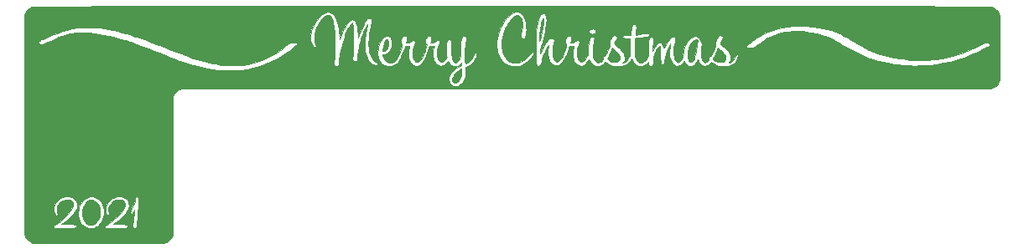
<source format=gto>
G04 #@! TF.GenerationSoftware,KiCad,Pcbnew,(5.1.10)-1*
G04 #@! TF.CreationDate,2021-11-19T12:31:30+00:00*
G04 #@! TF.ProjectId,Bus Ornament,42757320-4f72-46e6-916d-656e742e6b69,rev?*
G04 #@! TF.SameCoordinates,Original*
G04 #@! TF.FileFunction,Legend,Top*
G04 #@! TF.FilePolarity,Positive*
%FSLAX46Y46*%
G04 Gerber Fmt 4.6, Leading zero omitted, Abs format (unit mm)*
G04 Created by KiCad (PCBNEW (5.1.10)-1) date 2021-11-19 12:31:30*
%MOMM*%
%LPD*%
G01*
G04 APERTURE LIST*
%ADD10C,0.010000*%
G04 APERTURE END LIST*
D10*
G36*
X114842122Y-96751106D02*
G01*
X114851071Y-96818893D01*
X114854228Y-96927580D01*
X114854242Y-96932724D01*
X114848236Y-97079883D01*
X114830733Y-97259486D01*
X114803228Y-97463685D01*
X114767216Y-97684633D01*
X114724188Y-97914481D01*
X114675641Y-98145384D01*
X114623068Y-98369492D01*
X114567962Y-98578959D01*
X114511818Y-98765937D01*
X114496403Y-98812350D01*
X114453177Y-98939350D01*
X114462315Y-98505433D01*
X114474738Y-98219589D01*
X114499220Y-97937833D01*
X114534646Y-97666324D01*
X114579898Y-97411216D01*
X114633860Y-97178666D01*
X114695415Y-96974832D01*
X114763446Y-96805869D01*
X114774880Y-96782439D01*
X114804592Y-96733950D01*
X114826818Y-96723149D01*
X114842122Y-96751106D01*
G37*
X114842122Y-96751106D02*
X114851071Y-96818893D01*
X114854228Y-96927580D01*
X114854242Y-96932724D01*
X114848236Y-97079883D01*
X114830733Y-97259486D01*
X114803228Y-97463685D01*
X114767216Y-97684633D01*
X114724188Y-97914481D01*
X114675641Y-98145384D01*
X114623068Y-98369492D01*
X114567962Y-98578959D01*
X114511818Y-98765937D01*
X114496403Y-98812350D01*
X114453177Y-98939350D01*
X114462315Y-98505433D01*
X114474738Y-98219589D01*
X114499220Y-97937833D01*
X114534646Y-97666324D01*
X114579898Y-97411216D01*
X114633860Y-97178666D01*
X114695415Y-96974832D01*
X114763446Y-96805869D01*
X114774880Y-96782439D01*
X114804592Y-96733950D01*
X114826818Y-96723149D01*
X114842122Y-96751106D01*
G36*
X132753161Y-99895134D02*
G01*
X132892701Y-100036521D01*
X133002646Y-100157509D01*
X133087036Y-100263408D01*
X133149909Y-100359528D01*
X133195304Y-100451178D01*
X133214125Y-100501131D01*
X133244065Y-100643516D01*
X133236488Y-100775212D01*
X133193673Y-100891464D01*
X133117895Y-100987518D01*
X133011432Y-101058617D01*
X132933389Y-101087427D01*
X132863123Y-101099021D01*
X132765836Y-101105072D01*
X132656467Y-101105632D01*
X132549958Y-101100752D01*
X132461249Y-101090482D01*
X132437684Y-101085744D01*
X132311212Y-101043475D01*
X132187285Y-100980265D01*
X132083092Y-100905368D01*
X132057135Y-100880863D01*
X131977315Y-100799120D01*
X132092922Y-100567735D01*
X132140735Y-100467219D01*
X132196910Y-100341521D01*
X132257188Y-100200950D01*
X132317310Y-100055817D01*
X132373017Y-99916431D01*
X132420050Y-99793102D01*
X132454149Y-99696141D01*
X132458213Y-99683468D01*
X132477154Y-99623253D01*
X132753161Y-99895134D01*
G37*
X132753161Y-99895134D02*
X132892701Y-100036521D01*
X133002646Y-100157509D01*
X133087036Y-100263408D01*
X133149909Y-100359528D01*
X133195304Y-100451178D01*
X133214125Y-100501131D01*
X133244065Y-100643516D01*
X133236488Y-100775212D01*
X133193673Y-100891464D01*
X133117895Y-100987518D01*
X133011432Y-101058617D01*
X132933389Y-101087427D01*
X132863123Y-101099021D01*
X132765836Y-101105072D01*
X132656467Y-101105632D01*
X132549958Y-101100752D01*
X132461249Y-101090482D01*
X132437684Y-101085744D01*
X132311212Y-101043475D01*
X132187285Y-100980265D01*
X132083092Y-100905368D01*
X132057135Y-100880863D01*
X131977315Y-100799120D01*
X132092922Y-100567735D01*
X132140735Y-100467219D01*
X132196910Y-100341521D01*
X132257188Y-100200950D01*
X132317310Y-100055817D01*
X132373017Y-99916431D01*
X132420050Y-99793102D01*
X132454149Y-99696141D01*
X132458213Y-99683468D01*
X132477154Y-99623253D01*
X132753161Y-99895134D01*
G36*
X121823750Y-99663070D02*
G01*
X121869590Y-99703240D01*
X121933104Y-99763331D01*
X122008793Y-99837731D01*
X122091155Y-99920826D01*
X122174694Y-100007006D01*
X122253908Y-100090657D01*
X122323300Y-100166168D01*
X122377369Y-100227926D01*
X122410616Y-100270318D01*
X122410982Y-100270858D01*
X122496915Y-100423758D01*
X122546047Y-100571870D01*
X122557637Y-100711485D01*
X122530944Y-100838894D01*
X122526676Y-100849546D01*
X122484507Y-100931351D01*
X122430715Y-100990861D01*
X122352582Y-101040698D01*
X122315816Y-101058809D01*
X122252995Y-101084443D01*
X122189958Y-101099463D01*
X122112157Y-101106249D01*
X122019483Y-101107297D01*
X121920058Y-101103746D01*
X121824307Y-101095387D01*
X121749127Y-101083827D01*
X121733733Y-101080145D01*
X121582048Y-101024377D01*
X121447590Y-100946878D01*
X121361983Y-100874735D01*
X121284100Y-100794974D01*
X121348630Y-100682079D01*
X121390444Y-100602401D01*
X121443028Y-100492301D01*
X121502353Y-100361018D01*
X121564393Y-100217793D01*
X121625121Y-100071866D01*
X121680510Y-99932479D01*
X121713774Y-99844225D01*
X121745640Y-99761254D01*
X121773626Y-99695717D01*
X121793918Y-99656163D01*
X121801082Y-99648433D01*
X121823750Y-99663070D01*
G37*
X121823750Y-99663070D02*
X121869590Y-99703240D01*
X121933104Y-99763331D01*
X122008793Y-99837731D01*
X122091155Y-99920826D01*
X122174694Y-100007006D01*
X122253908Y-100090657D01*
X122323300Y-100166168D01*
X122377369Y-100227926D01*
X122410616Y-100270318D01*
X122410982Y-100270858D01*
X122496915Y-100423758D01*
X122546047Y-100571870D01*
X122557637Y-100711485D01*
X122530944Y-100838894D01*
X122526676Y-100849546D01*
X122484507Y-100931351D01*
X122430715Y-100990861D01*
X122352582Y-101040698D01*
X122315816Y-101058809D01*
X122252995Y-101084443D01*
X122189958Y-101099463D01*
X122112157Y-101106249D01*
X122019483Y-101107297D01*
X121920058Y-101103746D01*
X121824307Y-101095387D01*
X121749127Y-101083827D01*
X121733733Y-101080145D01*
X121582048Y-101024377D01*
X121447590Y-100946878D01*
X121361983Y-100874735D01*
X121284100Y-100794974D01*
X121348630Y-100682079D01*
X121390444Y-100602401D01*
X121443028Y-100492301D01*
X121502353Y-100361018D01*
X121564393Y-100217793D01*
X121625121Y-100071866D01*
X121680510Y-99932479D01*
X121713774Y-99844225D01*
X121745640Y-99761254D01*
X121773626Y-99695717D01*
X121793918Y-99656163D01*
X121801082Y-99648433D01*
X121823750Y-99663070D01*
G36*
X130325325Y-98812578D02*
G01*
X130388941Y-98858891D01*
X130397765Y-98869946D01*
X130425393Y-98914916D01*
X130426481Y-98952324D01*
X130412974Y-98986363D01*
X130401512Y-99028910D01*
X130389596Y-99103929D01*
X130378492Y-99201590D01*
X130369465Y-99312067D01*
X130367930Y-99336324D01*
X130345385Y-99596627D01*
X130309777Y-99856374D01*
X130262730Y-100109019D01*
X130205868Y-100348019D01*
X130140814Y-100566829D01*
X130069194Y-100758903D01*
X129992631Y-100917696D01*
X129963387Y-100966685D01*
X129889184Y-101063631D01*
X129816497Y-101118579D01*
X129744323Y-101131789D01*
X129671660Y-101103523D01*
X129617415Y-101056515D01*
X129544761Y-100951729D01*
X129490319Y-100814766D01*
X129454126Y-100651681D01*
X129436218Y-100468530D01*
X129436631Y-100271369D01*
X129455401Y-100066253D01*
X129492565Y-99859238D01*
X129548159Y-99656379D01*
X129608089Y-99496052D01*
X129686761Y-99332912D01*
X129775264Y-99186668D01*
X129870251Y-99059971D01*
X129968377Y-98955476D01*
X130066293Y-98875835D01*
X130160655Y-98823703D01*
X130248114Y-98801733D01*
X130325325Y-98812578D01*
G37*
X130325325Y-98812578D02*
X130388941Y-98858891D01*
X130397765Y-98869946D01*
X130425393Y-98914916D01*
X130426481Y-98952324D01*
X130412974Y-98986363D01*
X130401512Y-99028910D01*
X130389596Y-99103929D01*
X130378492Y-99201590D01*
X130369465Y-99312067D01*
X130367930Y-99336324D01*
X130345385Y-99596627D01*
X130309777Y-99856374D01*
X130262730Y-100109019D01*
X130205868Y-100348019D01*
X130140814Y-100566829D01*
X130069194Y-100758903D01*
X129992631Y-100917696D01*
X129963387Y-100966685D01*
X129889184Y-101063631D01*
X129816497Y-101118579D01*
X129744323Y-101131789D01*
X129671660Y-101103523D01*
X129617415Y-101056515D01*
X129544761Y-100951729D01*
X129490319Y-100814766D01*
X129454126Y-100651681D01*
X129436218Y-100468530D01*
X129436631Y-100271369D01*
X129455401Y-100066253D01*
X129492565Y-99859238D01*
X129548159Y-99656379D01*
X129608089Y-99496052D01*
X129686761Y-99332912D01*
X129775264Y-99186668D01*
X129870251Y-99059971D01*
X129968377Y-98955476D01*
X130066293Y-98875835D01*
X130160655Y-98823703D01*
X130248114Y-98801733D01*
X130325325Y-98812578D01*
G36*
X99102335Y-98809632D02*
G01*
X99143857Y-98875344D01*
X99172313Y-98957228D01*
X99185160Y-99042288D01*
X99187902Y-99155242D01*
X99181433Y-99283104D01*
X99166647Y-99412887D01*
X99144438Y-99531607D01*
X99128805Y-99589333D01*
X99077997Y-99714987D01*
X99012330Y-99823240D01*
X98936712Y-99910088D01*
X98856053Y-99971526D01*
X98775260Y-100003549D01*
X98699242Y-100002152D01*
X98651257Y-99978969D01*
X98635190Y-99965473D01*
X98625543Y-99948179D01*
X98622437Y-99919677D01*
X98625990Y-99872555D01*
X98636321Y-99799403D01*
X98653549Y-99692811D01*
X98656098Y-99677344D01*
X98694593Y-99475693D01*
X98739269Y-99295595D01*
X98788666Y-99139089D01*
X98841321Y-99008214D01*
X98895774Y-98905006D01*
X98950563Y-98831506D01*
X99004227Y-98789751D01*
X99055305Y-98781780D01*
X99102335Y-98809632D01*
G37*
X99102335Y-98809632D02*
X99143857Y-98875344D01*
X99172313Y-98957228D01*
X99185160Y-99042288D01*
X99187902Y-99155242D01*
X99181433Y-99283104D01*
X99166647Y-99412887D01*
X99144438Y-99531607D01*
X99128805Y-99589333D01*
X99077997Y-99714987D01*
X99012330Y-99823240D01*
X98936712Y-99910088D01*
X98856053Y-99971526D01*
X98775260Y-100003549D01*
X98699242Y-100002152D01*
X98651257Y-99978969D01*
X98635190Y-99965473D01*
X98625543Y-99948179D01*
X98622437Y-99919677D01*
X98625990Y-99872555D01*
X98636321Y-99799403D01*
X98653549Y-99692811D01*
X98656098Y-99677344D01*
X98694593Y-99475693D01*
X98739269Y-99295595D01*
X98788666Y-99139089D01*
X98841321Y-99008214D01*
X98895774Y-98905006D01*
X98950563Y-98831506D01*
X99004227Y-98789751D01*
X99055305Y-98781780D01*
X99102335Y-98809632D01*
G36*
X106572797Y-101805954D02*
G01*
X106577042Y-101859377D01*
X106578370Y-101938073D01*
X106577021Y-102033581D01*
X106573236Y-102137438D01*
X106567255Y-102241182D01*
X106559317Y-102336352D01*
X106549664Y-102414486D01*
X106547134Y-102429674D01*
X106496734Y-102643103D01*
X106427325Y-102828916D01*
X106340764Y-102983457D01*
X106238907Y-103103071D01*
X106181634Y-103149471D01*
X106090483Y-103195116D01*
X105986275Y-103219499D01*
X105883834Y-103220946D01*
X105797982Y-103197782D01*
X105790207Y-103193671D01*
X105718808Y-103130329D01*
X105674312Y-103039214D01*
X105656869Y-102925359D01*
X105666627Y-102793798D01*
X105703735Y-102649564D01*
X105768343Y-102497693D01*
X105769539Y-102495350D01*
X105844343Y-102376660D01*
X105948660Y-102249496D01*
X106073445Y-102122854D01*
X106209651Y-102005731D01*
X106348232Y-101907121D01*
X106381520Y-101886808D01*
X106457150Y-101843073D01*
X106518629Y-101808956D01*
X106557206Y-101789240D01*
X106565395Y-101786266D01*
X106572797Y-101805954D01*
G37*
X106572797Y-101805954D02*
X106577042Y-101859377D01*
X106578370Y-101938073D01*
X106577021Y-102033581D01*
X106573236Y-102137438D01*
X106567255Y-102241182D01*
X106559317Y-102336352D01*
X106549664Y-102414486D01*
X106547134Y-102429674D01*
X106496734Y-102643103D01*
X106427325Y-102828916D01*
X106340764Y-102983457D01*
X106238907Y-103103071D01*
X106181634Y-103149471D01*
X106090483Y-103195116D01*
X105986275Y-103219499D01*
X105883834Y-103220946D01*
X105797982Y-103197782D01*
X105790207Y-103193671D01*
X105718808Y-103130329D01*
X105674312Y-103039214D01*
X105656869Y-102925359D01*
X105666627Y-102793798D01*
X105703735Y-102649564D01*
X105768343Y-102497693D01*
X105769539Y-102495350D01*
X105844343Y-102376660D01*
X105948660Y-102249496D01*
X106073445Y-102122854D01*
X106209651Y-102005731D01*
X106348232Y-101907121D01*
X106381520Y-101886808D01*
X106457150Y-101843073D01*
X106518629Y-101808956D01*
X106557206Y-101789240D01*
X106565395Y-101786266D01*
X106572797Y-101805954D01*
G36*
X69453440Y-115114931D02*
G01*
X69605556Y-115192391D01*
X69750357Y-115311135D01*
X69754147Y-115314884D01*
X69883124Y-115472747D01*
X69981029Y-115658513D01*
X70047375Y-115870817D01*
X70081674Y-116108293D01*
X70086699Y-116246529D01*
X70073218Y-116491100D01*
X70033235Y-116719008D01*
X69968797Y-116927181D01*
X69881948Y-117112550D01*
X69774734Y-117272040D01*
X69649203Y-117402582D01*
X69507400Y-117501103D01*
X69351371Y-117564533D01*
X69192136Y-117589476D01*
X69105330Y-117590375D01*
X69026233Y-117586488D01*
X68973333Y-117578921D01*
X68818786Y-117518021D01*
X68675569Y-117419653D01*
X68609920Y-117357150D01*
X68514247Y-117240720D01*
X68438419Y-117111362D01*
X68376279Y-116957507D01*
X68347190Y-116863480D01*
X68318642Y-116723674D01*
X68302427Y-116557115D01*
X68298523Y-116377540D01*
X68306907Y-116198689D01*
X68327557Y-116034297D01*
X68348694Y-115937411D01*
X68420901Y-115725027D01*
X68514894Y-115537088D01*
X68627781Y-115376804D01*
X68756672Y-115247386D01*
X68898677Y-115152042D01*
X69050904Y-115093982D01*
X69119861Y-115081141D01*
X69292159Y-115078075D01*
X69453440Y-115114931D01*
G37*
X69453440Y-115114931D02*
X69605556Y-115192391D01*
X69750357Y-115311135D01*
X69754147Y-115314884D01*
X69883124Y-115472747D01*
X69981029Y-115658513D01*
X70047375Y-115870817D01*
X70081674Y-116108293D01*
X70086699Y-116246529D01*
X70073218Y-116491100D01*
X70033235Y-116719008D01*
X69968797Y-116927181D01*
X69881948Y-117112550D01*
X69774734Y-117272040D01*
X69649203Y-117402582D01*
X69507400Y-117501103D01*
X69351371Y-117564533D01*
X69192136Y-117589476D01*
X69105330Y-117590375D01*
X69026233Y-117586488D01*
X68973333Y-117578921D01*
X68818786Y-117518021D01*
X68675569Y-117419653D01*
X68609920Y-117357150D01*
X68514247Y-117240720D01*
X68438419Y-117111362D01*
X68376279Y-116957507D01*
X68347190Y-116863480D01*
X68318642Y-116723674D01*
X68302427Y-116557115D01*
X68298523Y-116377540D01*
X68306907Y-116198689D01*
X68327557Y-116034297D01*
X68348694Y-115937411D01*
X68420901Y-115725027D01*
X68514894Y-115537088D01*
X68627781Y-115376804D01*
X68756672Y-115247386D01*
X68898677Y-115152042D01*
X69050904Y-115093982D01*
X69119861Y-115081141D01*
X69292159Y-115078075D01*
X69453440Y-115114931D01*
G36*
X113431808Y-95457435D02*
G01*
X115131635Y-95457441D01*
X116790131Y-95457451D01*
X118407798Y-95457466D01*
X119985136Y-95457486D01*
X121522647Y-95457512D01*
X123020833Y-95457543D01*
X124480194Y-95457580D01*
X125901232Y-95457624D01*
X127284448Y-95457675D01*
X128630344Y-95457732D01*
X129939421Y-95457797D01*
X131212179Y-95457870D01*
X132449121Y-95457951D01*
X133650747Y-95458040D01*
X134817559Y-95458138D01*
X135950059Y-95458245D01*
X137048746Y-95458362D01*
X138114124Y-95458488D01*
X139146692Y-95458624D01*
X140146952Y-95458771D01*
X141115407Y-95458928D01*
X142052555Y-95459097D01*
X142958900Y-95459277D01*
X143834942Y-95459469D01*
X144681183Y-95459673D01*
X145498124Y-95459889D01*
X146286266Y-95460118D01*
X147046110Y-95460361D01*
X147778158Y-95460617D01*
X148482911Y-95460886D01*
X149160870Y-95461170D01*
X149812537Y-95461468D01*
X150438413Y-95461781D01*
X151038999Y-95462109D01*
X151614796Y-95462452D01*
X152166306Y-95462812D01*
X152694030Y-95463187D01*
X153198469Y-95463579D01*
X153680125Y-95463988D01*
X154139498Y-95464414D01*
X154577090Y-95464857D01*
X154993403Y-95465318D01*
X155388938Y-95465797D01*
X155764195Y-95466295D01*
X156119676Y-95466812D01*
X156455883Y-95467347D01*
X156773317Y-95467903D01*
X157072479Y-95468478D01*
X157353870Y-95469073D01*
X157617991Y-95469689D01*
X157865345Y-95470325D01*
X158096431Y-95470983D01*
X158311752Y-95471662D01*
X158511808Y-95472364D01*
X158697102Y-95473087D01*
X158868134Y-95473833D01*
X159025405Y-95474601D01*
X159169417Y-95475393D01*
X159300671Y-95476208D01*
X159419668Y-95477048D01*
X159526910Y-95477911D01*
X159622898Y-95478799D01*
X159708134Y-95479712D01*
X159783117Y-95480650D01*
X159848350Y-95481613D01*
X159904335Y-95482602D01*
X159951571Y-95483618D01*
X159990562Y-95484660D01*
X160021807Y-95485729D01*
X160045808Y-95486825D01*
X160063066Y-95487949D01*
X160074084Y-95489101D01*
X160077994Y-95489827D01*
X160172702Y-95518991D01*
X160273414Y-95557197D01*
X160320566Y-95578164D01*
X160415998Y-95636900D01*
X160520588Y-95722018D01*
X160623438Y-95822619D01*
X160713649Y-95927806D01*
X160780323Y-96026680D01*
X160792502Y-96050100D01*
X160808466Y-96082630D01*
X160822960Y-96112012D01*
X160836056Y-96140331D01*
X160847824Y-96169673D01*
X160858335Y-96202121D01*
X160867660Y-96239763D01*
X160875869Y-96284682D01*
X160883033Y-96338964D01*
X160889223Y-96404694D01*
X160894510Y-96483958D01*
X160898964Y-96578840D01*
X160902656Y-96691426D01*
X160905658Y-96823801D01*
X160908039Y-96978051D01*
X160909871Y-97156259D01*
X160911224Y-97360512D01*
X160912169Y-97592895D01*
X160912776Y-97855493D01*
X160913118Y-98150390D01*
X160913263Y-98479674D01*
X160913284Y-98845427D01*
X160913251Y-99249737D01*
X160913233Y-99607658D01*
X160913086Y-100090045D01*
X160912649Y-100536465D01*
X160911925Y-100946359D01*
X160910918Y-101319170D01*
X160909631Y-101654340D01*
X160908068Y-101951310D01*
X160906233Y-102209523D01*
X160904129Y-102428420D01*
X160901760Y-102607444D01*
X160899129Y-102746038D01*
X160896241Y-102843641D01*
X160893098Y-102899698D01*
X160891745Y-102910502D01*
X160854923Y-103039591D01*
X160794564Y-103179496D01*
X160719094Y-103313273D01*
X160636934Y-103423976D01*
X160635885Y-103425159D01*
X160506466Y-103545319D01*
X160349829Y-103649864D01*
X160180655Y-103729254D01*
X160152760Y-103739204D01*
X160013650Y-103786516D01*
X119130233Y-103797100D01*
X78246816Y-103807683D01*
X78125642Y-103856629D01*
X77983625Y-103928965D01*
X77844788Y-104026388D01*
X77724227Y-104137438D01*
X77668814Y-104203323D01*
X77599572Y-104301610D01*
X77549367Y-104389209D01*
X77507819Y-104485871D01*
X77481824Y-104559100D01*
X77478186Y-104570896D01*
X77474774Y-104584973D01*
X77471579Y-104602698D01*
X77468592Y-104625436D01*
X77465802Y-104654555D01*
X77463200Y-104691419D01*
X77460777Y-104737396D01*
X77458522Y-104793852D01*
X77456427Y-104862153D01*
X77454482Y-104943664D01*
X77452676Y-105039753D01*
X77451002Y-105151786D01*
X77449448Y-105281129D01*
X77448005Y-105429147D01*
X77446664Y-105597208D01*
X77445415Y-105786678D01*
X77444248Y-105998922D01*
X77443155Y-106235307D01*
X77442124Y-106497200D01*
X77441147Y-106785966D01*
X77440214Y-107102972D01*
X77439316Y-107449584D01*
X77438442Y-107827168D01*
X77437584Y-108237090D01*
X77436731Y-108680718D01*
X77435875Y-109159416D01*
X77435004Y-109674552D01*
X77434111Y-110227491D01*
X77433184Y-110819599D01*
X77432216Y-111452244D01*
X77431900Y-111660516D01*
X77421316Y-118645516D01*
X77345121Y-118804266D01*
X77238199Y-118992519D01*
X77113168Y-119145430D01*
X76964709Y-119268011D01*
X76787506Y-119365275D01*
X76720260Y-119393275D01*
X76574650Y-119449850D01*
X70002400Y-119453480D01*
X69366552Y-119453810D01*
X68771696Y-119454072D01*
X68216489Y-119454259D01*
X67699588Y-119454368D01*
X67219652Y-119454392D01*
X66775337Y-119454327D01*
X66365301Y-119454166D01*
X65988203Y-119453905D01*
X65642700Y-119453538D01*
X65327450Y-119453060D01*
X65041110Y-119452466D01*
X64782338Y-119451750D01*
X64549792Y-119450908D01*
X64342129Y-119449933D01*
X64158008Y-119448820D01*
X63996085Y-119447565D01*
X63855020Y-119446161D01*
X63733468Y-119444604D01*
X63630089Y-119442889D01*
X63543540Y-119441009D01*
X63472478Y-119438960D01*
X63415561Y-119436736D01*
X63371447Y-119434332D01*
X63338794Y-119431743D01*
X63316260Y-119428963D01*
X63306218Y-119427007D01*
X63109216Y-119358023D01*
X62930694Y-119253371D01*
X62774832Y-119117224D01*
X62645807Y-118953758D01*
X62547797Y-118767148D01*
X62498585Y-118620049D01*
X62496230Y-118607465D01*
X62493993Y-118587563D01*
X62491871Y-118559294D01*
X62489861Y-118521611D01*
X62487961Y-118473467D01*
X62486166Y-118413814D01*
X62484475Y-118341605D01*
X62482885Y-118255793D01*
X62481392Y-118155330D01*
X62479993Y-118039168D01*
X62478686Y-117906261D01*
X62477759Y-117791646D01*
X65369364Y-117791646D01*
X65371889Y-117835321D01*
X65396198Y-117881984D01*
X65413049Y-117904727D01*
X65459199Y-117963397D01*
X65651174Y-117944971D01*
X65730966Y-117939417D01*
X65843440Y-117934501D01*
X65978949Y-117930493D01*
X66127842Y-117927664D01*
X66280472Y-117926284D01*
X66319400Y-117926197D01*
X66480799Y-117926522D01*
X66649733Y-117927634D01*
X66814087Y-117929398D01*
X66961747Y-117931682D01*
X67080596Y-117934353D01*
X67091983Y-117934682D01*
X67259461Y-117936767D01*
X67385790Y-117931782D01*
X67471564Y-117919700D01*
X67481619Y-117917091D01*
X67554731Y-117886130D01*
X67621869Y-117840431D01*
X67672197Y-117789180D01*
X67694880Y-117741567D01*
X67695233Y-117735967D01*
X67675576Y-117686644D01*
X67622319Y-117639565D01*
X67544034Y-117600677D01*
X67469895Y-117579610D01*
X67355466Y-117561355D01*
X67210119Y-117545286D01*
X67045242Y-117532106D01*
X66872225Y-117522518D01*
X66702455Y-117517228D01*
X66547323Y-117516937D01*
X66483735Y-117518687D01*
X66214154Y-117529313D01*
X66377902Y-117412242D01*
X66579116Y-117261119D01*
X66778804Y-117097503D01*
X66971170Y-116926966D01*
X67150418Y-116755077D01*
X67310753Y-116587408D01*
X67446378Y-116429529D01*
X67464133Y-116405456D01*
X67885733Y-116405456D01*
X67903190Y-116690358D01*
X67955561Y-116951325D01*
X68042851Y-117188363D01*
X68165061Y-117401479D01*
X68322193Y-117590680D01*
X68342859Y-117611253D01*
X68512708Y-117751652D01*
X68694408Y-117851812D01*
X68890516Y-117912793D01*
X69103587Y-117935658D01*
X69124827Y-117935886D01*
X69230132Y-117932281D01*
X69336819Y-117922224D01*
X69425259Y-117907696D01*
X69440603Y-117904023D01*
X69618837Y-117837740D01*
X69672213Y-117806467D01*
X70595066Y-117806467D01*
X70609216Y-117859465D01*
X70642691Y-117911056D01*
X70667211Y-117935246D01*
X70692508Y-117949309D01*
X70728783Y-117954677D01*
X70786232Y-117952783D01*
X70875057Y-117945060D01*
X70880816Y-117944517D01*
X70960128Y-117939102D01*
X71072155Y-117934307D01*
X71207280Y-117930396D01*
X71355887Y-117927634D01*
X71508358Y-117926284D01*
X71547566Y-117926197D01*
X71708965Y-117926567D01*
X71877899Y-117927803D01*
X72042253Y-117929758D01*
X72189912Y-117932284D01*
X72308762Y-117935234D01*
X72320150Y-117935597D01*
X72448037Y-117938797D01*
X72543127Y-117938276D01*
X72614842Y-117933396D01*
X72672606Y-117923522D01*
X72725118Y-117908264D01*
X72821260Y-117866187D01*
X72878300Y-117817564D01*
X72899329Y-117759291D01*
X72898528Y-117734023D01*
X72879503Y-117682288D01*
X72834205Y-117638863D01*
X72760354Y-117603269D01*
X72655671Y-117575029D01*
X72517876Y-117553666D01*
X72344689Y-117538702D01*
X72133830Y-117529661D01*
X71906077Y-117526170D01*
X71449672Y-117523683D01*
X71652077Y-117374462D01*
X71896243Y-117185684D01*
X72123705Y-116992416D01*
X72331255Y-116798120D01*
X72515688Y-116606262D01*
X72673796Y-116420306D01*
X72730269Y-116342744D01*
X73161469Y-116342744D01*
X73163107Y-116386187D01*
X73177896Y-116420279D01*
X73191263Y-116437224D01*
X73239995Y-116472275D01*
X73292427Y-116471730D01*
X73350271Y-116434352D01*
X73415241Y-116358905D01*
X73489051Y-116244150D01*
X73510522Y-116206614D01*
X73546881Y-116144408D01*
X73568032Y-116116542D01*
X73577587Y-116119440D01*
X73579314Y-116138448D01*
X73576402Y-116171645D01*
X73568015Y-116241488D01*
X73554857Y-116342746D01*
X73537633Y-116470186D01*
X73517049Y-116618576D01*
X73493808Y-116782683D01*
X73473800Y-116921615D01*
X73448930Y-117094589D01*
X73426137Y-117256086D01*
X73406129Y-117400863D01*
X73389613Y-117523676D01*
X73377296Y-117619281D01*
X73369886Y-117682434D01*
X73367966Y-117706037D01*
X73386374Y-117774394D01*
X73434803Y-117841934D01*
X73502826Y-117895346D01*
X73524854Y-117906346D01*
X73596954Y-117931016D01*
X73651631Y-117929110D01*
X73705324Y-117899464D01*
X73713785Y-117892965D01*
X73741125Y-117867212D01*
X73763223Y-117834021D01*
X73781345Y-117787785D01*
X73796762Y-117722901D01*
X73810740Y-117633764D01*
X73824549Y-117514769D01*
X73839457Y-117360312D01*
X73842868Y-117322600D01*
X73865810Y-117053944D01*
X73886601Y-116784681D01*
X73905082Y-116518701D01*
X73921095Y-116259894D01*
X73934481Y-116012150D01*
X73945080Y-115779360D01*
X73952732Y-115565413D01*
X73957280Y-115374201D01*
X73958564Y-115209613D01*
X73956425Y-115075540D01*
X73950703Y-114975871D01*
X73941333Y-114914835D01*
X73904433Y-114832244D01*
X73850904Y-114781616D01*
X73786294Y-114767091D01*
X73752928Y-114774176D01*
X73723082Y-114788223D01*
X73700812Y-114811087D01*
X73682986Y-114850437D01*
X73666475Y-114913943D01*
X73648147Y-115009275D01*
X73641487Y-115047183D01*
X73592644Y-115259505D01*
X73516567Y-115495471D01*
X73415611Y-115748449D01*
X73315601Y-115964575D01*
X73250049Y-116100863D01*
X73203482Y-116205625D01*
X73174441Y-116284404D01*
X73161469Y-116342744D01*
X72730269Y-116342744D01*
X72802373Y-116243716D01*
X72898211Y-116079957D01*
X72941706Y-115981303D01*
X72997811Y-115780582D01*
X73014207Y-115587178D01*
X72991387Y-115403837D01*
X72929846Y-115233307D01*
X72830079Y-115078335D01*
X72766572Y-115008097D01*
X72608775Y-114878943D01*
X72434135Y-114787808D01*
X72244856Y-114734905D01*
X72043136Y-114720445D01*
X71831177Y-114744639D01*
X71611179Y-114807699D01*
X71441733Y-114880872D01*
X71345539Y-114930952D01*
X71266894Y-114979669D01*
X71193497Y-115036163D01*
X71113051Y-115109574D01*
X71049477Y-115172379D01*
X70885894Y-115358353D01*
X70763621Y-115546404D01*
X70681632Y-115738744D01*
X70638905Y-115937580D01*
X70631717Y-116073766D01*
X70649944Y-116257138D01*
X70702708Y-116419563D01*
X70767924Y-116533962D01*
X70832645Y-116607142D01*
X70897743Y-116638359D01*
X70964205Y-116627982D01*
X70986804Y-116615362D01*
X71029669Y-116564169D01*
X71037861Y-116491273D01*
X71011248Y-116399440D01*
X70998298Y-116372188D01*
X70939590Y-116212375D01*
X70920564Y-116044918D01*
X70940250Y-115873990D01*
X70997677Y-115703760D01*
X71091876Y-115538400D01*
X71221876Y-115382080D01*
X71230618Y-115373254D01*
X71376890Y-115248613D01*
X71538503Y-115148729D01*
X71708207Y-115076111D01*
X71878754Y-115033265D01*
X72042892Y-115022700D01*
X72182831Y-115043875D01*
X72336442Y-115101732D01*
X72453200Y-115180170D01*
X72533775Y-115280165D01*
X72578835Y-115402696D01*
X72589048Y-115548740D01*
X72581820Y-115627104D01*
X72538720Y-115804647D01*
X72457389Y-115993930D01*
X72339629Y-116192917D01*
X72187240Y-116399578D01*
X72002023Y-116611878D01*
X71785778Y-116827785D01*
X71540306Y-117045266D01*
X71267407Y-117262287D01*
X70968882Y-117476817D01*
X70905426Y-117519806D01*
X70791366Y-117597425D01*
X70708550Y-117657106D01*
X70652248Y-117703220D01*
X70617725Y-117740138D01*
X70600250Y-117772232D01*
X70595089Y-117803872D01*
X70595066Y-117806467D01*
X69672213Y-117806467D01*
X69793549Y-117735377D01*
X69957149Y-117602991D01*
X70102045Y-117446639D01*
X70210660Y-117289633D01*
X70325298Y-117058626D01*
X70410180Y-116809182D01*
X70464144Y-116549472D01*
X70486029Y-116287670D01*
X70474674Y-116031949D01*
X70428917Y-115790481D01*
X70425446Y-115778012D01*
X70342463Y-115551326D01*
X70229181Y-115344101D01*
X70089407Y-115160649D01*
X69926947Y-115005277D01*
X69745608Y-114882297D01*
X69561931Y-114800285D01*
X69397718Y-114762297D01*
X69217746Y-114751412D01*
X69038738Y-114767590D01*
X68901733Y-114801932D01*
X68701397Y-114892557D01*
X68516593Y-115019164D01*
X68350100Y-115177372D01*
X68204692Y-115362796D01*
X68083148Y-115571055D01*
X67988246Y-115797764D01*
X67922761Y-116038541D01*
X67889471Y-116289004D01*
X67885733Y-116405456D01*
X67464133Y-116405456D01*
X67551497Y-116287009D01*
X67556288Y-116279712D01*
X67649300Y-116127560D01*
X67715484Y-115994392D01*
X67758458Y-115869778D01*
X67781839Y-115743289D01*
X67789225Y-115608100D01*
X67788528Y-115508779D01*
X67783038Y-115436790D01*
X67769875Y-115377174D01*
X67746157Y-115314973D01*
X67723067Y-115264706D01*
X67620811Y-115095372D01*
X67490445Y-114955563D01*
X67335734Y-114846943D01*
X67160445Y-114771178D01*
X66968341Y-114729933D01*
X66763187Y-114724873D01*
X66566995Y-114753418D01*
X66337416Y-114825387D01*
X66122601Y-114932441D01*
X65927204Y-115070395D01*
X65755877Y-115235061D01*
X65613275Y-115422253D01*
X65504052Y-115627785D01*
X65458917Y-115750241D01*
X65419605Y-115928073D01*
X65410732Y-116104365D01*
X65431158Y-116271694D01*
X65479738Y-116422638D01*
X65555330Y-116549774D01*
X65587750Y-116587058D01*
X65649942Y-116634153D01*
X65708911Y-116639789D01*
X65769244Y-116604117D01*
X65780612Y-116593312D01*
X65815181Y-116553162D01*
X65828718Y-116515142D01*
X65820909Y-116467947D01*
X65791445Y-116400271D01*
X65774358Y-116366547D01*
X65747007Y-116309127D01*
X65729810Y-116257036D01*
X65720474Y-116197447D01*
X65716704Y-116117531D01*
X65716150Y-116041037D01*
X65717076Y-115941149D01*
X65721857Y-115869350D01*
X65733499Y-115811403D01*
X65755006Y-115753072D01*
X65789384Y-115680120D01*
X65794541Y-115669659D01*
X65904468Y-115491759D01*
X66044357Y-115337153D01*
X66208333Y-115209607D01*
X66390520Y-115112886D01*
X66585044Y-115050759D01*
X66786030Y-115026991D01*
X66797146Y-115026871D01*
X66891213Y-115028568D01*
X66960425Y-115037245D01*
X67022131Y-115056593D01*
X67092570Y-115089736D01*
X67218970Y-115172597D01*
X67307233Y-115273055D01*
X67357970Y-115392420D01*
X67371794Y-115532005D01*
X67357154Y-115656736D01*
X67299468Y-115852788D01*
X67201985Y-116057976D01*
X67065925Y-116270955D01*
X66892508Y-116490381D01*
X66682952Y-116714910D01*
X66438477Y-116943198D01*
X66160303Y-117173903D01*
X65849648Y-117405679D01*
X65637541Y-117551821D01*
X65522712Y-117631046D01*
X65441755Y-117694259D01*
X65391646Y-117746209D01*
X65369364Y-117791646D01*
X62477759Y-117791646D01*
X62477467Y-117755561D01*
X62476334Y-117586020D01*
X62475283Y-117396591D01*
X62474312Y-117186227D01*
X62473418Y-116953881D01*
X62472598Y-116698504D01*
X62471848Y-116419050D01*
X62471166Y-116114471D01*
X62470550Y-115783720D01*
X62469995Y-115425749D01*
X62469499Y-115039511D01*
X62469059Y-114623959D01*
X62468672Y-114178044D01*
X62468335Y-113700721D01*
X62468045Y-113190941D01*
X62467799Y-112647656D01*
X62467595Y-112069821D01*
X62467429Y-111456386D01*
X62467298Y-110806305D01*
X62467199Y-110118531D01*
X62467130Y-109392015D01*
X62467087Y-108625711D01*
X62467068Y-107818571D01*
X62467066Y-107458933D01*
X62467075Y-106635695D01*
X62467105Y-105853735D01*
X62467158Y-105111996D01*
X62467237Y-104409421D01*
X62467346Y-103744954D01*
X62467487Y-103117540D01*
X62467664Y-102526121D01*
X62467879Y-101969643D01*
X62468137Y-101447047D01*
X62468439Y-100957279D01*
X62468789Y-100499282D01*
X62469190Y-100072000D01*
X62469645Y-99674376D01*
X62470158Y-99305354D01*
X62470484Y-99110147D01*
X63910209Y-99110147D01*
X63910601Y-99115021D01*
X63936154Y-99191552D01*
X63997387Y-99245759D01*
X64093783Y-99277268D01*
X64143647Y-99283563D01*
X64222483Y-99284796D01*
X64307426Y-99274614D01*
X64403918Y-99251273D01*
X64517403Y-99213027D01*
X64653323Y-99158130D01*
X64817120Y-99084837D01*
X64932983Y-99030380D01*
X65300097Y-98858912D01*
X65636593Y-98709334D01*
X65947174Y-98580201D01*
X66236542Y-98470064D01*
X66509397Y-98377478D01*
X66770443Y-98300996D01*
X67024381Y-98239169D01*
X67275913Y-98190551D01*
X67529740Y-98153696D01*
X67790565Y-98127155D01*
X67892912Y-98119445D01*
X68247527Y-98106929D01*
X68635150Y-98115274D01*
X69052280Y-98143909D01*
X69495416Y-98192267D01*
X69961056Y-98259777D01*
X70445700Y-98345871D01*
X70945846Y-98449979D01*
X71457993Y-98571532D01*
X71978641Y-98709960D01*
X72504288Y-98864696D01*
X72534869Y-98874163D01*
X72714341Y-98930403D01*
X72886694Y-98985636D01*
X73055586Y-99041220D01*
X73224678Y-99098511D01*
X73397627Y-99158868D01*
X73578094Y-99223647D01*
X73769737Y-99294205D01*
X73976215Y-99371899D01*
X74201188Y-99458087D01*
X74448315Y-99554127D01*
X74721256Y-99661374D01*
X75023668Y-99781186D01*
X75359212Y-99914921D01*
X75593040Y-100008446D01*
X76048458Y-100190085D01*
X76468309Y-100355951D01*
X76855830Y-100507196D01*
X77214258Y-100644972D01*
X77546830Y-100770428D01*
X77856782Y-100884716D01*
X78147351Y-100988988D01*
X78421774Y-101084393D01*
X78683288Y-101172083D01*
X78935129Y-101253209D01*
X79180535Y-101328922D01*
X79422742Y-101400373D01*
X79664987Y-101468713D01*
X79813150Y-101509093D01*
X80343374Y-101640617D01*
X80888225Y-101754483D01*
X81435268Y-101848521D01*
X81972071Y-101920561D01*
X82416650Y-101963315D01*
X82505922Y-101967709D01*
X82630204Y-101970302D01*
X82782579Y-101971231D01*
X82956131Y-101970635D01*
X83143943Y-101968651D01*
X83339099Y-101965416D01*
X83534684Y-101961069D01*
X83723780Y-101955747D01*
X83899473Y-101949588D01*
X84054845Y-101942731D01*
X84182980Y-101935312D01*
X84276963Y-101927469D01*
X84289900Y-101926001D01*
X84948655Y-101826347D01*
X85591448Y-101687944D01*
X86217568Y-101511076D01*
X86826301Y-101296028D01*
X87416936Y-101043085D01*
X87988761Y-100752531D01*
X88541064Y-100424650D01*
X89073133Y-100059727D01*
X89202361Y-99963155D01*
X89309404Y-99880080D01*
X89422832Y-99789048D01*
X89537590Y-99694432D01*
X89648623Y-99600606D01*
X89750873Y-99511944D01*
X89839286Y-99432818D01*
X89908806Y-99367604D01*
X89954377Y-99320673D01*
X89970377Y-99298776D01*
X89981431Y-99226927D01*
X89954823Y-99170924D01*
X89892442Y-99131523D01*
X89796177Y-99109475D01*
X89667918Y-99105537D01*
X89519924Y-99119012D01*
X89393707Y-99139514D01*
X89289590Y-99165857D01*
X89197318Y-99203082D01*
X89106640Y-99256231D01*
X89007301Y-99330345D01*
X88892305Y-99427616D01*
X88432961Y-99803119D01*
X87955408Y-100142650D01*
X87461449Y-100445321D01*
X86952890Y-100710242D01*
X86431533Y-100936525D01*
X85899183Y-101123279D01*
X85357644Y-101269617D01*
X85009566Y-101341201D01*
X84517057Y-101412939D01*
X84002055Y-101454992D01*
X83472395Y-101467208D01*
X82935914Y-101449433D01*
X82400447Y-101401516D01*
X82331983Y-101393148D01*
X82040998Y-101353183D01*
X81750578Y-101306373D01*
X81457894Y-101251864D01*
X81160117Y-101188802D01*
X80854419Y-101116332D01*
X80537972Y-101033600D01*
X80207946Y-100939752D01*
X79861514Y-100833935D01*
X79495846Y-100715292D01*
X79108115Y-100582971D01*
X78695491Y-100436118D01*
X78255146Y-100273877D01*
X77784252Y-100095395D01*
X77279980Y-99899817D01*
X76927970Y-99761142D01*
X76491599Y-99588648D01*
X76091563Y-99431301D01*
X75725081Y-99288061D01*
X75389371Y-99157890D01*
X75081653Y-99039747D01*
X74799144Y-98932592D01*
X74539064Y-98835387D01*
X74298632Y-98747092D01*
X74075065Y-98666667D01*
X73988681Y-98636319D01*
X91296066Y-98636319D01*
X91309788Y-98810244D01*
X91348236Y-98993141D01*
X91407335Y-99173287D01*
X91483012Y-99338957D01*
X91571191Y-99478427D01*
X91601847Y-99516141D01*
X91675863Y-99581485D01*
X91747140Y-99607766D01*
X91811708Y-99594919D01*
X91865597Y-99542878D01*
X91878499Y-99520758D01*
X91894898Y-99481765D01*
X91894373Y-99447237D01*
X91874660Y-99401003D01*
X91857272Y-99369104D01*
X91807275Y-99264590D01*
X91771308Y-99151315D01*
X91747803Y-99020859D01*
X91735190Y-98864800D01*
X91731854Y-98695933D01*
X91738472Y-98477011D01*
X91759849Y-98275117D01*
X91798430Y-98080480D01*
X91856662Y-97883328D01*
X91936991Y-97673891D01*
X92041862Y-97442398D01*
X92049790Y-97425933D01*
X92177296Y-97180823D01*
X92308602Y-96963990D01*
X92442018Y-96776641D01*
X92575853Y-96619981D01*
X92708416Y-96495218D01*
X92838015Y-96403557D01*
X92962959Y-96346205D01*
X93081556Y-96324368D01*
X93192117Y-96339254D01*
X93292949Y-96392067D01*
X93378122Y-96478384D01*
X93453437Y-96598199D01*
X93521377Y-96751182D01*
X93582338Y-96938891D01*
X93636716Y-97162885D01*
X93684906Y-97424720D01*
X93727303Y-97725955D01*
X93753130Y-97955100D01*
X93757817Y-98019904D01*
X93762626Y-98122031D01*
X93767430Y-98256469D01*
X93772100Y-98418208D01*
X93776507Y-98602238D01*
X93780522Y-98803547D01*
X93784018Y-99017125D01*
X93786865Y-99237961D01*
X93787450Y-99292743D01*
X93789922Y-99540002D01*
X93791779Y-99749402D01*
X93792909Y-99925414D01*
X93793199Y-100072508D01*
X93792536Y-100195156D01*
X93790807Y-100297829D01*
X93787898Y-100384998D01*
X93783697Y-100461134D01*
X93778091Y-100530708D01*
X93770966Y-100598190D01*
X93762210Y-100668053D01*
X93751709Y-100744767D01*
X93750522Y-100753243D01*
X93724196Y-100955775D01*
X93707556Y-101120360D01*
X93700559Y-101250254D01*
X93703160Y-101348710D01*
X93715315Y-101418981D01*
X93736979Y-101464322D01*
X93740816Y-101468918D01*
X93820230Y-101530175D01*
X93909174Y-101551205D01*
X94002170Y-101531366D01*
X94049572Y-101505182D01*
X94118410Y-101446568D01*
X94167597Y-101373012D01*
X94200471Y-101276655D01*
X94220370Y-101149641D01*
X94225221Y-101091733D01*
X94246943Y-100864941D01*
X94282082Y-100606593D01*
X94328936Y-100324671D01*
X94385805Y-100027163D01*
X94450987Y-99722051D01*
X94522780Y-99417321D01*
X94599483Y-99120957D01*
X94679396Y-98840944D01*
X94756659Y-98597576D01*
X94832604Y-98382862D01*
X94916137Y-98165814D01*
X95003234Y-97955926D01*
X95089874Y-97762689D01*
X95172033Y-97595599D01*
X95214507Y-97517125D01*
X95271357Y-97425347D01*
X95334529Y-97337480D01*
X95398246Y-97260081D01*
X95456729Y-97199711D01*
X95504203Y-97162928D01*
X95533024Y-97155502D01*
X95561981Y-97184817D01*
X95591623Y-97249710D01*
X95619855Y-97343517D01*
X95644580Y-97459574D01*
X95659661Y-97557989D01*
X95668513Y-97654039D01*
X95675447Y-97786170D01*
X95680490Y-97948173D01*
X95683672Y-98133840D01*
X95685021Y-98336965D01*
X95684566Y-98551338D01*
X95682335Y-98770752D01*
X95678356Y-98989000D01*
X95672658Y-99199872D01*
X95665270Y-99397161D01*
X95656219Y-99574660D01*
X95649965Y-99669600D01*
X95629935Y-99955402D01*
X95614394Y-100202195D01*
X95603364Y-100409429D01*
X95596870Y-100576551D01*
X95594935Y-100703010D01*
X95597582Y-100788256D01*
X95601171Y-100818304D01*
X95625645Y-100884437D01*
X95667557Y-100949462D01*
X95676150Y-100959250D01*
X95723616Y-101001610D01*
X95773513Y-101020420D01*
X95835617Y-101024266D01*
X95934521Y-101013211D01*
X96005302Y-100977520D01*
X96050997Y-100913401D01*
X96074642Y-100817066D01*
X96079733Y-100719485D01*
X96086010Y-100573154D01*
X96103941Y-100393323D01*
X96132176Y-100186781D01*
X96169367Y-99960314D01*
X96214163Y-99720710D01*
X96265216Y-99474756D01*
X96321176Y-99229240D01*
X96380693Y-98990950D01*
X96442418Y-98766672D01*
X96505001Y-98563193D01*
X96513611Y-98537183D01*
X96566815Y-98385902D01*
X96628475Y-98223694D01*
X96695628Y-98057255D01*
X96765310Y-97893280D01*
X96834558Y-97738466D01*
X96900408Y-97599507D01*
X96959898Y-97483101D01*
X97010063Y-97395942D01*
X97034299Y-97360672D01*
X97061667Y-97327310D01*
X97072184Y-97326532D01*
X97074096Y-97353519D01*
X97070286Y-97389110D01*
X97059483Y-97457683D01*
X97043146Y-97550740D01*
X97022734Y-97659781D01*
X97012302Y-97713352D01*
X96924070Y-98218131D01*
X96862633Y-98700445D01*
X96828361Y-99156857D01*
X96820709Y-99479100D01*
X96828863Y-99771070D01*
X96854126Y-100031028D01*
X96897987Y-100266306D01*
X96961935Y-100484236D01*
X97047456Y-100692153D01*
X97080597Y-100759683D01*
X97136954Y-100859211D01*
X97202521Y-100950572D01*
X97287070Y-101046515D01*
X97348303Y-101108933D01*
X97477452Y-101228165D01*
X97594207Y-101314796D01*
X97706779Y-101373205D01*
X97823375Y-101407772D01*
X97934889Y-101421886D01*
X98014049Y-101426117D01*
X98062526Y-101424071D01*
X98091843Y-101412816D01*
X98113516Y-101389422D01*
X98124130Y-101373718D01*
X98148409Y-101328795D01*
X98147098Y-101293512D01*
X98131640Y-101262067D01*
X98097164Y-101224658D01*
X98037585Y-101180440D01*
X97974150Y-101143501D01*
X97888964Y-101090583D01*
X97792265Y-101015588D01*
X97698601Y-100929801D01*
X97698519Y-100929719D01*
X97576191Y-100787730D01*
X97473081Y-100624599D01*
X97388156Y-100437099D01*
X97320385Y-100222002D01*
X97289488Y-100074887D01*
X98117849Y-100074887D01*
X98119475Y-100321061D01*
X98147691Y-100553929D01*
X98202594Y-100768030D01*
X98284280Y-100957902D01*
X98339999Y-101049070D01*
X98480364Y-101217615D01*
X98642909Y-101351190D01*
X98824201Y-101448531D01*
X99020807Y-101508373D01*
X99229294Y-101529451D01*
X99446228Y-101510502D01*
X99538451Y-101490453D01*
X99722423Y-101430051D01*
X99885073Y-101345843D01*
X100038258Y-101230959D01*
X100123714Y-101151271D01*
X100189947Y-101083234D01*
X100243516Y-101021135D01*
X100290988Y-100955340D01*
X100338926Y-100876216D01*
X100393897Y-100774128D01*
X100433829Y-100696183D01*
X100512097Y-100535348D01*
X100591255Y-100361093D01*
X100667502Y-100182719D01*
X100737035Y-100009529D01*
X100796053Y-99850827D01*
X100840756Y-99715914D01*
X100855490Y-99664308D01*
X100893419Y-99521433D01*
X101031868Y-99520511D01*
X101122141Y-99517131D01*
X101210895Y-99509362D01*
X101262087Y-99501855D01*
X101318267Y-99492390D01*
X101342673Y-99495301D01*
X101344886Y-99513915D01*
X101340927Y-99529235D01*
X101300930Y-99673790D01*
X101272410Y-99792907D01*
X101253454Y-99900190D01*
X101242149Y-100009241D01*
X101236582Y-100133662D01*
X101234851Y-100283433D01*
X101237401Y-100462535D01*
X101247580Y-100610021D01*
X101267422Y-100736233D01*
X101298958Y-100851517D01*
X101344220Y-100966218D01*
X101386189Y-101053732D01*
X101452811Y-101159136D01*
X101542514Y-101265560D01*
X101643174Y-101360497D01*
X101742667Y-101431436D01*
X101762940Y-101442450D01*
X101892271Y-101489839D01*
X102029707Y-101508879D01*
X102161595Y-101498729D01*
X102246813Y-101472276D01*
X102339783Y-101417286D01*
X102443855Y-101332467D01*
X102550822Y-101225663D01*
X102652478Y-101104719D01*
X102701038Y-101038085D01*
X102799156Y-100881916D01*
X102902139Y-100692740D01*
X103006101Y-100478968D01*
X103107154Y-100249012D01*
X103201411Y-100011282D01*
X103284577Y-99775433D01*
X103371650Y-99510850D01*
X103530400Y-99510850D01*
X103618313Y-99508889D01*
X103698150Y-99503740D01*
X103753072Y-99496501D01*
X103754294Y-99496233D01*
X103819439Y-99481617D01*
X103770882Y-99663456D01*
X103713064Y-99940588D01*
X103687759Y-100212903D01*
X103694666Y-100475087D01*
X103733483Y-100721822D01*
X103803910Y-100947794D01*
X103849257Y-101048121D01*
X103928404Y-101174945D01*
X104029362Y-101291763D01*
X104142166Y-101388916D01*
X104256852Y-101456744D01*
X104280967Y-101466631D01*
X104428639Y-101505309D01*
X104568959Y-101506820D01*
X104704355Y-101470171D01*
X104837253Y-101394365D01*
X104970083Y-101278409D01*
X105096727Y-101132324D01*
X105213138Y-100983172D01*
X105273853Y-101103245D01*
X105354608Y-101229496D01*
X105459337Y-101343762D01*
X105577141Y-101435738D01*
X105683117Y-101490113D01*
X105791650Y-101517955D01*
X105914766Y-101529033D01*
X106037359Y-101523571D01*
X106144322Y-101501795D01*
X106191822Y-101482528D01*
X106290406Y-101417326D01*
X106390288Y-101327860D01*
X106475449Y-101228496D01*
X106476198Y-101227465D01*
X106536066Y-101144915D01*
X106536299Y-101216882D01*
X106540220Y-101290301D01*
X106549328Y-101366236D01*
X106549397Y-101366651D01*
X106562261Y-101444452D01*
X106427455Y-101511847D01*
X106194237Y-101642540D01*
X105983497Y-101788808D01*
X105797195Y-101947604D01*
X105637291Y-102115881D01*
X105505745Y-102290589D01*
X105404517Y-102468683D01*
X105335566Y-102647112D01*
X105300852Y-102822831D01*
X105302336Y-102992790D01*
X105341976Y-103153943D01*
X105353454Y-103182101D01*
X105438485Y-103330745D01*
X105551221Y-103447593D01*
X105693297Y-103534199D01*
X105746606Y-103556299D01*
X105855849Y-103579235D01*
X105985766Y-103578313D01*
X106123080Y-103554961D01*
X106254512Y-103510610D01*
X106279831Y-103498904D01*
X106430896Y-103405123D01*
X106575608Y-103277067D01*
X106706381Y-103122775D01*
X106815628Y-102950288D01*
X106837300Y-102908100D01*
X106901596Y-102770854D01*
X106948250Y-102652423D01*
X106979898Y-102540778D01*
X106999174Y-102423889D01*
X107008711Y-102289726D01*
X107011145Y-102126258D01*
X107011120Y-102114350D01*
X107009777Y-101994326D01*
X107006704Y-101881789D01*
X107002312Y-101787128D01*
X106997010Y-101720728D01*
X106994989Y-101705931D01*
X106987395Y-101648678D01*
X106994534Y-101618354D01*
X107023288Y-101600289D01*
X107048954Y-101590909D01*
X107239248Y-101507912D01*
X107426160Y-101395690D01*
X107592116Y-101264905D01*
X107602915Y-101254938D01*
X107717721Y-101136575D01*
X107819956Y-101005517D01*
X107915278Y-100853267D01*
X108009347Y-100671327D01*
X108050143Y-100583351D01*
X108102557Y-100457326D01*
X108131340Y-100360694D01*
X108136777Y-100287919D01*
X108119156Y-100233466D01*
X108078764Y-100191798D01*
X108070697Y-100186267D01*
X108026488Y-100164406D01*
X107987557Y-100164686D01*
X107949559Y-100190972D01*
X107908151Y-100247127D01*
X107858990Y-100337015D01*
X107826449Y-100403537D01*
X107774598Y-100507338D01*
X107719060Y-100610751D01*
X107667606Y-100699655D01*
X107637933Y-100746054D01*
X107496691Y-100919274D01*
X107324392Y-101076884D01*
X107131846Y-101209528D01*
X107051269Y-101253658D01*
X106963222Y-101298343D01*
X106950604Y-101198346D01*
X106932580Y-101027017D01*
X106917410Y-100826197D01*
X106905781Y-100608673D01*
X106898383Y-100387231D01*
X106895900Y-100182305D01*
X106896401Y-100051261D01*
X106898681Y-99945105D01*
X106903907Y-99852954D01*
X106913243Y-99763923D01*
X106927856Y-99667130D01*
X106948911Y-99551689D01*
X106977575Y-99406717D01*
X106980560Y-99391888D01*
X107002355Y-99274983D01*
X110138112Y-99274983D01*
X110140027Y-99587336D01*
X110169001Y-99883230D01*
X110225135Y-100156286D01*
X110262628Y-100279936D01*
X110371341Y-100536540D01*
X110513836Y-100770852D01*
X110686864Y-100979967D01*
X110887176Y-101160979D01*
X111111524Y-101310985D01*
X111356658Y-101427077D01*
X111619330Y-101506352D01*
X111638824Y-101510560D01*
X111717221Y-101520213D01*
X111825716Y-101524506D01*
X111952478Y-101523894D01*
X112085673Y-101518829D01*
X112213468Y-101509766D01*
X112324030Y-101497158D01*
X112405526Y-101481458D01*
X112406729Y-101481129D01*
X112657074Y-101393503D01*
X112906937Y-101270099D01*
X113041414Y-101187988D01*
X113171263Y-101092849D01*
X113268801Y-101009799D01*
X114074006Y-101009799D01*
X114081004Y-101143464D01*
X114096052Y-101244093D01*
X114103378Y-101272432D01*
X114148632Y-101373855D01*
X114212712Y-101449477D01*
X114288921Y-101495856D01*
X114370566Y-101509551D01*
X114450950Y-101487122D01*
X114481718Y-101466897D01*
X114520261Y-101431681D01*
X114551743Y-101388882D01*
X114579524Y-101330846D01*
X114606963Y-101249920D01*
X114637420Y-101138449D01*
X114652783Y-101077183D01*
X114724223Y-100814925D01*
X114809757Y-100546544D01*
X114904643Y-100285416D01*
X115004139Y-100044912D01*
X115065574Y-99913016D01*
X115128456Y-99787973D01*
X115188409Y-99674517D01*
X115242921Y-99576781D01*
X115289481Y-99498899D01*
X115325579Y-99445006D01*
X115348704Y-99419236D01*
X115356345Y-99425722D01*
X115354819Y-99436766D01*
X115349609Y-99475446D01*
X115342212Y-99547815D01*
X115333415Y-99645331D01*
X115324004Y-99759455D01*
X115318408Y-99832100D01*
X115305928Y-100108866D01*
X115313234Y-100353883D01*
X115341176Y-100573263D01*
X115390601Y-100773120D01*
X115462360Y-100959565D01*
X115480233Y-100997354D01*
X115580016Y-101163119D01*
X115698295Y-101294579D01*
X115831001Y-101390979D01*
X115974062Y-101451562D01*
X116123410Y-101475573D01*
X116274973Y-101462256D01*
X116424682Y-101410855D01*
X116568465Y-101320614D01*
X116676860Y-101219547D01*
X116764803Y-101116916D01*
X116845335Y-101007203D01*
X116923790Y-100881949D01*
X117005504Y-100732697D01*
X117087051Y-100569183D01*
X117200553Y-100322578D01*
X117301645Y-100079941D01*
X117386053Y-99852013D01*
X117441024Y-99679472D01*
X117489816Y-99510850D01*
X117614231Y-99517278D01*
X117703928Y-99517152D01*
X117794717Y-99509701D01*
X117836211Y-99502898D01*
X117894245Y-99491460D01*
X117931309Y-99485942D01*
X117937820Y-99486131D01*
X117934446Y-99506894D01*
X117922101Y-99559545D01*
X117902951Y-99635132D01*
X117888232Y-99691011D01*
X117857212Y-99839161D01*
X117835074Y-100010854D01*
X117822340Y-100193381D01*
X117819537Y-100374028D01*
X117827187Y-100540084D01*
X117845815Y-100678838D01*
X117847206Y-100685600D01*
X117890118Y-100835904D01*
X117953602Y-100988875D01*
X118030982Y-101131205D01*
X118115581Y-101249586D01*
X118148049Y-101285335D01*
X118274450Y-101390405D01*
X118412089Y-101463957D01*
X118554256Y-101504240D01*
X118694246Y-101509505D01*
X118825350Y-101478000D01*
X118848054Y-101468021D01*
X118926513Y-101418949D01*
X119018915Y-101342692D01*
X119116761Y-101247960D01*
X119211553Y-101143461D01*
X119294794Y-101037908D01*
X119350718Y-100952831D01*
X119433620Y-100810079D01*
X119509330Y-100954214D01*
X119588916Y-101079695D01*
X119691406Y-101202943D01*
X119806354Y-101313421D01*
X119923315Y-101400593D01*
X119986618Y-101435690D01*
X120146111Y-101496342D01*
X120298177Y-101520758D01*
X120455199Y-101510113D01*
X120550230Y-101489191D01*
X120640355Y-101452795D01*
X120744523Y-101391229D01*
X120850834Y-101312772D01*
X120947387Y-101225705D01*
X120982041Y-101188706D01*
X121085065Y-101071854D01*
X121222441Y-101185168D01*
X121344837Y-101273772D01*
X121488044Y-101357929D01*
X121636986Y-101429846D01*
X121776586Y-101481730D01*
X121818400Y-101493217D01*
X121889486Y-101504309D01*
X121993603Y-101512400D01*
X122121557Y-101517491D01*
X122264152Y-101519586D01*
X122412193Y-101518686D01*
X122556485Y-101514793D01*
X122687833Y-101507911D01*
X122797041Y-101498041D01*
X122834400Y-101492958D01*
X123034151Y-101440830D01*
X123221642Y-101350429D01*
X123392130Y-101225140D01*
X123540875Y-101068352D01*
X123646743Y-100912719D01*
X123728837Y-100770510D01*
X123813304Y-100939926D01*
X123917043Y-101111851D01*
X124042193Y-101258223D01*
X124182834Y-101372851D01*
X124279370Y-101427225D01*
X124466688Y-101495654D01*
X124647393Y-101522372D01*
X124821844Y-101507311D01*
X124990399Y-101450399D01*
X125153417Y-101351566D01*
X125293992Y-101228436D01*
X125437900Y-101083355D01*
X125437932Y-101196686D01*
X125453241Y-101322919D01*
X125498912Y-101420188D01*
X125574684Y-101487985D01*
X125592675Y-101497597D01*
X125644570Y-101520483D01*
X125683933Y-101526018D01*
X125730884Y-101514568D01*
X125768179Y-101500802D01*
X125831390Y-101469568D01*
X125879896Y-101433157D01*
X125891614Y-101419055D01*
X125905507Y-101377916D01*
X125918762Y-101304937D01*
X125929710Y-101210597D01*
X125934279Y-101151266D01*
X125958605Y-100871556D01*
X125995438Y-100623169D01*
X126047161Y-100396322D01*
X126116156Y-100181235D01*
X126204807Y-99968125D01*
X126241088Y-99891850D01*
X126315382Y-99751101D01*
X126386493Y-99637291D01*
X126451926Y-99553505D01*
X126509188Y-99502831D01*
X126555785Y-99488356D01*
X126565191Y-99490645D01*
X126585982Y-99501797D01*
X126603313Y-99520372D01*
X126617568Y-99550119D01*
X126629132Y-99594789D01*
X126638390Y-99658134D01*
X126645726Y-99743903D01*
X126651525Y-99855847D01*
X126656171Y-99997718D01*
X126660050Y-100173265D01*
X126663546Y-100386239D01*
X126664606Y-100459959D01*
X126676150Y-101282068D01*
X126726119Y-101322500D01*
X126801516Y-101358606D01*
X126884323Y-101357472D01*
X126963332Y-101319878D01*
X126981339Y-101304725D01*
X127007771Y-101277894D01*
X127026492Y-101249576D01*
X127039843Y-101211144D01*
X127050164Y-101153975D01*
X127059796Y-101069443D01*
X127067623Y-100986729D01*
X127113694Y-100665429D01*
X127192947Y-100330405D01*
X127302710Y-99990447D01*
X127440313Y-99654342D01*
X127527728Y-99472672D01*
X127572885Y-99385424D01*
X127611017Y-99314670D01*
X127638234Y-99267423D01*
X127650646Y-99250695D01*
X127650809Y-99250786D01*
X127650603Y-99273166D01*
X127644750Y-99328404D01*
X127634308Y-99407558D01*
X127623762Y-99479464D01*
X127606620Y-99629921D01*
X127595410Y-99818316D01*
X127590047Y-100046326D01*
X127589522Y-100145850D01*
X127589839Y-100300639D01*
X127591498Y-100420900D01*
X127595082Y-100514434D01*
X127601174Y-100589039D01*
X127610359Y-100652515D01*
X127623220Y-100712661D01*
X127635466Y-100759683D01*
X127704366Y-100960753D01*
X127791879Y-101133755D01*
X127895315Y-101276715D01*
X128011979Y-101387654D01*
X128139177Y-101464596D01*
X128274218Y-101505563D01*
X128414406Y-101508581D01*
X128557050Y-101471670D01*
X128587512Y-101458454D01*
X128671848Y-101408443D01*
X128767967Y-101335014D01*
X128863287Y-101249368D01*
X128945228Y-101162707D01*
X128996271Y-101094512D01*
X129027598Y-101049650D01*
X129051426Y-101025570D01*
X129055206Y-101024266D01*
X129073327Y-101041489D01*
X129099055Y-101084280D01*
X129106154Y-101098560D01*
X129158954Y-101182781D01*
X129235742Y-101273401D01*
X129323366Y-101356499D01*
X129407287Y-101417342D01*
X129548956Y-101477011D01*
X129697646Y-101496731D01*
X129846877Y-101476677D01*
X129990171Y-101417025D01*
X130016730Y-101400883D01*
X130103352Y-101330391D01*
X130194837Y-101230341D01*
X130282594Y-101111315D01*
X130358034Y-100983895D01*
X130362740Y-100974721D01*
X130414725Y-100872259D01*
X130487034Y-101023143D01*
X130542704Y-101121948D01*
X130613201Y-101223592D01*
X130670913Y-101292679D01*
X130793506Y-101402749D01*
X130919154Y-101473281D01*
X131053477Y-101506993D01*
X131122285Y-101510893D01*
X131234391Y-101500596D01*
X131338239Y-101466644D01*
X131441214Y-101405015D01*
X131550703Y-101311690D01*
X131623097Y-101238273D01*
X131777367Y-101074283D01*
X131914925Y-101188414D01*
X132040902Y-101279480D01*
X132188775Y-101365155D01*
X132342600Y-101437244D01*
X132486430Y-101487550D01*
X132507566Y-101493059D01*
X132578630Y-101504211D01*
X132682730Y-101512352D01*
X132810676Y-101517483D01*
X132953277Y-101519605D01*
X133101345Y-101518718D01*
X133245688Y-101514824D01*
X133377117Y-101507923D01*
X133486442Y-101498017D01*
X133523566Y-101492958D01*
X133717478Y-101441950D01*
X133901398Y-101353511D01*
X134069981Y-101232286D01*
X134217880Y-101082921D01*
X134339751Y-100910062D01*
X134430246Y-100718355D01*
X134437141Y-100698974D01*
X134458060Y-100617834D01*
X134470862Y-100526058D01*
X134475274Y-100435093D01*
X134471022Y-100356388D01*
X134457834Y-100301390D01*
X134446999Y-100285659D01*
X134416134Y-100270510D01*
X134384144Y-100279564D01*
X134347759Y-100316412D01*
X134303709Y-100384648D01*
X134248724Y-100487863D01*
X134231420Y-100522517D01*
X134115166Y-100734137D01*
X133994862Y-100905729D01*
X133868503Y-101039546D01*
X133734087Y-101137844D01*
X133645002Y-101182283D01*
X133583091Y-101206562D01*
X133557203Y-101209962D01*
X133564993Y-101189490D01*
X133604114Y-101142151D01*
X133609095Y-101136467D01*
X133693804Y-101018840D01*
X133743905Y-100893708D01*
X133763658Y-100749275D01*
X133764347Y-100706766D01*
X133753007Y-100553562D01*
X133718695Y-100406523D01*
X133659025Y-100261920D01*
X133571605Y-100116019D01*
X133454048Y-99965090D01*
X133303964Y-99805401D01*
X133118964Y-99633221D01*
X133060770Y-99582790D01*
X135333020Y-99582790D01*
X135363638Y-99632323D01*
X135433443Y-99666148D01*
X135542481Y-99684283D01*
X135690799Y-99686748D01*
X135733217Y-99684960D01*
X135901602Y-99669957D01*
X136037083Y-99642733D01*
X136147952Y-99600795D01*
X136242505Y-99541655D01*
X136261709Y-99526281D01*
X136477522Y-99349421D01*
X136670147Y-99197974D01*
X136846251Y-99067345D01*
X137012504Y-98952936D01*
X137175571Y-98850149D01*
X137342123Y-98754386D01*
X137510409Y-98665343D01*
X137938528Y-98468389D01*
X138388595Y-98303821D01*
X138862832Y-98170974D01*
X139363461Y-98069187D01*
X139651316Y-98026142D01*
X139784594Y-98012607D01*
X139950967Y-98001964D01*
X140141292Y-97994274D01*
X140346424Y-97989596D01*
X140557221Y-97987989D01*
X140764539Y-97989514D01*
X140959234Y-97994231D01*
X141132164Y-98002199D01*
X141274184Y-98013479D01*
X141291733Y-98015400D01*
X141881592Y-98101284D01*
X142449473Y-98221895D01*
X142998944Y-98378204D01*
X143533574Y-98571183D01*
X143884250Y-98721023D01*
X144081342Y-98814188D01*
X144279124Y-98915436D01*
X144485804Y-99029285D01*
X144709588Y-99160253D01*
X144953566Y-99309668D01*
X145500532Y-99638966D01*
X146031191Y-99934182D01*
X146551003Y-100197546D01*
X147065425Y-100431286D01*
X147579914Y-100637631D01*
X148099929Y-100818810D01*
X148630928Y-100977052D01*
X149178368Y-101114586D01*
X149589066Y-101202700D01*
X149947897Y-101268477D01*
X150327188Y-101326826D01*
X150718352Y-101376959D01*
X151112798Y-101418090D01*
X151501937Y-101449431D01*
X151877180Y-101470196D01*
X152229936Y-101479597D01*
X152551618Y-101476848D01*
X152573566Y-101476153D01*
X152666977Y-101473063D01*
X152789482Y-101469054D01*
X152927861Y-101464555D01*
X153068896Y-101459997D01*
X153130501Y-101458016D01*
X153829093Y-101415716D01*
X154535992Y-101334051D01*
X155247107Y-101214133D01*
X155958347Y-101057075D01*
X156665621Y-100863987D01*
X157364837Y-100635983D01*
X158051904Y-100374173D01*
X158722730Y-100079671D01*
X159343572Y-99769389D01*
X159512875Y-99677338D01*
X159646769Y-99599504D01*
X159748753Y-99533427D01*
X159822326Y-99476646D01*
X159870990Y-99426701D01*
X159898243Y-99381130D01*
X159899158Y-99378786D01*
X159905262Y-99310574D01*
X159875324Y-99247393D01*
X159815632Y-99194518D01*
X159732477Y-99157221D01*
X159632148Y-99140777D01*
X159614868Y-99140433D01*
X159526491Y-99145480D01*
X159434515Y-99162084D01*
X159332888Y-99192440D01*
X159215554Y-99238743D01*
X159076460Y-99303187D01*
X158909549Y-99387966D01*
X158860066Y-99414025D01*
X158248116Y-99720106D01*
X157636764Y-99988922D01*
X157020927Y-100222018D01*
X156395517Y-100420938D01*
X155755450Y-100587224D01*
X155095640Y-100722422D01*
X154411002Y-100828074D01*
X154065816Y-100869429D01*
X153941458Y-100880021D01*
X153781557Y-100889014D01*
X153592876Y-100896377D01*
X153382176Y-100902081D01*
X153156219Y-100906097D01*
X152921767Y-100908394D01*
X152685582Y-100908943D01*
X152454426Y-100907714D01*
X152235059Y-100904678D01*
X152034246Y-100899806D01*
X151858746Y-100893067D01*
X151715322Y-100884432D01*
X151663400Y-100879954D01*
X150938307Y-100791265D01*
X150236206Y-100668772D01*
X149553711Y-100511783D01*
X148887437Y-100319607D01*
X148827066Y-100300209D01*
X148591840Y-100222106D01*
X148371548Y-100144613D01*
X148161483Y-100065467D01*
X147956937Y-99982404D01*
X147753202Y-99893162D01*
X147545571Y-99795475D01*
X147329335Y-99687082D01*
X147099787Y-99565719D01*
X146852221Y-99429121D01*
X146581926Y-99275027D01*
X146284198Y-99101172D01*
X146073068Y-98976102D01*
X145802679Y-98815806D01*
X145565695Y-98676642D01*
X145359669Y-98557230D01*
X145182154Y-98456189D01*
X145030706Y-98372140D01*
X144902878Y-98303701D01*
X144796223Y-98249491D01*
X144728420Y-98217234D01*
X144342659Y-98054342D01*
X143941148Y-97912791D01*
X143519424Y-97791470D01*
X143073026Y-97689271D01*
X142597492Y-97605084D01*
X142088361Y-97537800D01*
X141926733Y-97520577D01*
X141762447Y-97506741D01*
X141568859Y-97494992D01*
X141354475Y-97485481D01*
X141127804Y-97478357D01*
X140897354Y-97473770D01*
X140671630Y-97471870D01*
X140459142Y-97472807D01*
X140268396Y-97476731D01*
X140107901Y-97483791D01*
X140053483Y-97487574D01*
X139457909Y-97552590D01*
X138887547Y-97651178D01*
X138341408Y-97783659D01*
X137818500Y-97950356D01*
X137317833Y-98151591D01*
X136838416Y-98387685D01*
X136379259Y-98658962D01*
X136307255Y-98705886D01*
X136162914Y-98804512D01*
X136016900Y-98910307D01*
X135873879Y-99019350D01*
X135738520Y-99127718D01*
X135615488Y-99231488D01*
X135509452Y-99326737D01*
X135425078Y-99409543D01*
X135367034Y-99475985D01*
X135341545Y-99517527D01*
X135333020Y-99582790D01*
X133060770Y-99582790D01*
X133024689Y-99551523D01*
X132933720Y-99472594D01*
X132852010Y-99398846D01*
X132786151Y-99336445D01*
X132742738Y-99291559D01*
X132730955Y-99276784D01*
X132706430Y-99216234D01*
X132710064Y-99146836D01*
X132743306Y-99062415D01*
X132805083Y-98960516D01*
X132883046Y-98839949D01*
X132934580Y-98745404D01*
X132960843Y-98670797D01*
X132962992Y-98610039D01*
X132942185Y-98557043D01*
X132899580Y-98505723D01*
X132892829Y-98499171D01*
X132805607Y-98433993D01*
X132720727Y-98408358D01*
X132636769Y-98422792D01*
X132552313Y-98477824D01*
X132465937Y-98573981D01*
X132391802Y-98685350D01*
X132329803Y-98805410D01*
X132281141Y-98933077D01*
X132247769Y-99059332D01*
X132231641Y-99175156D01*
X132234710Y-99271530D01*
X132252423Y-99328797D01*
X132252320Y-99363383D01*
X132235802Y-99430629D01*
X132204973Y-99525125D01*
X132161939Y-99641465D01*
X132108803Y-99774239D01*
X132047671Y-99918040D01*
X131980647Y-100067459D01*
X131909834Y-100217089D01*
X131894852Y-100247681D01*
X131842607Y-100352207D01*
X131803975Y-100424360D01*
X131774699Y-100470147D01*
X131750525Y-100495571D01*
X131727193Y-100506638D01*
X131709596Y-100509029D01*
X131648955Y-100530892D01*
X131594745Y-100579970D01*
X131560497Y-100641743D01*
X131555066Y-100674819D01*
X131562887Y-100735437D01*
X131574842Y-100777192D01*
X131575630Y-100834436D01*
X131544693Y-100901134D01*
X131489419Y-100970542D01*
X131417196Y-101035916D01*
X131335410Y-101090511D01*
X131251449Y-101127583D01*
X131176988Y-101140426D01*
X131122495Y-101137261D01*
X131081085Y-101122305D01*
X131038705Y-101087914D01*
X130994647Y-101041260D01*
X130905272Y-100918583D01*
X130837118Y-100770312D01*
X130789952Y-100594517D01*
X130763539Y-100389267D01*
X130757646Y-100152632D01*
X130772040Y-99882683D01*
X130806486Y-99577488D01*
X130812356Y-99535599D01*
X130829685Y-99409019D01*
X130839173Y-99315540D01*
X130839713Y-99246472D01*
X130830201Y-99193122D01*
X130809532Y-99146798D01*
X130776602Y-99098808D01*
X130753003Y-99068731D01*
X130714157Y-99011219D01*
X130690546Y-98959079D01*
X130687233Y-98940595D01*
X130673620Y-98877127D01*
X130637836Y-98796823D01*
X130587466Y-98712959D01*
X130530093Y-98638810D01*
X130495025Y-98604131D01*
X130383507Y-98529869D01*
X130262521Y-98492245D01*
X130127082Y-98490530D01*
X129972204Y-98523992D01*
X129964504Y-98526374D01*
X129802019Y-98598452D01*
X129646978Y-98708245D01*
X129501688Y-98851449D01*
X129368458Y-99023759D01*
X129249597Y-99220868D01*
X129147411Y-99438473D01*
X129064210Y-99672267D01*
X129002302Y-99917947D01*
X128963995Y-100171206D01*
X128951566Y-100415651D01*
X128951566Y-100648156D01*
X128856747Y-100790785D01*
X128758110Y-100922718D01*
X128656926Y-101027646D01*
X128558510Y-101100638D01*
X128489552Y-101131506D01*
X128428630Y-101145538D01*
X128383170Y-101140294D01*
X128334338Y-101116094D01*
X128232178Y-101032151D01*
X128148141Y-100910734D01*
X128082530Y-100752769D01*
X128035645Y-100559182D01*
X128007789Y-100330900D01*
X127999226Y-100088725D01*
X128016616Y-99722515D01*
X128068238Y-99345634D01*
X128117557Y-99108683D01*
X128141445Y-99001938D01*
X128162343Y-98898296D01*
X128177539Y-98811773D01*
X128183367Y-98768545D01*
X128187644Y-98702720D01*
X128179626Y-98661578D01*
X128153387Y-98627950D01*
X128126746Y-98604503D01*
X128039087Y-98556630D01*
X127939783Y-98545580D01*
X127837919Y-98571262D01*
X127774135Y-98607975D01*
X127678491Y-98692536D01*
X127572395Y-98814154D01*
X127458190Y-98969531D01*
X127338218Y-99155371D01*
X127214822Y-99368377D01*
X127154875Y-99479658D01*
X127106558Y-99567886D01*
X127065335Y-99636461D01*
X127034919Y-99679676D01*
X127019024Y-99691824D01*
X127017950Y-99690146D01*
X127006669Y-99653501D01*
X126987886Y-99592063D01*
X126972812Y-99542600D01*
X126911951Y-99385064D01*
X126837233Y-99265940D01*
X126749266Y-99185876D01*
X126648661Y-99145519D01*
X126593725Y-99140433D01*
X126505496Y-99148604D01*
X126429536Y-99177168D01*
X126353768Y-99232199D01*
X126292004Y-99292193D01*
X126188298Y-99417820D01*
X126082783Y-99580597D01*
X125974043Y-99782754D01*
X125952027Y-99827604D01*
X125859439Y-100018850D01*
X125870075Y-99807183D01*
X125876784Y-99713268D01*
X125888482Y-99589881D01*
X125903843Y-99449408D01*
X125921540Y-99304237D01*
X125933736Y-99212736D01*
X125954658Y-99053239D01*
X125967401Y-98929031D01*
X125971421Y-98833765D01*
X125966176Y-98761093D01*
X125951123Y-98704667D01*
X125925721Y-98658137D01*
X125889427Y-98615155D01*
X125882032Y-98607643D01*
X125805151Y-98557471D01*
X125719557Y-98545046D01*
X125635688Y-98570357D01*
X125586154Y-98607921D01*
X125557771Y-98638486D01*
X125534453Y-98670872D01*
X125515751Y-98709320D01*
X125501210Y-98758071D01*
X125490379Y-98821364D01*
X125482807Y-98903441D01*
X125478040Y-99008543D01*
X125475626Y-99140909D01*
X125475114Y-99304781D01*
X125476051Y-99504400D01*
X125477024Y-99631393D01*
X125483429Y-100408104D01*
X125386302Y-100594477D01*
X125278830Y-100782161D01*
X125171760Y-100930017D01*
X125062304Y-101040428D01*
X124947673Y-101115779D01*
X124825079Y-101158455D01*
X124712261Y-101170823D01*
X124577066Y-101153705D01*
X124456913Y-101097705D01*
X124351696Y-101002667D01*
X124261308Y-100868435D01*
X124185641Y-100694853D01*
X124124589Y-100481764D01*
X124081384Y-100251683D01*
X124069839Y-100143304D01*
X124061945Y-100001944D01*
X124057703Y-99836801D01*
X124057118Y-99657069D01*
X124060190Y-99471944D01*
X124066923Y-99290622D01*
X124077319Y-99122299D01*
X124081046Y-99076933D01*
X124092253Y-98939521D01*
X124101321Y-98838122D01*
X124112752Y-98766938D01*
X124131051Y-98720174D01*
X124160721Y-98692032D01*
X124206264Y-98676717D01*
X124272185Y-98668430D01*
X124362986Y-98661377D01*
X124406789Y-98657648D01*
X124627398Y-98634894D01*
X124834340Y-98608371D01*
X125022818Y-98578985D01*
X125188035Y-98547642D01*
X125325196Y-98515250D01*
X125429503Y-98482717D01*
X125494742Y-98451890D01*
X125534403Y-98403827D01*
X125542267Y-98342013D01*
X125518003Y-98281017D01*
X125499109Y-98260005D01*
X125443236Y-98233829D01*
X125349111Y-98220388D01*
X125218825Y-98219587D01*
X125054467Y-98231333D01*
X124858128Y-98255532D01*
X124631900Y-98292092D01*
X124582427Y-98301030D01*
X124454592Y-98324157D01*
X124341717Y-98343902D01*
X124250114Y-98359217D01*
X124186095Y-98369053D01*
X124155973Y-98372363D01*
X124154519Y-98372108D01*
X124154733Y-98350065D01*
X124159305Y-98292960D01*
X124167568Y-98207764D01*
X124178854Y-98101451D01*
X124189486Y-98006969D01*
X124208571Y-97834189D01*
X124221446Y-97698003D01*
X124228160Y-97593133D01*
X124228768Y-97514306D01*
X124223320Y-97456247D01*
X124211869Y-97413679D01*
X124195635Y-97383018D01*
X124128243Y-97314032D01*
X124048725Y-97277571D01*
X123966335Y-97273674D01*
X123890325Y-97302380D01*
X123829945Y-97363730D01*
X123819787Y-97381401D01*
X123799778Y-97436860D01*
X123777209Y-97527951D01*
X123753245Y-97648137D01*
X123729052Y-97790882D01*
X123705795Y-97949648D01*
X123684640Y-98117899D01*
X123678247Y-98175052D01*
X123650998Y-98426755D01*
X123282715Y-98411994D01*
X123147877Y-98406972D01*
X123048843Y-98404549D01*
X122979144Y-98405064D01*
X122932311Y-98408858D01*
X122901875Y-98416271D01*
X122881367Y-98427642D01*
X122874415Y-98433447D01*
X122839633Y-98489725D01*
X122842278Y-98554696D01*
X122881840Y-98618269D01*
X122883859Y-98620316D01*
X122947555Y-98661998D01*
X123044586Y-98691683D01*
X123177376Y-98709844D01*
X123348350Y-98716954D01*
X123380483Y-98717097D01*
X123606983Y-98717095D01*
X123603782Y-99558472D01*
X123600582Y-100399850D01*
X123545823Y-100523628D01*
X123451215Y-100705600D01*
X123338660Y-100868438D01*
X123213202Y-101006831D01*
X123079887Y-101115470D01*
X122943761Y-101189046D01*
X122898415Y-101204927D01*
X122869691Y-101211994D01*
X122864273Y-101205117D01*
X122883986Y-101177980D01*
X122917345Y-101139409D01*
X122999453Y-101028342D01*
X123049560Y-100913435D01*
X123072308Y-100781621D01*
X123074832Y-100696183D01*
X123063348Y-100546165D01*
X123029715Y-100402440D01*
X122971485Y-100261211D01*
X122886205Y-100118682D01*
X122771424Y-99971054D01*
X122624693Y-99814531D01*
X122443560Y-99645316D01*
X122336622Y-99552459D01*
X122245447Y-99473352D01*
X122163511Y-99399405D01*
X122097396Y-99336775D01*
X122053684Y-99291617D01*
X122041587Y-99276477D01*
X122018850Y-99225906D01*
X122017122Y-99169353D01*
X122038301Y-99100247D01*
X122084285Y-99012017D01*
X122146203Y-98914198D01*
X122197515Y-98833769D01*
X122240089Y-98761004D01*
X122267864Y-98706561D01*
X122274596Y-98688450D01*
X122273882Y-98612272D01*
X122239824Y-98539116D01*
X122181181Y-98476385D01*
X122106716Y-98431483D01*
X122025189Y-98411816D01*
X121957344Y-98420317D01*
X121875343Y-98467025D01*
X121792713Y-98550546D01*
X121713266Y-98665591D01*
X121640812Y-98806875D01*
X121594502Y-98923616D01*
X121564542Y-99030725D01*
X121547558Y-99139164D01*
X121544467Y-99236820D01*
X121556183Y-99311579D01*
X121563806Y-99329823D01*
X121565915Y-99366665D01*
X121549783Y-99436239D01*
X121515080Y-99539439D01*
X121461473Y-99677162D01*
X121388630Y-99850305D01*
X121296221Y-100059762D01*
X121281298Y-100092933D01*
X121219726Y-100227779D01*
X121171241Y-100328760D01*
X121132574Y-100401053D01*
X121100454Y-100449839D01*
X121071609Y-100480295D01*
X121042771Y-100497601D01*
X121021372Y-100504532D01*
X120940831Y-100543819D01*
X120888600Y-100609140D01*
X120869302Y-100691441D01*
X120884169Y-100773228D01*
X120892208Y-100805203D01*
X120885887Y-100836111D01*
X120860402Y-100875877D01*
X120810949Y-100934425D01*
X120800364Y-100946341D01*
X120677666Y-101061712D01*
X120554155Y-101136097D01*
X120432340Y-101170713D01*
X120314732Y-101166776D01*
X120203839Y-101125504D01*
X120102171Y-101048112D01*
X120012237Y-100935818D01*
X119936547Y-100789838D01*
X119877611Y-100611390D01*
X119850750Y-100485920D01*
X119833155Y-100332787D01*
X119827062Y-100146849D01*
X119831962Y-99935895D01*
X119847350Y-99707717D01*
X119872719Y-99470103D01*
X119907561Y-99230843D01*
X119945835Y-99024255D01*
X119966254Y-98920665D01*
X119982934Y-98827706D01*
X119994121Y-98755728D01*
X119998066Y-98715736D01*
X119978475Y-98652614D01*
X119926003Y-98596207D01*
X119850100Y-98552930D01*
X119760217Y-98529198D01*
X119719405Y-98526600D01*
X119648782Y-98546411D01*
X119580835Y-98600859D01*
X119522536Y-98682466D01*
X119481334Y-98782073D01*
X119434433Y-98973691D01*
X119394154Y-99198803D01*
X119361604Y-99448933D01*
X119337887Y-99715602D01*
X119324209Y-99987100D01*
X119310077Y-100442183D01*
X119218387Y-100611516D01*
X119105934Y-100799432D01*
X118994895Y-100945144D01*
X118885163Y-101048755D01*
X118776630Y-101110367D01*
X118672257Y-101130100D01*
X118577054Y-101109675D01*
X118490414Y-101050166D01*
X118413790Y-100954223D01*
X118348637Y-100824493D01*
X118296408Y-100663624D01*
X118258558Y-100474266D01*
X118243433Y-100348915D01*
X118233655Y-100163670D01*
X118241431Y-99984902D01*
X118268325Y-99803090D01*
X118315902Y-99608716D01*
X118385727Y-99392260D01*
X118413107Y-99316553D01*
X118455055Y-99197036D01*
X118479351Y-99108140D01*
X118486077Y-99042044D01*
X118475311Y-98990929D01*
X118447134Y-98946974D01*
X118417203Y-98916379D01*
X118355803Y-98873523D01*
X118295144Y-98863874D01*
X118229530Y-98888790D01*
X118153262Y-98949631D01*
X118114413Y-98988604D01*
X117996566Y-99091354D01*
X117873817Y-99154669D01*
X117740004Y-99181431D01*
X117699139Y-99182766D01*
X117634626Y-99175276D01*
X117600514Y-99149467D01*
X117594881Y-99100329D01*
X117615808Y-99022853D01*
X117626747Y-98993921D01*
X117661075Y-98871452D01*
X117670348Y-98749887D01*
X117656070Y-98637543D01*
X117619748Y-98542737D01*
X117562886Y-98473787D01*
X117528710Y-98452303D01*
X117439627Y-98430672D01*
X117351998Y-98446680D01*
X117269794Y-98495707D01*
X117196984Y-98573134D01*
X117137537Y-98674339D01*
X117095424Y-98794703D01*
X117074614Y-98929608D01*
X117073110Y-98982516D01*
X117080952Y-99073717D01*
X117100906Y-99165570D01*
X117129113Y-99245815D01*
X117161714Y-99302195D01*
X117178606Y-99317696D01*
X117186408Y-99345994D01*
X117179668Y-99407858D01*
X117160174Y-99497799D01*
X117129715Y-99610328D01*
X117090079Y-99739953D01*
X117043057Y-99881187D01*
X116990437Y-100028538D01*
X116934007Y-100176518D01*
X116875557Y-100319636D01*
X116816876Y-100452404D01*
X116791079Y-100506879D01*
X116691128Y-100696196D01*
X116594178Y-100845244D01*
X116498796Y-100955857D01*
X116403554Y-101029866D01*
X116368434Y-101048170D01*
X116249508Y-101084419D01*
X116142197Y-101080566D01*
X116047157Y-101037399D01*
X115965046Y-100955705D01*
X115896520Y-100836273D01*
X115842237Y-100679890D01*
X115802852Y-100487345D01*
X115786141Y-100349497D01*
X115775543Y-100149461D01*
X115778313Y-99932500D01*
X115793429Y-99712702D01*
X115819871Y-99504157D01*
X115856617Y-99320951D01*
X115862324Y-99298880D01*
X115899072Y-99152226D01*
X115921402Y-99039374D01*
X115929935Y-98954551D01*
X115925293Y-98891989D01*
X115910614Y-98850413D01*
X115856500Y-98789991D01*
X115774695Y-98745528D01*
X115677839Y-98720114D01*
X115578573Y-98716841D01*
X115489535Y-98738799D01*
X115477676Y-98744547D01*
X115388308Y-98808871D01*
X115289512Y-98912020D01*
X115182666Y-99051890D01*
X115069149Y-99226376D01*
X114950341Y-99433372D01*
X114827620Y-99670774D01*
X114714701Y-99909274D01*
X114664472Y-100018951D01*
X114620086Y-100114677D01*
X114584573Y-100190016D01*
X114560962Y-100238530D01*
X114552585Y-100253803D01*
X114546702Y-100238841D01*
X114539212Y-100190663D01*
X114531399Y-100118289D01*
X114528424Y-100084003D01*
X114523786Y-100020107D01*
X114522423Y-99966166D01*
X114525747Y-99914215D01*
X114535172Y-99856286D01*
X114552109Y-99784411D01*
X114577973Y-99690623D01*
X114614176Y-99566954D01*
X114628930Y-99517224D01*
X114739721Y-99130952D01*
X114838870Y-98758067D01*
X114925865Y-98401427D01*
X115000193Y-98063890D01*
X115006821Y-98029681D01*
X119459854Y-98029681D01*
X119486854Y-98105412D01*
X119542671Y-98170035D01*
X119620651Y-98220121D01*
X119714145Y-98252241D01*
X119816500Y-98262968D01*
X119921064Y-98248872D01*
X119998116Y-98219347D01*
X120081554Y-98156820D01*
X120129261Y-98072028D01*
X120139659Y-98024500D01*
X120132110Y-97938945D01*
X120090143Y-97864631D01*
X120020982Y-97805177D01*
X119931853Y-97764202D01*
X119829978Y-97745326D01*
X119722582Y-97752167D01*
X119643619Y-97775990D01*
X119556674Y-97821635D01*
X119501250Y-97876730D01*
X119468321Y-97946270D01*
X119459854Y-98029681D01*
X115006821Y-98029681D01*
X115061343Y-97748312D01*
X115108803Y-97457552D01*
X115142061Y-97194466D01*
X115160604Y-96961911D01*
X115163922Y-96762745D01*
X115151587Y-96600433D01*
X115118204Y-96449174D01*
X115067120Y-96330179D01*
X115001061Y-96245095D01*
X114922755Y-96195571D01*
X114834926Y-96183256D01*
X114740300Y-96209797D01*
X114641605Y-96276842D01*
X114631486Y-96285957D01*
X114545616Y-96384122D01*
X114467139Y-96514467D01*
X114395039Y-96679383D01*
X114328302Y-96881263D01*
X114265911Y-97122496D01*
X114254025Y-97174955D01*
X114207603Y-97399583D01*
X114169967Y-97618495D01*
X114140669Y-97838171D01*
X114119258Y-98065094D01*
X114105288Y-98305745D01*
X114098308Y-98566605D01*
X114097871Y-98854155D01*
X114103527Y-99174877D01*
X114106953Y-99299183D01*
X114113215Y-99527240D01*
X114117197Y-99719741D01*
X114118864Y-99883402D01*
X114118181Y-100024941D01*
X114115113Y-100151074D01*
X114109625Y-100268520D01*
X114101683Y-100383995D01*
X114101266Y-100389266D01*
X114084143Y-100634832D01*
X114075054Y-100840966D01*
X114074006Y-101009799D01*
X113268801Y-101009799D01*
X113313612Y-100971645D01*
X113458497Y-100834194D01*
X113595958Y-100690314D01*
X113716034Y-100549823D01*
X113791053Y-100449146D01*
X113843428Y-100370814D01*
X113874386Y-100317500D01*
X113887599Y-100280120D01*
X113886738Y-100249592D01*
X113880179Y-100228621D01*
X113834614Y-100155944D01*
X113767816Y-100119184D01*
X113730933Y-100114773D01*
X113701137Y-100120699D01*
X113668040Y-100142925D01*
X113625829Y-100187007D01*
X113568691Y-100258502D01*
X113537898Y-100299308D01*
X113337852Y-100538270D01*
X113120737Y-100743528D01*
X112889210Y-100913389D01*
X112645925Y-101046159D01*
X112393537Y-101140143D01*
X112136710Y-101193394D01*
X111920378Y-101200507D01*
X111712316Y-101167541D01*
X111515037Y-101096356D01*
X111331054Y-100988812D01*
X111162881Y-100846770D01*
X111013029Y-100672090D01*
X110884013Y-100466632D01*
X110778345Y-100232258D01*
X110756677Y-100171732D01*
X110687375Y-99908966D01*
X110649425Y-99621825D01*
X110642728Y-99314267D01*
X110667186Y-98990252D01*
X110722697Y-98653741D01*
X110802830Y-98330521D01*
X110886554Y-98068183D01*
X110983526Y-97814439D01*
X111091646Y-97572069D01*
X111208815Y-97343849D01*
X111332931Y-97132559D01*
X111461894Y-96940975D01*
X111593604Y-96771878D01*
X111725960Y-96628043D01*
X111856863Y-96512251D01*
X111984212Y-96427278D01*
X112105906Y-96375903D01*
X112219846Y-96360905D01*
X112284437Y-96370748D01*
X112379141Y-96417728D01*
X112468732Y-96502200D01*
X112551036Y-96619422D01*
X112623877Y-96764656D01*
X112685079Y-96933161D01*
X112732466Y-97120197D01*
X112763864Y-97321023D01*
X112773580Y-97436516D01*
X112785929Y-97648183D01*
X112689613Y-97859850D01*
X112632317Y-97989947D01*
X112592336Y-98092979D01*
X112566827Y-98179106D01*
X112552952Y-98258491D01*
X112547870Y-98341296D01*
X112547636Y-98367850D01*
X112556172Y-98503036D01*
X112583094Y-98605356D01*
X112630367Y-98680963D01*
X112655476Y-98705156D01*
X112735710Y-98751326D01*
X112815552Y-98756850D01*
X112892735Y-98723377D01*
X112964992Y-98652552D01*
X113030055Y-98546021D01*
X113085656Y-98405433D01*
X113090776Y-98389016D01*
X113104150Y-98338861D01*
X113114099Y-98283761D01*
X113121074Y-98216797D01*
X113125524Y-98131048D01*
X113127897Y-98019596D01*
X113128645Y-97875521D01*
X113128589Y-97806933D01*
X113127682Y-97645169D01*
X113125266Y-97517162D01*
X113120729Y-97414341D01*
X113113458Y-97328139D01*
X113102841Y-97249988D01*
X113088267Y-97171319D01*
X113080562Y-97134888D01*
X113008299Y-96858919D01*
X112919659Y-96621555D01*
X112814307Y-96422225D01*
X112691911Y-96260360D01*
X112552136Y-96135390D01*
X112462733Y-96079458D01*
X112413874Y-96058970D01*
X112352917Y-96046559D01*
X112268882Y-96040643D01*
X112185578Y-96039516D01*
X112093227Y-96040261D01*
X112025473Y-96044788D01*
X111968398Y-96056540D01*
X111908084Y-96078956D01*
X111830614Y-96115479D01*
X111783411Y-96138949D01*
X111571839Y-96266150D01*
X111365687Y-96432281D01*
X111167217Y-96634056D01*
X110978692Y-96868188D01*
X110802372Y-97131394D01*
X110640521Y-97420386D01*
X110495399Y-97731879D01*
X110369269Y-98062587D01*
X110293719Y-98302955D01*
X110215058Y-98626413D01*
X110163156Y-98952549D01*
X110138112Y-99274983D01*
X107002355Y-99274983D01*
X107023215Y-99163096D01*
X107051951Y-98969716D01*
X107066686Y-98812769D01*
X107067334Y-98693277D01*
X107053813Y-98612262D01*
X107045847Y-98593427D01*
X106995625Y-98535624D01*
X106921358Y-98489208D01*
X106841328Y-98464691D01*
X106819379Y-98463179D01*
X106741065Y-98482461D01*
X106667253Y-98534725D01*
X106610123Y-98611320D01*
X106609736Y-98612065D01*
X106583661Y-98666149D01*
X106562440Y-98720836D01*
X106545555Y-98781132D01*
X106532491Y-98852044D01*
X106522730Y-98938576D01*
X106515755Y-99045736D01*
X106511049Y-99178528D01*
X106508096Y-99341958D01*
X106506377Y-99541034D01*
X106505987Y-99616683D01*
X106505033Y-99807545D01*
X106503850Y-99961654D01*
X106502068Y-100084588D01*
X106499314Y-100181927D01*
X106495218Y-100259252D01*
X106489408Y-100322140D01*
X106481513Y-100376172D01*
X106471161Y-100426926D01*
X106457983Y-100479983D01*
X106445422Y-100526850D01*
X106380098Y-100732944D01*
X106306721Y-100899696D01*
X106225710Y-101026630D01*
X106137488Y-101113269D01*
X106042474Y-101159139D01*
X105941090Y-101163763D01*
X105892555Y-101151950D01*
X105807086Y-101104300D01*
X105737798Y-101021829D01*
X105682742Y-100901987D01*
X105668843Y-100858816D01*
X105647041Y-100778955D01*
X105628862Y-100695719D01*
X105613889Y-100604081D01*
X105601700Y-100499014D01*
X105591878Y-100375492D01*
X105584001Y-100228487D01*
X105577650Y-100052974D01*
X105572407Y-99843925D01*
X105568948Y-99662133D01*
X105565550Y-99468991D01*
X105562466Y-99313650D01*
X105559351Y-99191582D01*
X105555855Y-99098260D01*
X105551634Y-99029156D01*
X105546338Y-98979742D01*
X105539621Y-98945492D01*
X105531136Y-98921878D01*
X105520535Y-98904372D01*
X105509818Y-98891164D01*
X105472533Y-98857192D01*
X105426403Y-98840462D01*
X105355122Y-98835176D01*
X105352246Y-98835131D01*
X105282712Y-98837246D01*
X105237341Y-98850758D01*
X105198202Y-98882583D01*
X105180998Y-98901180D01*
X105135214Y-98966037D01*
X105100839Y-99038044D01*
X105097204Y-99049346D01*
X105078175Y-99141133D01*
X105062882Y-99267033D01*
X105051442Y-99418981D01*
X105043969Y-99588913D01*
X105040581Y-99768763D01*
X105041394Y-99950466D01*
X105046524Y-100125958D01*
X105056086Y-100287173D01*
X105070198Y-100426046D01*
X105076727Y-100470968D01*
X105087237Y-100545928D01*
X105086699Y-100597849D01*
X105071791Y-100645314D01*
X105039188Y-100706909D01*
X105032391Y-100718822D01*
X104969282Y-100815452D01*
X104893001Y-100911674D01*
X104812445Y-100997792D01*
X104736517Y-101064113D01*
X104686217Y-101095870D01*
X104614836Y-101118973D01*
X104536256Y-101129955D01*
X104528031Y-101130100D01*
X104439812Y-101109749D01*
X104358812Y-101051213D01*
X104286639Y-100958268D01*
X104224898Y-100834687D01*
X104175196Y-100684245D01*
X104139139Y-100510716D01*
X104118333Y-100317876D01*
X104113724Y-100156433D01*
X104120958Y-99969743D01*
X104142661Y-99797100D01*
X104181623Y-99624725D01*
X104240637Y-99438837D01*
X104281278Y-99329406D01*
X104326602Y-99201427D01*
X104350576Y-99103431D01*
X104353351Y-99028931D01*
X104335076Y-98971445D01*
X104295902Y-98924486D01*
X104290775Y-98920064D01*
X104221512Y-98875127D01*
X104157068Y-98865436D01*
X104090853Y-98892202D01*
X104016276Y-98956634D01*
X104000535Y-98973322D01*
X103893007Y-99073105D01*
X103783349Y-99137219D01*
X103660629Y-99171401D01*
X103611755Y-99177430D01*
X103538223Y-99180632D01*
X103493238Y-99170177D01*
X103473936Y-99140122D01*
X103477452Y-99084521D01*
X103500924Y-98997429D01*
X103510484Y-98967209D01*
X103535664Y-98882750D01*
X103547240Y-98819358D01*
X103546824Y-98758596D01*
X103536027Y-98682027D01*
X103535627Y-98679681D01*
X103502657Y-98562703D01*
X103451007Y-98480882D01*
X103382681Y-98435736D01*
X103299682Y-98428786D01*
X103230967Y-98448709D01*
X103134299Y-98511717D01*
X103054959Y-98605418D01*
X102995090Y-98720988D01*
X102956832Y-98849605D01*
X102942326Y-98982446D01*
X102953715Y-99110688D01*
X102993139Y-99225509D01*
X103028869Y-99281434D01*
X103073568Y-99338259D01*
X103016145Y-99557430D01*
X102958721Y-99755642D01*
X102886431Y-99972924D01*
X102805245Y-100192863D01*
X102721135Y-100399043D01*
X102663499Y-100526850D01*
X102557437Y-100727991D01*
X102449265Y-100889067D01*
X102339488Y-101009563D01*
X102228610Y-101088963D01*
X102117136Y-101126751D01*
X102072710Y-101130100D01*
X102014671Y-101126399D01*
X101970540Y-101110073D01*
X101924692Y-101073287D01*
X101890359Y-101038658D01*
X101806684Y-100924366D01*
X101739170Y-100775355D01*
X101689197Y-100596574D01*
X101658144Y-100392972D01*
X101647392Y-100169499D01*
X101647392Y-100167016D01*
X101654843Y-99982520D01*
X101678683Y-99804555D01*
X101721362Y-99621051D01*
X101785333Y-99419935D01*
X101816510Y-99334314D01*
X101857067Y-99221434D01*
X101882004Y-99138982D01*
X101893281Y-99078873D01*
X101892854Y-99033025D01*
X101891512Y-99024725D01*
X101857051Y-98946587D01*
X101793435Y-98890480D01*
X101711883Y-98865705D01*
X101699200Y-98865266D01*
X101656833Y-98870931D01*
X101617199Y-98892659D01*
X101569998Y-98937547D01*
X101532225Y-98980348D01*
X101417885Y-99084272D01*
X101285370Y-99152327D01*
X101140472Y-99181751D01*
X101107449Y-99182766D01*
X101039262Y-99174728D01*
X101004527Y-99147780D01*
X101001372Y-99097677D01*
X101027923Y-99020169D01*
X101031863Y-99011358D01*
X101061025Y-98915234D01*
X101074313Y-98801117D01*
X101071443Y-98685714D01*
X101052129Y-98585729D01*
X101039669Y-98553653D01*
X100986661Y-98484786D01*
X100911882Y-98441232D01*
X100828945Y-98429945D01*
X100805013Y-98433770D01*
X100707456Y-98477341D01*
X100624749Y-98553660D01*
X100558981Y-98655112D01*
X100512243Y-98774079D01*
X100486623Y-98902947D01*
X100484212Y-99034099D01*
X100507099Y-99159918D01*
X100557373Y-99272790D01*
X100569691Y-99291427D01*
X100585340Y-99315683D01*
X100593886Y-99339809D01*
X100594492Y-99371807D01*
X100586320Y-99419680D01*
X100568532Y-99491431D01*
X100540291Y-99595061D01*
X100536462Y-99608927D01*
X100468670Y-99836492D01*
X100393604Y-100056929D01*
X100313841Y-100264215D01*
X100231960Y-100452326D01*
X100150539Y-100615241D01*
X100072153Y-100746935D01*
X100018061Y-100820220D01*
X99872082Y-100969366D01*
X99718131Y-101077419D01*
X99556633Y-101144132D01*
X99421038Y-101167662D01*
X99253097Y-101159906D01*
X99096947Y-101114159D01*
X98956446Y-101034013D01*
X98835451Y-100923059D01*
X98737820Y-100784891D01*
X98667410Y-100623099D01*
X98628078Y-100441277D01*
X98626585Y-100427857D01*
X98613377Y-100301489D01*
X98688088Y-100315505D01*
X98773359Y-100317295D01*
X98878188Y-100298979D01*
X98987411Y-100264668D01*
X99085865Y-100218474D01*
X99116198Y-100199421D01*
X99255526Y-100079441D01*
X99375850Y-99927036D01*
X99472246Y-99749707D01*
X99539789Y-99554953D01*
X99540025Y-99554027D01*
X99568148Y-99391196D01*
X99574500Y-99218606D01*
X99560395Y-99046585D01*
X99527147Y-98885466D01*
X99476070Y-98745577D01*
X99426317Y-98660066D01*
X99338209Y-98562416D01*
X99239157Y-98502601D01*
X99120531Y-98476187D01*
X99064233Y-98473982D01*
X98921415Y-98492975D01*
X98787842Y-98549922D01*
X98662447Y-98645741D01*
X98544163Y-98781349D01*
X98431923Y-98957662D01*
X98375293Y-99066350D01*
X98271534Y-99311138D01*
X98193975Y-99564464D01*
X98142715Y-99820868D01*
X98117849Y-100074887D01*
X97289488Y-100074887D01*
X97268736Y-99976081D01*
X97232177Y-99696110D01*
X97210949Y-99405016D01*
X97206053Y-99130456D01*
X97216436Y-98827470D01*
X97240843Y-98506605D01*
X97278020Y-98178408D01*
X97326711Y-97853423D01*
X97385663Y-97542198D01*
X97453621Y-97255279D01*
X97476590Y-97171977D01*
X97511062Y-97045054D01*
X97531225Y-96950449D01*
X97537272Y-96880710D01*
X97529400Y-96828386D01*
X97507802Y-96786024D01*
X97487332Y-96761200D01*
X97399464Y-96689103D01*
X97307782Y-96658539D01*
X97212064Y-96669600D01*
X97112087Y-96722378D01*
X97007630Y-96816967D01*
X96898471Y-96953457D01*
X96849174Y-97026378D01*
X96783736Y-97136118D01*
X96707786Y-97277867D01*
X96625047Y-97443767D01*
X96539239Y-97625959D01*
X96454083Y-97816583D01*
X96373302Y-98007779D01*
X96314205Y-98156183D01*
X96254326Y-98311824D01*
X96208401Y-98431041D01*
X96174590Y-98516686D01*
X96151051Y-98571612D01*
X96135944Y-98598671D01*
X96127427Y-98600715D01*
X96123661Y-98580596D01*
X96122803Y-98541167D01*
X96123014Y-98485281D01*
X96122948Y-98452516D01*
X96119693Y-98311555D01*
X96112242Y-98152687D01*
X96101438Y-97986614D01*
X96088124Y-97824039D01*
X96073142Y-97675665D01*
X96057333Y-97552192D01*
X96047354Y-97492141D01*
X95997936Y-97286600D01*
X95934900Y-97116319D01*
X95859099Y-96982520D01*
X95771385Y-96886426D01*
X95672611Y-96829260D01*
X95573146Y-96812100D01*
X95464456Y-96832874D01*
X95350108Y-96894574D01*
X95230736Y-96996258D01*
X95106976Y-97136989D01*
X94979462Y-97315827D01*
X94848830Y-97531834D01*
X94715715Y-97784071D01*
X94580752Y-98071599D01*
X94444575Y-98393479D01*
X94363323Y-98600683D01*
X94326686Y-98693279D01*
X94301702Y-98747864D01*
X94287102Y-98766737D01*
X94281615Y-98752198D01*
X94281517Y-98748850D01*
X94277571Y-98636529D01*
X94269357Y-98493541D01*
X94257814Y-98331229D01*
X94243879Y-98160937D01*
X94228491Y-97994011D01*
X94212590Y-97841792D01*
X94197113Y-97715627D01*
X94194459Y-97696659D01*
X94138757Y-97371169D01*
X94070110Y-97083631D01*
X93987676Y-96831431D01*
X93890614Y-96611956D01*
X93789730Y-96439761D01*
X93663840Y-96282178D01*
X93524612Y-96163904D01*
X93373954Y-96084757D01*
X93213774Y-96044552D01*
X93045979Y-96043108D01*
X92872477Y-96080241D01*
X92695177Y-96155767D01*
X92515986Y-96269503D01*
X92336813Y-96421267D01*
X92173070Y-96594971D01*
X91994945Y-96822017D01*
X91831030Y-97068218D01*
X91684015Y-97327308D01*
X91556591Y-97593025D01*
X91451449Y-97859106D01*
X91371279Y-98119286D01*
X91318773Y-98367302D01*
X91296622Y-98596891D01*
X91296066Y-98636319D01*
X73988681Y-98636319D01*
X73865583Y-98593073D01*
X73667404Y-98525270D01*
X73477746Y-98462219D01*
X73293830Y-98402880D01*
X73293816Y-98402875D01*
X72783772Y-98246108D01*
X72301901Y-98109437D01*
X71840148Y-97991056D01*
X71390459Y-97889159D01*
X70944779Y-97801939D01*
X70495055Y-97727592D01*
X70033230Y-97664310D01*
X69960066Y-97655378D01*
X69791590Y-97638697D01*
X69594814Y-97625178D01*
X69377137Y-97614863D01*
X69145959Y-97607790D01*
X68908680Y-97603998D01*
X68672699Y-97603527D01*
X68445416Y-97606417D01*
X68234231Y-97612706D01*
X68046542Y-97622435D01*
X67889751Y-97635642D01*
X67822233Y-97643991D01*
X67300904Y-97732788D01*
X66781657Y-97850518D01*
X66259242Y-97998760D01*
X65728407Y-98179089D01*
X65183901Y-98393084D01*
X64856131Y-98534866D01*
X64636453Y-98633753D01*
X64453149Y-98718122D01*
X64303374Y-98789395D01*
X64184286Y-98848995D01*
X64093041Y-98898345D01*
X64026796Y-98938869D01*
X63982934Y-98971787D01*
X63934192Y-99019886D01*
X63912650Y-99060659D01*
X63910209Y-99110147D01*
X62470484Y-99110147D01*
X62470730Y-98963878D01*
X62471365Y-98648892D01*
X62472067Y-98359340D01*
X62472838Y-98094165D01*
X62473682Y-97852311D01*
X62474601Y-97632722D01*
X62475598Y-97434341D01*
X62476677Y-97256113D01*
X62477841Y-97096981D01*
X62479093Y-96955888D01*
X62480435Y-96831780D01*
X62481871Y-96723599D01*
X62483404Y-96630288D01*
X62485037Y-96550793D01*
X62486773Y-96484057D01*
X62488616Y-96429023D01*
X62490567Y-96384635D01*
X62492630Y-96349837D01*
X62494809Y-96323573D01*
X62497107Y-96304787D01*
X62499461Y-96292672D01*
X62554284Y-96125500D01*
X62630033Y-95981167D01*
X62734802Y-95845671D01*
X62793528Y-95783894D01*
X62929614Y-95663438D01*
X63068240Y-95575640D01*
X63223410Y-95512408D01*
X63302305Y-95489827D01*
X63309711Y-95488658D01*
X63323049Y-95487517D01*
X63342818Y-95486404D01*
X63369522Y-95485318D01*
X63403660Y-95484260D01*
X63445735Y-95483228D01*
X63496247Y-95482222D01*
X63555698Y-95481243D01*
X63624590Y-95480289D01*
X63703422Y-95479361D01*
X63792697Y-95478457D01*
X63892916Y-95477579D01*
X64004581Y-95476725D01*
X64128191Y-95475895D01*
X64264250Y-95475088D01*
X64413258Y-95474305D01*
X64575715Y-95473546D01*
X64752125Y-95472808D01*
X64942987Y-95472094D01*
X65148804Y-95471401D01*
X65370075Y-95470730D01*
X65607304Y-95470080D01*
X65860991Y-95469452D01*
X66131636Y-95468844D01*
X66419743Y-95468256D01*
X66725811Y-95467689D01*
X67050342Y-95467141D01*
X67393838Y-95466613D01*
X67756799Y-95466103D01*
X68139727Y-95465612D01*
X68543123Y-95465140D01*
X68967489Y-95464686D01*
X69413326Y-95464249D01*
X69881134Y-95463830D01*
X70371416Y-95463428D01*
X70884673Y-95463042D01*
X71421405Y-95462673D01*
X71982115Y-95462320D01*
X72567303Y-95461982D01*
X73177470Y-95461660D01*
X73813119Y-95461352D01*
X74474750Y-95461060D01*
X75162864Y-95460782D01*
X75877964Y-95460517D01*
X76620549Y-95460267D01*
X77391122Y-95460030D01*
X78190183Y-95459805D01*
X79018234Y-95459594D01*
X79875777Y-95459394D01*
X80763312Y-95459207D01*
X81681340Y-95459031D01*
X82630364Y-95458867D01*
X83610884Y-95458714D01*
X84623402Y-95458571D01*
X85668418Y-95458438D01*
X86746435Y-95458316D01*
X87857953Y-95458203D01*
X89003474Y-95458100D01*
X90183499Y-95458005D01*
X91398529Y-95457919D01*
X92649065Y-95457841D01*
X93935610Y-95457772D01*
X95258663Y-95457709D01*
X96618727Y-95457655D01*
X98016303Y-95457607D01*
X99451891Y-95457566D01*
X100925994Y-95457531D01*
X102439112Y-95457501D01*
X103991747Y-95457478D01*
X105584400Y-95457460D01*
X107217572Y-95457447D01*
X108891765Y-95457438D01*
X110607480Y-95457434D01*
X111690149Y-95457433D01*
X113431808Y-95457435D01*
G37*
X113431808Y-95457435D02*
X115131635Y-95457441D01*
X116790131Y-95457451D01*
X118407798Y-95457466D01*
X119985136Y-95457486D01*
X121522647Y-95457512D01*
X123020833Y-95457543D01*
X124480194Y-95457580D01*
X125901232Y-95457624D01*
X127284448Y-95457675D01*
X128630344Y-95457732D01*
X129939421Y-95457797D01*
X131212179Y-95457870D01*
X132449121Y-95457951D01*
X133650747Y-95458040D01*
X134817559Y-95458138D01*
X135950059Y-95458245D01*
X137048746Y-95458362D01*
X138114124Y-95458488D01*
X139146692Y-95458624D01*
X140146952Y-95458771D01*
X141115407Y-95458928D01*
X142052555Y-95459097D01*
X142958900Y-95459277D01*
X143834942Y-95459469D01*
X144681183Y-95459673D01*
X145498124Y-95459889D01*
X146286266Y-95460118D01*
X147046110Y-95460361D01*
X147778158Y-95460617D01*
X148482911Y-95460886D01*
X149160870Y-95461170D01*
X149812537Y-95461468D01*
X150438413Y-95461781D01*
X151038999Y-95462109D01*
X151614796Y-95462452D01*
X152166306Y-95462812D01*
X152694030Y-95463187D01*
X153198469Y-95463579D01*
X153680125Y-95463988D01*
X154139498Y-95464414D01*
X154577090Y-95464857D01*
X154993403Y-95465318D01*
X155388938Y-95465797D01*
X155764195Y-95466295D01*
X156119676Y-95466812D01*
X156455883Y-95467347D01*
X156773317Y-95467903D01*
X157072479Y-95468478D01*
X157353870Y-95469073D01*
X157617991Y-95469689D01*
X157865345Y-95470325D01*
X158096431Y-95470983D01*
X158311752Y-95471662D01*
X158511808Y-95472364D01*
X158697102Y-95473087D01*
X158868134Y-95473833D01*
X159025405Y-95474601D01*
X159169417Y-95475393D01*
X159300671Y-95476208D01*
X159419668Y-95477048D01*
X159526910Y-95477911D01*
X159622898Y-95478799D01*
X159708134Y-95479712D01*
X159783117Y-95480650D01*
X159848350Y-95481613D01*
X159904335Y-95482602D01*
X159951571Y-95483618D01*
X159990562Y-95484660D01*
X160021807Y-95485729D01*
X160045808Y-95486825D01*
X160063066Y-95487949D01*
X160074084Y-95489101D01*
X160077994Y-95489827D01*
X160172702Y-95518991D01*
X160273414Y-95557197D01*
X160320566Y-95578164D01*
X160415998Y-95636900D01*
X160520588Y-95722018D01*
X160623438Y-95822619D01*
X160713649Y-95927806D01*
X160780323Y-96026680D01*
X160792502Y-96050100D01*
X160808466Y-96082630D01*
X160822960Y-96112012D01*
X160836056Y-96140331D01*
X160847824Y-96169673D01*
X160858335Y-96202121D01*
X160867660Y-96239763D01*
X160875869Y-96284682D01*
X160883033Y-96338964D01*
X160889223Y-96404694D01*
X160894510Y-96483958D01*
X160898964Y-96578840D01*
X160902656Y-96691426D01*
X160905658Y-96823801D01*
X160908039Y-96978051D01*
X160909871Y-97156259D01*
X160911224Y-97360512D01*
X160912169Y-97592895D01*
X160912776Y-97855493D01*
X160913118Y-98150390D01*
X160913263Y-98479674D01*
X160913284Y-98845427D01*
X160913251Y-99249737D01*
X160913233Y-99607658D01*
X160913086Y-100090045D01*
X160912649Y-100536465D01*
X160911925Y-100946359D01*
X160910918Y-101319170D01*
X160909631Y-101654340D01*
X160908068Y-101951310D01*
X160906233Y-102209523D01*
X160904129Y-102428420D01*
X160901760Y-102607444D01*
X160899129Y-102746038D01*
X160896241Y-102843641D01*
X160893098Y-102899698D01*
X160891745Y-102910502D01*
X160854923Y-103039591D01*
X160794564Y-103179496D01*
X160719094Y-103313273D01*
X160636934Y-103423976D01*
X160635885Y-103425159D01*
X160506466Y-103545319D01*
X160349829Y-103649864D01*
X160180655Y-103729254D01*
X160152760Y-103739204D01*
X160013650Y-103786516D01*
X119130233Y-103797100D01*
X78246816Y-103807683D01*
X78125642Y-103856629D01*
X77983625Y-103928965D01*
X77844788Y-104026388D01*
X77724227Y-104137438D01*
X77668814Y-104203323D01*
X77599572Y-104301610D01*
X77549367Y-104389209D01*
X77507819Y-104485871D01*
X77481824Y-104559100D01*
X77478186Y-104570896D01*
X77474774Y-104584973D01*
X77471579Y-104602698D01*
X77468592Y-104625436D01*
X77465802Y-104654555D01*
X77463200Y-104691419D01*
X77460777Y-104737396D01*
X77458522Y-104793852D01*
X77456427Y-104862153D01*
X77454482Y-104943664D01*
X77452676Y-105039753D01*
X77451002Y-105151786D01*
X77449448Y-105281129D01*
X77448005Y-105429147D01*
X77446664Y-105597208D01*
X77445415Y-105786678D01*
X77444248Y-105998922D01*
X77443155Y-106235307D01*
X77442124Y-106497200D01*
X77441147Y-106785966D01*
X77440214Y-107102972D01*
X77439316Y-107449584D01*
X77438442Y-107827168D01*
X77437584Y-108237090D01*
X77436731Y-108680718D01*
X77435875Y-109159416D01*
X77435004Y-109674552D01*
X77434111Y-110227491D01*
X77433184Y-110819599D01*
X77432216Y-111452244D01*
X77431900Y-111660516D01*
X77421316Y-118645516D01*
X77345121Y-118804266D01*
X77238199Y-118992519D01*
X77113168Y-119145430D01*
X76964709Y-119268011D01*
X76787506Y-119365275D01*
X76720260Y-119393275D01*
X76574650Y-119449850D01*
X70002400Y-119453480D01*
X69366552Y-119453810D01*
X68771696Y-119454072D01*
X68216489Y-119454259D01*
X67699588Y-119454368D01*
X67219652Y-119454392D01*
X66775337Y-119454327D01*
X66365301Y-119454166D01*
X65988203Y-119453905D01*
X65642700Y-119453538D01*
X65327450Y-119453060D01*
X65041110Y-119452466D01*
X64782338Y-119451750D01*
X64549792Y-119450908D01*
X64342129Y-119449933D01*
X64158008Y-119448820D01*
X63996085Y-119447565D01*
X63855020Y-119446161D01*
X63733468Y-119444604D01*
X63630089Y-119442889D01*
X63543540Y-119441009D01*
X63472478Y-119438960D01*
X63415561Y-119436736D01*
X63371447Y-119434332D01*
X63338794Y-119431743D01*
X63316260Y-119428963D01*
X63306218Y-119427007D01*
X63109216Y-119358023D01*
X62930694Y-119253371D01*
X62774832Y-119117224D01*
X62645807Y-118953758D01*
X62547797Y-118767148D01*
X62498585Y-118620049D01*
X62496230Y-118607465D01*
X62493993Y-118587563D01*
X62491871Y-118559294D01*
X62489861Y-118521611D01*
X62487961Y-118473467D01*
X62486166Y-118413814D01*
X62484475Y-118341605D01*
X62482885Y-118255793D01*
X62481392Y-118155330D01*
X62479993Y-118039168D01*
X62478686Y-117906261D01*
X62477759Y-117791646D01*
X65369364Y-117791646D01*
X65371889Y-117835321D01*
X65396198Y-117881984D01*
X65413049Y-117904727D01*
X65459199Y-117963397D01*
X65651174Y-117944971D01*
X65730966Y-117939417D01*
X65843440Y-117934501D01*
X65978949Y-117930493D01*
X66127842Y-117927664D01*
X66280472Y-117926284D01*
X66319400Y-117926197D01*
X66480799Y-117926522D01*
X66649733Y-117927634D01*
X66814087Y-117929398D01*
X66961747Y-117931682D01*
X67080596Y-117934353D01*
X67091983Y-117934682D01*
X67259461Y-117936767D01*
X67385790Y-117931782D01*
X67471564Y-117919700D01*
X67481619Y-117917091D01*
X67554731Y-117886130D01*
X67621869Y-117840431D01*
X67672197Y-117789180D01*
X67694880Y-117741567D01*
X67695233Y-117735967D01*
X67675576Y-117686644D01*
X67622319Y-117639565D01*
X67544034Y-117600677D01*
X67469895Y-117579610D01*
X67355466Y-117561355D01*
X67210119Y-117545286D01*
X67045242Y-117532106D01*
X66872225Y-117522518D01*
X66702455Y-117517228D01*
X66547323Y-117516937D01*
X66483735Y-117518687D01*
X66214154Y-117529313D01*
X66377902Y-117412242D01*
X66579116Y-117261119D01*
X66778804Y-117097503D01*
X66971170Y-116926966D01*
X67150418Y-116755077D01*
X67310753Y-116587408D01*
X67446378Y-116429529D01*
X67464133Y-116405456D01*
X67885733Y-116405456D01*
X67903190Y-116690358D01*
X67955561Y-116951325D01*
X68042851Y-117188363D01*
X68165061Y-117401479D01*
X68322193Y-117590680D01*
X68342859Y-117611253D01*
X68512708Y-117751652D01*
X68694408Y-117851812D01*
X68890516Y-117912793D01*
X69103587Y-117935658D01*
X69124827Y-117935886D01*
X69230132Y-117932281D01*
X69336819Y-117922224D01*
X69425259Y-117907696D01*
X69440603Y-117904023D01*
X69618837Y-117837740D01*
X69672213Y-117806467D01*
X70595066Y-117806467D01*
X70609216Y-117859465D01*
X70642691Y-117911056D01*
X70667211Y-117935246D01*
X70692508Y-117949309D01*
X70728783Y-117954677D01*
X70786232Y-117952783D01*
X70875057Y-117945060D01*
X70880816Y-117944517D01*
X70960128Y-117939102D01*
X71072155Y-117934307D01*
X71207280Y-117930396D01*
X71355887Y-117927634D01*
X71508358Y-117926284D01*
X71547566Y-117926197D01*
X71708965Y-117926567D01*
X71877899Y-117927803D01*
X72042253Y-117929758D01*
X72189912Y-117932284D01*
X72308762Y-117935234D01*
X72320150Y-117935597D01*
X72448037Y-117938797D01*
X72543127Y-117938276D01*
X72614842Y-117933396D01*
X72672606Y-117923522D01*
X72725118Y-117908264D01*
X72821260Y-117866187D01*
X72878300Y-117817564D01*
X72899329Y-117759291D01*
X72898528Y-117734023D01*
X72879503Y-117682288D01*
X72834205Y-117638863D01*
X72760354Y-117603269D01*
X72655671Y-117575029D01*
X72517876Y-117553666D01*
X72344689Y-117538702D01*
X72133830Y-117529661D01*
X71906077Y-117526170D01*
X71449672Y-117523683D01*
X71652077Y-117374462D01*
X71896243Y-117185684D01*
X72123705Y-116992416D01*
X72331255Y-116798120D01*
X72515688Y-116606262D01*
X72673796Y-116420306D01*
X72730269Y-116342744D01*
X73161469Y-116342744D01*
X73163107Y-116386187D01*
X73177896Y-116420279D01*
X73191263Y-116437224D01*
X73239995Y-116472275D01*
X73292427Y-116471730D01*
X73350271Y-116434352D01*
X73415241Y-116358905D01*
X73489051Y-116244150D01*
X73510522Y-116206614D01*
X73546881Y-116144408D01*
X73568032Y-116116542D01*
X73577587Y-116119440D01*
X73579314Y-116138448D01*
X73576402Y-116171645D01*
X73568015Y-116241488D01*
X73554857Y-116342746D01*
X73537633Y-116470186D01*
X73517049Y-116618576D01*
X73493808Y-116782683D01*
X73473800Y-116921615D01*
X73448930Y-117094589D01*
X73426137Y-117256086D01*
X73406129Y-117400863D01*
X73389613Y-117523676D01*
X73377296Y-117619281D01*
X73369886Y-117682434D01*
X73367966Y-117706037D01*
X73386374Y-117774394D01*
X73434803Y-117841934D01*
X73502826Y-117895346D01*
X73524854Y-117906346D01*
X73596954Y-117931016D01*
X73651631Y-117929110D01*
X73705324Y-117899464D01*
X73713785Y-117892965D01*
X73741125Y-117867212D01*
X73763223Y-117834021D01*
X73781345Y-117787785D01*
X73796762Y-117722901D01*
X73810740Y-117633764D01*
X73824549Y-117514769D01*
X73839457Y-117360312D01*
X73842868Y-117322600D01*
X73865810Y-117053944D01*
X73886601Y-116784681D01*
X73905082Y-116518701D01*
X73921095Y-116259894D01*
X73934481Y-116012150D01*
X73945080Y-115779360D01*
X73952732Y-115565413D01*
X73957280Y-115374201D01*
X73958564Y-115209613D01*
X73956425Y-115075540D01*
X73950703Y-114975871D01*
X73941333Y-114914835D01*
X73904433Y-114832244D01*
X73850904Y-114781616D01*
X73786294Y-114767091D01*
X73752928Y-114774176D01*
X73723082Y-114788223D01*
X73700812Y-114811087D01*
X73682986Y-114850437D01*
X73666475Y-114913943D01*
X73648147Y-115009275D01*
X73641487Y-115047183D01*
X73592644Y-115259505D01*
X73516567Y-115495471D01*
X73415611Y-115748449D01*
X73315601Y-115964575D01*
X73250049Y-116100863D01*
X73203482Y-116205625D01*
X73174441Y-116284404D01*
X73161469Y-116342744D01*
X72730269Y-116342744D01*
X72802373Y-116243716D01*
X72898211Y-116079957D01*
X72941706Y-115981303D01*
X72997811Y-115780582D01*
X73014207Y-115587178D01*
X72991387Y-115403837D01*
X72929846Y-115233307D01*
X72830079Y-115078335D01*
X72766572Y-115008097D01*
X72608775Y-114878943D01*
X72434135Y-114787808D01*
X72244856Y-114734905D01*
X72043136Y-114720445D01*
X71831177Y-114744639D01*
X71611179Y-114807699D01*
X71441733Y-114880872D01*
X71345539Y-114930952D01*
X71266894Y-114979669D01*
X71193497Y-115036163D01*
X71113051Y-115109574D01*
X71049477Y-115172379D01*
X70885894Y-115358353D01*
X70763621Y-115546404D01*
X70681632Y-115738744D01*
X70638905Y-115937580D01*
X70631717Y-116073766D01*
X70649944Y-116257138D01*
X70702708Y-116419563D01*
X70767924Y-116533962D01*
X70832645Y-116607142D01*
X70897743Y-116638359D01*
X70964205Y-116627982D01*
X70986804Y-116615362D01*
X71029669Y-116564169D01*
X71037861Y-116491273D01*
X71011248Y-116399440D01*
X70998298Y-116372188D01*
X70939590Y-116212375D01*
X70920564Y-116044918D01*
X70940250Y-115873990D01*
X70997677Y-115703760D01*
X71091876Y-115538400D01*
X71221876Y-115382080D01*
X71230618Y-115373254D01*
X71376890Y-115248613D01*
X71538503Y-115148729D01*
X71708207Y-115076111D01*
X71878754Y-115033265D01*
X72042892Y-115022700D01*
X72182831Y-115043875D01*
X72336442Y-115101732D01*
X72453200Y-115180170D01*
X72533775Y-115280165D01*
X72578835Y-115402696D01*
X72589048Y-115548740D01*
X72581820Y-115627104D01*
X72538720Y-115804647D01*
X72457389Y-115993930D01*
X72339629Y-116192917D01*
X72187240Y-116399578D01*
X72002023Y-116611878D01*
X71785778Y-116827785D01*
X71540306Y-117045266D01*
X71267407Y-117262287D01*
X70968882Y-117476817D01*
X70905426Y-117519806D01*
X70791366Y-117597425D01*
X70708550Y-117657106D01*
X70652248Y-117703220D01*
X70617725Y-117740138D01*
X70600250Y-117772232D01*
X70595089Y-117803872D01*
X70595066Y-117806467D01*
X69672213Y-117806467D01*
X69793549Y-117735377D01*
X69957149Y-117602991D01*
X70102045Y-117446639D01*
X70210660Y-117289633D01*
X70325298Y-117058626D01*
X70410180Y-116809182D01*
X70464144Y-116549472D01*
X70486029Y-116287670D01*
X70474674Y-116031949D01*
X70428917Y-115790481D01*
X70425446Y-115778012D01*
X70342463Y-115551326D01*
X70229181Y-115344101D01*
X70089407Y-115160649D01*
X69926947Y-115005277D01*
X69745608Y-114882297D01*
X69561931Y-114800285D01*
X69397718Y-114762297D01*
X69217746Y-114751412D01*
X69038738Y-114767590D01*
X68901733Y-114801932D01*
X68701397Y-114892557D01*
X68516593Y-115019164D01*
X68350100Y-115177372D01*
X68204692Y-115362796D01*
X68083148Y-115571055D01*
X67988246Y-115797764D01*
X67922761Y-116038541D01*
X67889471Y-116289004D01*
X67885733Y-116405456D01*
X67464133Y-116405456D01*
X67551497Y-116287009D01*
X67556288Y-116279712D01*
X67649300Y-116127560D01*
X67715484Y-115994392D01*
X67758458Y-115869778D01*
X67781839Y-115743289D01*
X67789225Y-115608100D01*
X67788528Y-115508779D01*
X67783038Y-115436790D01*
X67769875Y-115377174D01*
X67746157Y-115314973D01*
X67723067Y-115264706D01*
X67620811Y-115095372D01*
X67490445Y-114955563D01*
X67335734Y-114846943D01*
X67160445Y-114771178D01*
X66968341Y-114729933D01*
X66763187Y-114724873D01*
X66566995Y-114753418D01*
X66337416Y-114825387D01*
X66122601Y-114932441D01*
X65927204Y-115070395D01*
X65755877Y-115235061D01*
X65613275Y-115422253D01*
X65504052Y-115627785D01*
X65458917Y-115750241D01*
X65419605Y-115928073D01*
X65410732Y-116104365D01*
X65431158Y-116271694D01*
X65479738Y-116422638D01*
X65555330Y-116549774D01*
X65587750Y-116587058D01*
X65649942Y-116634153D01*
X65708911Y-116639789D01*
X65769244Y-116604117D01*
X65780612Y-116593312D01*
X65815181Y-116553162D01*
X65828718Y-116515142D01*
X65820909Y-116467947D01*
X65791445Y-116400271D01*
X65774358Y-116366547D01*
X65747007Y-116309127D01*
X65729810Y-116257036D01*
X65720474Y-116197447D01*
X65716704Y-116117531D01*
X65716150Y-116041037D01*
X65717076Y-115941149D01*
X65721857Y-115869350D01*
X65733499Y-115811403D01*
X65755006Y-115753072D01*
X65789384Y-115680120D01*
X65794541Y-115669659D01*
X65904468Y-115491759D01*
X66044357Y-115337153D01*
X66208333Y-115209607D01*
X66390520Y-115112886D01*
X66585044Y-115050759D01*
X66786030Y-115026991D01*
X66797146Y-115026871D01*
X66891213Y-115028568D01*
X66960425Y-115037245D01*
X67022131Y-115056593D01*
X67092570Y-115089736D01*
X67218970Y-115172597D01*
X67307233Y-115273055D01*
X67357970Y-115392420D01*
X67371794Y-115532005D01*
X67357154Y-115656736D01*
X67299468Y-115852788D01*
X67201985Y-116057976D01*
X67065925Y-116270955D01*
X66892508Y-116490381D01*
X66682952Y-116714910D01*
X66438477Y-116943198D01*
X66160303Y-117173903D01*
X65849648Y-117405679D01*
X65637541Y-117551821D01*
X65522712Y-117631046D01*
X65441755Y-117694259D01*
X65391646Y-117746209D01*
X65369364Y-117791646D01*
X62477759Y-117791646D01*
X62477467Y-117755561D01*
X62476334Y-117586020D01*
X62475283Y-117396591D01*
X62474312Y-117186227D01*
X62473418Y-116953881D01*
X62472598Y-116698504D01*
X62471848Y-116419050D01*
X62471166Y-116114471D01*
X62470550Y-115783720D01*
X62469995Y-115425749D01*
X62469499Y-115039511D01*
X62469059Y-114623959D01*
X62468672Y-114178044D01*
X62468335Y-113700721D01*
X62468045Y-113190941D01*
X62467799Y-112647656D01*
X62467595Y-112069821D01*
X62467429Y-111456386D01*
X62467298Y-110806305D01*
X62467199Y-110118531D01*
X62467130Y-109392015D01*
X62467087Y-108625711D01*
X62467068Y-107818571D01*
X62467066Y-107458933D01*
X62467075Y-106635695D01*
X62467105Y-105853735D01*
X62467158Y-105111996D01*
X62467237Y-104409421D01*
X62467346Y-103744954D01*
X62467487Y-103117540D01*
X62467664Y-102526121D01*
X62467879Y-101969643D01*
X62468137Y-101447047D01*
X62468439Y-100957279D01*
X62468789Y-100499282D01*
X62469190Y-100072000D01*
X62469645Y-99674376D01*
X62470158Y-99305354D01*
X62470484Y-99110147D01*
X63910209Y-99110147D01*
X63910601Y-99115021D01*
X63936154Y-99191552D01*
X63997387Y-99245759D01*
X64093783Y-99277268D01*
X64143647Y-99283563D01*
X64222483Y-99284796D01*
X64307426Y-99274614D01*
X64403918Y-99251273D01*
X64517403Y-99213027D01*
X64653323Y-99158130D01*
X64817120Y-99084837D01*
X64932983Y-99030380D01*
X65300097Y-98858912D01*
X65636593Y-98709334D01*
X65947174Y-98580201D01*
X66236542Y-98470064D01*
X66509397Y-98377478D01*
X66770443Y-98300996D01*
X67024381Y-98239169D01*
X67275913Y-98190551D01*
X67529740Y-98153696D01*
X67790565Y-98127155D01*
X67892912Y-98119445D01*
X68247527Y-98106929D01*
X68635150Y-98115274D01*
X69052280Y-98143909D01*
X69495416Y-98192267D01*
X69961056Y-98259777D01*
X70445700Y-98345871D01*
X70945846Y-98449979D01*
X71457993Y-98571532D01*
X71978641Y-98709960D01*
X72504288Y-98864696D01*
X72534869Y-98874163D01*
X72714341Y-98930403D01*
X72886694Y-98985636D01*
X73055586Y-99041220D01*
X73224678Y-99098511D01*
X73397627Y-99158868D01*
X73578094Y-99223647D01*
X73769737Y-99294205D01*
X73976215Y-99371899D01*
X74201188Y-99458087D01*
X74448315Y-99554127D01*
X74721256Y-99661374D01*
X75023668Y-99781186D01*
X75359212Y-99914921D01*
X75593040Y-100008446D01*
X76048458Y-100190085D01*
X76468309Y-100355951D01*
X76855830Y-100507196D01*
X77214258Y-100644972D01*
X77546830Y-100770428D01*
X77856782Y-100884716D01*
X78147351Y-100988988D01*
X78421774Y-101084393D01*
X78683288Y-101172083D01*
X78935129Y-101253209D01*
X79180535Y-101328922D01*
X79422742Y-101400373D01*
X79664987Y-101468713D01*
X79813150Y-101509093D01*
X80343374Y-101640617D01*
X80888225Y-101754483D01*
X81435268Y-101848521D01*
X81972071Y-101920561D01*
X82416650Y-101963315D01*
X82505922Y-101967709D01*
X82630204Y-101970302D01*
X82782579Y-101971231D01*
X82956131Y-101970635D01*
X83143943Y-101968651D01*
X83339099Y-101965416D01*
X83534684Y-101961069D01*
X83723780Y-101955747D01*
X83899473Y-101949588D01*
X84054845Y-101942731D01*
X84182980Y-101935312D01*
X84276963Y-101927469D01*
X84289900Y-101926001D01*
X84948655Y-101826347D01*
X85591448Y-101687944D01*
X86217568Y-101511076D01*
X86826301Y-101296028D01*
X87416936Y-101043085D01*
X87988761Y-100752531D01*
X88541064Y-100424650D01*
X89073133Y-100059727D01*
X89202361Y-99963155D01*
X89309404Y-99880080D01*
X89422832Y-99789048D01*
X89537590Y-99694432D01*
X89648623Y-99600606D01*
X89750873Y-99511944D01*
X89839286Y-99432818D01*
X89908806Y-99367604D01*
X89954377Y-99320673D01*
X89970377Y-99298776D01*
X89981431Y-99226927D01*
X89954823Y-99170924D01*
X89892442Y-99131523D01*
X89796177Y-99109475D01*
X89667918Y-99105537D01*
X89519924Y-99119012D01*
X89393707Y-99139514D01*
X89289590Y-99165857D01*
X89197318Y-99203082D01*
X89106640Y-99256231D01*
X89007301Y-99330345D01*
X88892305Y-99427616D01*
X88432961Y-99803119D01*
X87955408Y-100142650D01*
X87461449Y-100445321D01*
X86952890Y-100710242D01*
X86431533Y-100936525D01*
X85899183Y-101123279D01*
X85357644Y-101269617D01*
X85009566Y-101341201D01*
X84517057Y-101412939D01*
X84002055Y-101454992D01*
X83472395Y-101467208D01*
X82935914Y-101449433D01*
X82400447Y-101401516D01*
X82331983Y-101393148D01*
X82040998Y-101353183D01*
X81750578Y-101306373D01*
X81457894Y-101251864D01*
X81160117Y-101188802D01*
X80854419Y-101116332D01*
X80537972Y-101033600D01*
X80207946Y-100939752D01*
X79861514Y-100833935D01*
X79495846Y-100715292D01*
X79108115Y-100582971D01*
X78695491Y-100436118D01*
X78255146Y-100273877D01*
X77784252Y-100095395D01*
X77279980Y-99899817D01*
X76927970Y-99761142D01*
X76491599Y-99588648D01*
X76091563Y-99431301D01*
X75725081Y-99288061D01*
X75389371Y-99157890D01*
X75081653Y-99039747D01*
X74799144Y-98932592D01*
X74539064Y-98835387D01*
X74298632Y-98747092D01*
X74075065Y-98666667D01*
X73988681Y-98636319D01*
X91296066Y-98636319D01*
X91309788Y-98810244D01*
X91348236Y-98993141D01*
X91407335Y-99173287D01*
X91483012Y-99338957D01*
X91571191Y-99478427D01*
X91601847Y-99516141D01*
X91675863Y-99581485D01*
X91747140Y-99607766D01*
X91811708Y-99594919D01*
X91865597Y-99542878D01*
X91878499Y-99520758D01*
X91894898Y-99481765D01*
X91894373Y-99447237D01*
X91874660Y-99401003D01*
X91857272Y-99369104D01*
X91807275Y-99264590D01*
X91771308Y-99151315D01*
X91747803Y-99020859D01*
X91735190Y-98864800D01*
X91731854Y-98695933D01*
X91738472Y-98477011D01*
X91759849Y-98275117D01*
X91798430Y-98080480D01*
X91856662Y-97883328D01*
X91936991Y-97673891D01*
X92041862Y-97442398D01*
X92049790Y-97425933D01*
X92177296Y-97180823D01*
X92308602Y-96963990D01*
X92442018Y-96776641D01*
X92575853Y-96619981D01*
X92708416Y-96495218D01*
X92838015Y-96403557D01*
X92962959Y-96346205D01*
X93081556Y-96324368D01*
X93192117Y-96339254D01*
X93292949Y-96392067D01*
X93378122Y-96478384D01*
X93453437Y-96598199D01*
X93521377Y-96751182D01*
X93582338Y-96938891D01*
X93636716Y-97162885D01*
X93684906Y-97424720D01*
X93727303Y-97725955D01*
X93753130Y-97955100D01*
X93757817Y-98019904D01*
X93762626Y-98122031D01*
X93767430Y-98256469D01*
X93772100Y-98418208D01*
X93776507Y-98602238D01*
X93780522Y-98803547D01*
X93784018Y-99017125D01*
X93786865Y-99237961D01*
X93787450Y-99292743D01*
X93789922Y-99540002D01*
X93791779Y-99749402D01*
X93792909Y-99925414D01*
X93793199Y-100072508D01*
X93792536Y-100195156D01*
X93790807Y-100297829D01*
X93787898Y-100384998D01*
X93783697Y-100461134D01*
X93778091Y-100530708D01*
X93770966Y-100598190D01*
X93762210Y-100668053D01*
X93751709Y-100744767D01*
X93750522Y-100753243D01*
X93724196Y-100955775D01*
X93707556Y-101120360D01*
X93700559Y-101250254D01*
X93703160Y-101348710D01*
X93715315Y-101418981D01*
X93736979Y-101464322D01*
X93740816Y-101468918D01*
X93820230Y-101530175D01*
X93909174Y-101551205D01*
X94002170Y-101531366D01*
X94049572Y-101505182D01*
X94118410Y-101446568D01*
X94167597Y-101373012D01*
X94200471Y-101276655D01*
X94220370Y-101149641D01*
X94225221Y-101091733D01*
X94246943Y-100864941D01*
X94282082Y-100606593D01*
X94328936Y-100324671D01*
X94385805Y-100027163D01*
X94450987Y-99722051D01*
X94522780Y-99417321D01*
X94599483Y-99120957D01*
X94679396Y-98840944D01*
X94756659Y-98597576D01*
X94832604Y-98382862D01*
X94916137Y-98165814D01*
X95003234Y-97955926D01*
X95089874Y-97762689D01*
X95172033Y-97595599D01*
X95214507Y-97517125D01*
X95271357Y-97425347D01*
X95334529Y-97337480D01*
X95398246Y-97260081D01*
X95456729Y-97199711D01*
X95504203Y-97162928D01*
X95533024Y-97155502D01*
X95561981Y-97184817D01*
X95591623Y-97249710D01*
X95619855Y-97343517D01*
X95644580Y-97459574D01*
X95659661Y-97557989D01*
X95668513Y-97654039D01*
X95675447Y-97786170D01*
X95680490Y-97948173D01*
X95683672Y-98133840D01*
X95685021Y-98336965D01*
X95684566Y-98551338D01*
X95682335Y-98770752D01*
X95678356Y-98989000D01*
X95672658Y-99199872D01*
X95665270Y-99397161D01*
X95656219Y-99574660D01*
X95649965Y-99669600D01*
X95629935Y-99955402D01*
X95614394Y-100202195D01*
X95603364Y-100409429D01*
X95596870Y-100576551D01*
X95594935Y-100703010D01*
X95597582Y-100788256D01*
X95601171Y-100818304D01*
X95625645Y-100884437D01*
X95667557Y-100949462D01*
X95676150Y-100959250D01*
X95723616Y-101001610D01*
X95773513Y-101020420D01*
X95835617Y-101024266D01*
X95934521Y-101013211D01*
X96005302Y-100977520D01*
X96050997Y-100913401D01*
X96074642Y-100817066D01*
X96079733Y-100719485D01*
X96086010Y-100573154D01*
X96103941Y-100393323D01*
X96132176Y-100186781D01*
X96169367Y-99960314D01*
X96214163Y-99720710D01*
X96265216Y-99474756D01*
X96321176Y-99229240D01*
X96380693Y-98990950D01*
X96442418Y-98766672D01*
X96505001Y-98563193D01*
X96513611Y-98537183D01*
X96566815Y-98385902D01*
X96628475Y-98223694D01*
X96695628Y-98057255D01*
X96765310Y-97893280D01*
X96834558Y-97738466D01*
X96900408Y-97599507D01*
X96959898Y-97483101D01*
X97010063Y-97395942D01*
X97034299Y-97360672D01*
X97061667Y-97327310D01*
X97072184Y-97326532D01*
X97074096Y-97353519D01*
X97070286Y-97389110D01*
X97059483Y-97457683D01*
X97043146Y-97550740D01*
X97022734Y-97659781D01*
X97012302Y-97713352D01*
X96924070Y-98218131D01*
X96862633Y-98700445D01*
X96828361Y-99156857D01*
X96820709Y-99479100D01*
X96828863Y-99771070D01*
X96854126Y-100031028D01*
X96897987Y-100266306D01*
X96961935Y-100484236D01*
X97047456Y-100692153D01*
X97080597Y-100759683D01*
X97136954Y-100859211D01*
X97202521Y-100950572D01*
X97287070Y-101046515D01*
X97348303Y-101108933D01*
X97477452Y-101228165D01*
X97594207Y-101314796D01*
X97706779Y-101373205D01*
X97823375Y-101407772D01*
X97934889Y-101421886D01*
X98014049Y-101426117D01*
X98062526Y-101424071D01*
X98091843Y-101412816D01*
X98113516Y-101389422D01*
X98124130Y-101373718D01*
X98148409Y-101328795D01*
X98147098Y-101293512D01*
X98131640Y-101262067D01*
X98097164Y-101224658D01*
X98037585Y-101180440D01*
X97974150Y-101143501D01*
X97888964Y-101090583D01*
X97792265Y-101015588D01*
X97698601Y-100929801D01*
X97698519Y-100929719D01*
X97576191Y-100787730D01*
X97473081Y-100624599D01*
X97388156Y-100437099D01*
X97320385Y-100222002D01*
X97289488Y-100074887D01*
X98117849Y-100074887D01*
X98119475Y-100321061D01*
X98147691Y-100553929D01*
X98202594Y-100768030D01*
X98284280Y-100957902D01*
X98339999Y-101049070D01*
X98480364Y-101217615D01*
X98642909Y-101351190D01*
X98824201Y-101448531D01*
X99020807Y-101508373D01*
X99229294Y-101529451D01*
X99446228Y-101510502D01*
X99538451Y-101490453D01*
X99722423Y-101430051D01*
X99885073Y-101345843D01*
X100038258Y-101230959D01*
X100123714Y-101151271D01*
X100189947Y-101083234D01*
X100243516Y-101021135D01*
X100290988Y-100955340D01*
X100338926Y-100876216D01*
X100393897Y-100774128D01*
X100433829Y-100696183D01*
X100512097Y-100535348D01*
X100591255Y-100361093D01*
X100667502Y-100182719D01*
X100737035Y-100009529D01*
X100796053Y-99850827D01*
X100840756Y-99715914D01*
X100855490Y-99664308D01*
X100893419Y-99521433D01*
X101031868Y-99520511D01*
X101122141Y-99517131D01*
X101210895Y-99509362D01*
X101262087Y-99501855D01*
X101318267Y-99492390D01*
X101342673Y-99495301D01*
X101344886Y-99513915D01*
X101340927Y-99529235D01*
X101300930Y-99673790D01*
X101272410Y-99792907D01*
X101253454Y-99900190D01*
X101242149Y-100009241D01*
X101236582Y-100133662D01*
X101234851Y-100283433D01*
X101237401Y-100462535D01*
X101247580Y-100610021D01*
X101267422Y-100736233D01*
X101298958Y-100851517D01*
X101344220Y-100966218D01*
X101386189Y-101053732D01*
X101452811Y-101159136D01*
X101542514Y-101265560D01*
X101643174Y-101360497D01*
X101742667Y-101431436D01*
X101762940Y-101442450D01*
X101892271Y-101489839D01*
X102029707Y-101508879D01*
X102161595Y-101498729D01*
X102246813Y-101472276D01*
X102339783Y-101417286D01*
X102443855Y-101332467D01*
X102550822Y-101225663D01*
X102652478Y-101104719D01*
X102701038Y-101038085D01*
X102799156Y-100881916D01*
X102902139Y-100692740D01*
X103006101Y-100478968D01*
X103107154Y-100249012D01*
X103201411Y-100011282D01*
X103284577Y-99775433D01*
X103371650Y-99510850D01*
X103530400Y-99510850D01*
X103618313Y-99508889D01*
X103698150Y-99503740D01*
X103753072Y-99496501D01*
X103754294Y-99496233D01*
X103819439Y-99481617D01*
X103770882Y-99663456D01*
X103713064Y-99940588D01*
X103687759Y-100212903D01*
X103694666Y-100475087D01*
X103733483Y-100721822D01*
X103803910Y-100947794D01*
X103849257Y-101048121D01*
X103928404Y-101174945D01*
X104029362Y-101291763D01*
X104142166Y-101388916D01*
X104256852Y-101456744D01*
X104280967Y-101466631D01*
X104428639Y-101505309D01*
X104568959Y-101506820D01*
X104704355Y-101470171D01*
X104837253Y-101394365D01*
X104970083Y-101278409D01*
X105096727Y-101132324D01*
X105213138Y-100983172D01*
X105273853Y-101103245D01*
X105354608Y-101229496D01*
X105459337Y-101343762D01*
X105577141Y-101435738D01*
X105683117Y-101490113D01*
X105791650Y-101517955D01*
X105914766Y-101529033D01*
X106037359Y-101523571D01*
X106144322Y-101501795D01*
X106191822Y-101482528D01*
X106290406Y-101417326D01*
X106390288Y-101327860D01*
X106475449Y-101228496D01*
X106476198Y-101227465D01*
X106536066Y-101144915D01*
X106536299Y-101216882D01*
X106540220Y-101290301D01*
X106549328Y-101366236D01*
X106549397Y-101366651D01*
X106562261Y-101444452D01*
X106427455Y-101511847D01*
X106194237Y-101642540D01*
X105983497Y-101788808D01*
X105797195Y-101947604D01*
X105637291Y-102115881D01*
X105505745Y-102290589D01*
X105404517Y-102468683D01*
X105335566Y-102647112D01*
X105300852Y-102822831D01*
X105302336Y-102992790D01*
X105341976Y-103153943D01*
X105353454Y-103182101D01*
X105438485Y-103330745D01*
X105551221Y-103447593D01*
X105693297Y-103534199D01*
X105746606Y-103556299D01*
X105855849Y-103579235D01*
X105985766Y-103578313D01*
X106123080Y-103554961D01*
X106254512Y-103510610D01*
X106279831Y-103498904D01*
X106430896Y-103405123D01*
X106575608Y-103277067D01*
X106706381Y-103122775D01*
X106815628Y-102950288D01*
X106837300Y-102908100D01*
X106901596Y-102770854D01*
X106948250Y-102652423D01*
X106979898Y-102540778D01*
X106999174Y-102423889D01*
X107008711Y-102289726D01*
X107011145Y-102126258D01*
X107011120Y-102114350D01*
X107009777Y-101994326D01*
X107006704Y-101881789D01*
X107002312Y-101787128D01*
X106997010Y-101720728D01*
X106994989Y-101705931D01*
X106987395Y-101648678D01*
X106994534Y-101618354D01*
X107023288Y-101600289D01*
X107048954Y-101590909D01*
X107239248Y-101507912D01*
X107426160Y-101395690D01*
X107592116Y-101264905D01*
X107602915Y-101254938D01*
X107717721Y-101136575D01*
X107819956Y-101005517D01*
X107915278Y-100853267D01*
X108009347Y-100671327D01*
X108050143Y-100583351D01*
X108102557Y-100457326D01*
X108131340Y-100360694D01*
X108136777Y-100287919D01*
X108119156Y-100233466D01*
X108078764Y-100191798D01*
X108070697Y-100186267D01*
X108026488Y-100164406D01*
X107987557Y-100164686D01*
X107949559Y-100190972D01*
X107908151Y-100247127D01*
X107858990Y-100337015D01*
X107826449Y-100403537D01*
X107774598Y-100507338D01*
X107719060Y-100610751D01*
X107667606Y-100699655D01*
X107637933Y-100746054D01*
X107496691Y-100919274D01*
X107324392Y-101076884D01*
X107131846Y-101209528D01*
X107051269Y-101253658D01*
X106963222Y-101298343D01*
X106950604Y-101198346D01*
X106932580Y-101027017D01*
X106917410Y-100826197D01*
X106905781Y-100608673D01*
X106898383Y-100387231D01*
X106895900Y-100182305D01*
X106896401Y-100051261D01*
X106898681Y-99945105D01*
X106903907Y-99852954D01*
X106913243Y-99763923D01*
X106927856Y-99667130D01*
X106948911Y-99551689D01*
X106977575Y-99406717D01*
X106980560Y-99391888D01*
X107002355Y-99274983D01*
X110138112Y-99274983D01*
X110140027Y-99587336D01*
X110169001Y-99883230D01*
X110225135Y-100156286D01*
X110262628Y-100279936D01*
X110371341Y-100536540D01*
X110513836Y-100770852D01*
X110686864Y-100979967D01*
X110887176Y-101160979D01*
X111111524Y-101310985D01*
X111356658Y-101427077D01*
X111619330Y-101506352D01*
X111638824Y-101510560D01*
X111717221Y-101520213D01*
X111825716Y-101524506D01*
X111952478Y-101523894D01*
X112085673Y-101518829D01*
X112213468Y-101509766D01*
X112324030Y-101497158D01*
X112405526Y-101481458D01*
X112406729Y-101481129D01*
X112657074Y-101393503D01*
X112906937Y-101270099D01*
X113041414Y-101187988D01*
X113171263Y-101092849D01*
X113268801Y-101009799D01*
X114074006Y-101009799D01*
X114081004Y-101143464D01*
X114096052Y-101244093D01*
X114103378Y-101272432D01*
X114148632Y-101373855D01*
X114212712Y-101449477D01*
X114288921Y-101495856D01*
X114370566Y-101509551D01*
X114450950Y-101487122D01*
X114481718Y-101466897D01*
X114520261Y-101431681D01*
X114551743Y-101388882D01*
X114579524Y-101330846D01*
X114606963Y-101249920D01*
X114637420Y-101138449D01*
X114652783Y-101077183D01*
X114724223Y-100814925D01*
X114809757Y-100546544D01*
X114904643Y-100285416D01*
X115004139Y-100044912D01*
X115065574Y-99913016D01*
X115128456Y-99787973D01*
X115188409Y-99674517D01*
X115242921Y-99576781D01*
X115289481Y-99498899D01*
X115325579Y-99445006D01*
X115348704Y-99419236D01*
X115356345Y-99425722D01*
X115354819Y-99436766D01*
X115349609Y-99475446D01*
X115342212Y-99547815D01*
X115333415Y-99645331D01*
X115324004Y-99759455D01*
X115318408Y-99832100D01*
X115305928Y-100108866D01*
X115313234Y-100353883D01*
X115341176Y-100573263D01*
X115390601Y-100773120D01*
X115462360Y-100959565D01*
X115480233Y-100997354D01*
X115580016Y-101163119D01*
X115698295Y-101294579D01*
X115831001Y-101390979D01*
X115974062Y-101451562D01*
X116123410Y-101475573D01*
X116274973Y-101462256D01*
X116424682Y-101410855D01*
X116568465Y-101320614D01*
X116676860Y-101219547D01*
X116764803Y-101116916D01*
X116845335Y-101007203D01*
X116923790Y-100881949D01*
X117005504Y-100732697D01*
X117087051Y-100569183D01*
X117200553Y-100322578D01*
X117301645Y-100079941D01*
X117386053Y-99852013D01*
X117441024Y-99679472D01*
X117489816Y-99510850D01*
X117614231Y-99517278D01*
X117703928Y-99517152D01*
X117794717Y-99509701D01*
X117836211Y-99502898D01*
X117894245Y-99491460D01*
X117931309Y-99485942D01*
X117937820Y-99486131D01*
X117934446Y-99506894D01*
X117922101Y-99559545D01*
X117902951Y-99635132D01*
X117888232Y-99691011D01*
X117857212Y-99839161D01*
X117835074Y-100010854D01*
X117822340Y-100193381D01*
X117819537Y-100374028D01*
X117827187Y-100540084D01*
X117845815Y-100678838D01*
X117847206Y-100685600D01*
X117890118Y-100835904D01*
X117953602Y-100988875D01*
X118030982Y-101131205D01*
X118115581Y-101249586D01*
X118148049Y-101285335D01*
X118274450Y-101390405D01*
X118412089Y-101463957D01*
X118554256Y-101504240D01*
X118694246Y-101509505D01*
X118825350Y-101478000D01*
X118848054Y-101468021D01*
X118926513Y-101418949D01*
X119018915Y-101342692D01*
X119116761Y-101247960D01*
X119211553Y-101143461D01*
X119294794Y-101037908D01*
X119350718Y-100952831D01*
X119433620Y-100810079D01*
X119509330Y-100954214D01*
X119588916Y-101079695D01*
X119691406Y-101202943D01*
X119806354Y-101313421D01*
X119923315Y-101400593D01*
X119986618Y-101435690D01*
X120146111Y-101496342D01*
X120298177Y-101520758D01*
X120455199Y-101510113D01*
X120550230Y-101489191D01*
X120640355Y-101452795D01*
X120744523Y-101391229D01*
X120850834Y-101312772D01*
X120947387Y-101225705D01*
X120982041Y-101188706D01*
X121085065Y-101071854D01*
X121222441Y-101185168D01*
X121344837Y-101273772D01*
X121488044Y-101357929D01*
X121636986Y-101429846D01*
X121776586Y-101481730D01*
X121818400Y-101493217D01*
X121889486Y-101504309D01*
X121993603Y-101512400D01*
X122121557Y-101517491D01*
X122264152Y-101519586D01*
X122412193Y-101518686D01*
X122556485Y-101514793D01*
X122687833Y-101507911D01*
X122797041Y-101498041D01*
X122834400Y-101492958D01*
X123034151Y-101440830D01*
X123221642Y-101350429D01*
X123392130Y-101225140D01*
X123540875Y-101068352D01*
X123646743Y-100912719D01*
X123728837Y-100770510D01*
X123813304Y-100939926D01*
X123917043Y-101111851D01*
X124042193Y-101258223D01*
X124182834Y-101372851D01*
X124279370Y-101427225D01*
X124466688Y-101495654D01*
X124647393Y-101522372D01*
X124821844Y-101507311D01*
X124990399Y-101450399D01*
X125153417Y-101351566D01*
X125293992Y-101228436D01*
X125437900Y-101083355D01*
X125437932Y-101196686D01*
X125453241Y-101322919D01*
X125498912Y-101420188D01*
X125574684Y-101487985D01*
X125592675Y-101497597D01*
X125644570Y-101520483D01*
X125683933Y-101526018D01*
X125730884Y-101514568D01*
X125768179Y-101500802D01*
X125831390Y-101469568D01*
X125879896Y-101433157D01*
X125891614Y-101419055D01*
X125905507Y-101377916D01*
X125918762Y-101304937D01*
X125929710Y-101210597D01*
X125934279Y-101151266D01*
X125958605Y-100871556D01*
X125995438Y-100623169D01*
X126047161Y-100396322D01*
X126116156Y-100181235D01*
X126204807Y-99968125D01*
X126241088Y-99891850D01*
X126315382Y-99751101D01*
X126386493Y-99637291D01*
X126451926Y-99553505D01*
X126509188Y-99502831D01*
X126555785Y-99488356D01*
X126565191Y-99490645D01*
X126585982Y-99501797D01*
X126603313Y-99520372D01*
X126617568Y-99550119D01*
X126629132Y-99594789D01*
X126638390Y-99658134D01*
X126645726Y-99743903D01*
X126651525Y-99855847D01*
X126656171Y-99997718D01*
X126660050Y-100173265D01*
X126663546Y-100386239D01*
X126664606Y-100459959D01*
X126676150Y-101282068D01*
X126726119Y-101322500D01*
X126801516Y-101358606D01*
X126884323Y-101357472D01*
X126963332Y-101319878D01*
X126981339Y-101304725D01*
X127007771Y-101277894D01*
X127026492Y-101249576D01*
X127039843Y-101211144D01*
X127050164Y-101153975D01*
X127059796Y-101069443D01*
X127067623Y-100986729D01*
X127113694Y-100665429D01*
X127192947Y-100330405D01*
X127302710Y-99990447D01*
X127440313Y-99654342D01*
X127527728Y-99472672D01*
X127572885Y-99385424D01*
X127611017Y-99314670D01*
X127638234Y-99267423D01*
X127650646Y-99250695D01*
X127650809Y-99250786D01*
X127650603Y-99273166D01*
X127644750Y-99328404D01*
X127634308Y-99407558D01*
X127623762Y-99479464D01*
X127606620Y-99629921D01*
X127595410Y-99818316D01*
X127590047Y-100046326D01*
X127589522Y-100145850D01*
X127589839Y-100300639D01*
X127591498Y-100420900D01*
X127595082Y-100514434D01*
X127601174Y-100589039D01*
X127610359Y-100652515D01*
X127623220Y-100712661D01*
X127635466Y-100759683D01*
X127704366Y-100960753D01*
X127791879Y-101133755D01*
X127895315Y-101276715D01*
X128011979Y-101387654D01*
X128139177Y-101464596D01*
X128274218Y-101505563D01*
X128414406Y-101508581D01*
X128557050Y-101471670D01*
X128587512Y-101458454D01*
X128671848Y-101408443D01*
X128767967Y-101335014D01*
X128863287Y-101249368D01*
X128945228Y-101162707D01*
X128996271Y-101094512D01*
X129027598Y-101049650D01*
X129051426Y-101025570D01*
X129055206Y-101024266D01*
X129073327Y-101041489D01*
X129099055Y-101084280D01*
X129106154Y-101098560D01*
X129158954Y-101182781D01*
X129235742Y-101273401D01*
X129323366Y-101356499D01*
X129407287Y-101417342D01*
X129548956Y-101477011D01*
X129697646Y-101496731D01*
X129846877Y-101476677D01*
X129990171Y-101417025D01*
X130016730Y-101400883D01*
X130103352Y-101330391D01*
X130194837Y-101230341D01*
X130282594Y-101111315D01*
X130358034Y-100983895D01*
X130362740Y-100974721D01*
X130414725Y-100872259D01*
X130487034Y-101023143D01*
X130542704Y-101121948D01*
X130613201Y-101223592D01*
X130670913Y-101292679D01*
X130793506Y-101402749D01*
X130919154Y-101473281D01*
X131053477Y-101506993D01*
X131122285Y-101510893D01*
X131234391Y-101500596D01*
X131338239Y-101466644D01*
X131441214Y-101405015D01*
X131550703Y-101311690D01*
X131623097Y-101238273D01*
X131777367Y-101074283D01*
X131914925Y-101188414D01*
X132040902Y-101279480D01*
X132188775Y-101365155D01*
X132342600Y-101437244D01*
X132486430Y-101487550D01*
X132507566Y-101493059D01*
X132578630Y-101504211D01*
X132682730Y-101512352D01*
X132810676Y-101517483D01*
X132953277Y-101519605D01*
X133101345Y-101518718D01*
X133245688Y-101514824D01*
X133377117Y-101507923D01*
X133486442Y-101498017D01*
X133523566Y-101492958D01*
X133717478Y-101441950D01*
X133901398Y-101353511D01*
X134069981Y-101232286D01*
X134217880Y-101082921D01*
X134339751Y-100910062D01*
X134430246Y-100718355D01*
X134437141Y-100698974D01*
X134458060Y-100617834D01*
X134470862Y-100526058D01*
X134475274Y-100435093D01*
X134471022Y-100356388D01*
X134457834Y-100301390D01*
X134446999Y-100285659D01*
X134416134Y-100270510D01*
X134384144Y-100279564D01*
X134347759Y-100316412D01*
X134303709Y-100384648D01*
X134248724Y-100487863D01*
X134231420Y-100522517D01*
X134115166Y-100734137D01*
X133994862Y-100905729D01*
X133868503Y-101039546D01*
X133734087Y-101137844D01*
X133645002Y-101182283D01*
X133583091Y-101206562D01*
X133557203Y-101209962D01*
X133564993Y-101189490D01*
X133604114Y-101142151D01*
X133609095Y-101136467D01*
X133693804Y-101018840D01*
X133743905Y-100893708D01*
X133763658Y-100749275D01*
X133764347Y-100706766D01*
X133753007Y-100553562D01*
X133718695Y-100406523D01*
X133659025Y-100261920D01*
X133571605Y-100116019D01*
X133454048Y-99965090D01*
X133303964Y-99805401D01*
X133118964Y-99633221D01*
X133060770Y-99582790D01*
X135333020Y-99582790D01*
X135363638Y-99632323D01*
X135433443Y-99666148D01*
X135542481Y-99684283D01*
X135690799Y-99686748D01*
X135733217Y-99684960D01*
X135901602Y-99669957D01*
X136037083Y-99642733D01*
X136147952Y-99600795D01*
X136242505Y-99541655D01*
X136261709Y-99526281D01*
X136477522Y-99349421D01*
X136670147Y-99197974D01*
X136846251Y-99067345D01*
X137012504Y-98952936D01*
X137175571Y-98850149D01*
X137342123Y-98754386D01*
X137510409Y-98665343D01*
X137938528Y-98468389D01*
X138388595Y-98303821D01*
X138862832Y-98170974D01*
X139363461Y-98069187D01*
X139651316Y-98026142D01*
X139784594Y-98012607D01*
X139950967Y-98001964D01*
X140141292Y-97994274D01*
X140346424Y-97989596D01*
X140557221Y-97987989D01*
X140764539Y-97989514D01*
X140959234Y-97994231D01*
X141132164Y-98002199D01*
X141274184Y-98013479D01*
X141291733Y-98015400D01*
X141881592Y-98101284D01*
X142449473Y-98221895D01*
X142998944Y-98378204D01*
X143533574Y-98571183D01*
X143884250Y-98721023D01*
X144081342Y-98814188D01*
X144279124Y-98915436D01*
X144485804Y-99029285D01*
X144709588Y-99160253D01*
X144953566Y-99309668D01*
X145500532Y-99638966D01*
X146031191Y-99934182D01*
X146551003Y-100197546D01*
X147065425Y-100431286D01*
X147579914Y-100637631D01*
X148099929Y-100818810D01*
X148630928Y-100977052D01*
X149178368Y-101114586D01*
X149589066Y-101202700D01*
X149947897Y-101268477D01*
X150327188Y-101326826D01*
X150718352Y-101376959D01*
X151112798Y-101418090D01*
X151501937Y-101449431D01*
X151877180Y-101470196D01*
X152229936Y-101479597D01*
X152551618Y-101476848D01*
X152573566Y-101476153D01*
X152666977Y-101473063D01*
X152789482Y-101469054D01*
X152927861Y-101464555D01*
X153068896Y-101459997D01*
X153130501Y-101458016D01*
X153829093Y-101415716D01*
X154535992Y-101334051D01*
X155247107Y-101214133D01*
X155958347Y-101057075D01*
X156665621Y-100863987D01*
X157364837Y-100635983D01*
X158051904Y-100374173D01*
X158722730Y-100079671D01*
X159343572Y-99769389D01*
X159512875Y-99677338D01*
X159646769Y-99599504D01*
X159748753Y-99533427D01*
X159822326Y-99476646D01*
X159870990Y-99426701D01*
X159898243Y-99381130D01*
X159899158Y-99378786D01*
X159905262Y-99310574D01*
X159875324Y-99247393D01*
X159815632Y-99194518D01*
X159732477Y-99157221D01*
X159632148Y-99140777D01*
X159614868Y-99140433D01*
X159526491Y-99145480D01*
X159434515Y-99162084D01*
X159332888Y-99192440D01*
X159215554Y-99238743D01*
X159076460Y-99303187D01*
X158909549Y-99387966D01*
X158860066Y-99414025D01*
X158248116Y-99720106D01*
X157636764Y-99988922D01*
X157020927Y-100222018D01*
X156395517Y-100420938D01*
X155755450Y-100587224D01*
X155095640Y-100722422D01*
X154411002Y-100828074D01*
X154065816Y-100869429D01*
X153941458Y-100880021D01*
X153781557Y-100889014D01*
X153592876Y-100896377D01*
X153382176Y-100902081D01*
X153156219Y-100906097D01*
X152921767Y-100908394D01*
X152685582Y-100908943D01*
X152454426Y-100907714D01*
X152235059Y-100904678D01*
X152034246Y-100899806D01*
X151858746Y-100893067D01*
X151715322Y-100884432D01*
X151663400Y-100879954D01*
X150938307Y-100791265D01*
X150236206Y-100668772D01*
X149553711Y-100511783D01*
X148887437Y-100319607D01*
X148827066Y-100300209D01*
X148591840Y-100222106D01*
X148371548Y-100144613D01*
X148161483Y-100065467D01*
X147956937Y-99982404D01*
X147753202Y-99893162D01*
X147545571Y-99795475D01*
X147329335Y-99687082D01*
X147099787Y-99565719D01*
X146852221Y-99429121D01*
X146581926Y-99275027D01*
X146284198Y-99101172D01*
X146073068Y-98976102D01*
X145802679Y-98815806D01*
X145565695Y-98676642D01*
X145359669Y-98557230D01*
X145182154Y-98456189D01*
X145030706Y-98372140D01*
X144902878Y-98303701D01*
X144796223Y-98249491D01*
X144728420Y-98217234D01*
X144342659Y-98054342D01*
X143941148Y-97912791D01*
X143519424Y-97791470D01*
X143073026Y-97689271D01*
X142597492Y-97605084D01*
X142088361Y-97537800D01*
X141926733Y-97520577D01*
X141762447Y-97506741D01*
X141568859Y-97494992D01*
X141354475Y-97485481D01*
X141127804Y-97478357D01*
X140897354Y-97473770D01*
X140671630Y-97471870D01*
X140459142Y-97472807D01*
X140268396Y-97476731D01*
X140107901Y-97483791D01*
X140053483Y-97487574D01*
X139457909Y-97552590D01*
X138887547Y-97651178D01*
X138341408Y-97783659D01*
X137818500Y-97950356D01*
X137317833Y-98151591D01*
X136838416Y-98387685D01*
X136379259Y-98658962D01*
X136307255Y-98705886D01*
X136162914Y-98804512D01*
X136016900Y-98910307D01*
X135873879Y-99019350D01*
X135738520Y-99127718D01*
X135615488Y-99231488D01*
X135509452Y-99326737D01*
X135425078Y-99409543D01*
X135367034Y-99475985D01*
X135341545Y-99517527D01*
X135333020Y-99582790D01*
X133060770Y-99582790D01*
X133024689Y-99551523D01*
X132933720Y-99472594D01*
X132852010Y-99398846D01*
X132786151Y-99336445D01*
X132742738Y-99291559D01*
X132730955Y-99276784D01*
X132706430Y-99216234D01*
X132710064Y-99146836D01*
X132743306Y-99062415D01*
X132805083Y-98960516D01*
X132883046Y-98839949D01*
X132934580Y-98745404D01*
X132960843Y-98670797D01*
X132962992Y-98610039D01*
X132942185Y-98557043D01*
X132899580Y-98505723D01*
X132892829Y-98499171D01*
X132805607Y-98433993D01*
X132720727Y-98408358D01*
X132636769Y-98422792D01*
X132552313Y-98477824D01*
X132465937Y-98573981D01*
X132391802Y-98685350D01*
X132329803Y-98805410D01*
X132281141Y-98933077D01*
X132247769Y-99059332D01*
X132231641Y-99175156D01*
X132234710Y-99271530D01*
X132252423Y-99328797D01*
X132252320Y-99363383D01*
X132235802Y-99430629D01*
X132204973Y-99525125D01*
X132161939Y-99641465D01*
X132108803Y-99774239D01*
X132047671Y-99918040D01*
X131980647Y-100067459D01*
X131909834Y-100217089D01*
X131894852Y-100247681D01*
X131842607Y-100352207D01*
X131803975Y-100424360D01*
X131774699Y-100470147D01*
X131750525Y-100495571D01*
X131727193Y-100506638D01*
X131709596Y-100509029D01*
X131648955Y-100530892D01*
X131594745Y-100579970D01*
X131560497Y-100641743D01*
X131555066Y-100674819D01*
X131562887Y-100735437D01*
X131574842Y-100777192D01*
X131575630Y-100834436D01*
X131544693Y-100901134D01*
X131489419Y-100970542D01*
X131417196Y-101035916D01*
X131335410Y-101090511D01*
X131251449Y-101127583D01*
X131176988Y-101140426D01*
X131122495Y-101137261D01*
X131081085Y-101122305D01*
X131038705Y-101087914D01*
X130994647Y-101041260D01*
X130905272Y-100918583D01*
X130837118Y-100770312D01*
X130789952Y-100594517D01*
X130763539Y-100389267D01*
X130757646Y-100152632D01*
X130772040Y-99882683D01*
X130806486Y-99577488D01*
X130812356Y-99535599D01*
X130829685Y-99409019D01*
X130839173Y-99315540D01*
X130839713Y-99246472D01*
X130830201Y-99193122D01*
X130809532Y-99146798D01*
X130776602Y-99098808D01*
X130753003Y-99068731D01*
X130714157Y-99011219D01*
X130690546Y-98959079D01*
X130687233Y-98940595D01*
X130673620Y-98877127D01*
X130637836Y-98796823D01*
X130587466Y-98712959D01*
X130530093Y-98638810D01*
X130495025Y-98604131D01*
X130383507Y-98529869D01*
X130262521Y-98492245D01*
X130127082Y-98490530D01*
X129972204Y-98523992D01*
X129964504Y-98526374D01*
X129802019Y-98598452D01*
X129646978Y-98708245D01*
X129501688Y-98851449D01*
X129368458Y-99023759D01*
X129249597Y-99220868D01*
X129147411Y-99438473D01*
X129064210Y-99672267D01*
X129002302Y-99917947D01*
X128963995Y-100171206D01*
X128951566Y-100415651D01*
X128951566Y-100648156D01*
X128856747Y-100790785D01*
X128758110Y-100922718D01*
X128656926Y-101027646D01*
X128558510Y-101100638D01*
X128489552Y-101131506D01*
X128428630Y-101145538D01*
X128383170Y-101140294D01*
X128334338Y-101116094D01*
X128232178Y-101032151D01*
X128148141Y-100910734D01*
X128082530Y-100752769D01*
X128035645Y-100559182D01*
X128007789Y-100330900D01*
X127999226Y-100088725D01*
X128016616Y-99722515D01*
X128068238Y-99345634D01*
X128117557Y-99108683D01*
X128141445Y-99001938D01*
X128162343Y-98898296D01*
X128177539Y-98811773D01*
X128183367Y-98768545D01*
X128187644Y-98702720D01*
X128179626Y-98661578D01*
X128153387Y-98627950D01*
X128126746Y-98604503D01*
X128039087Y-98556630D01*
X127939783Y-98545580D01*
X127837919Y-98571262D01*
X127774135Y-98607975D01*
X127678491Y-98692536D01*
X127572395Y-98814154D01*
X127458190Y-98969531D01*
X127338218Y-99155371D01*
X127214822Y-99368377D01*
X127154875Y-99479658D01*
X127106558Y-99567886D01*
X127065335Y-99636461D01*
X127034919Y-99679676D01*
X127019024Y-99691824D01*
X127017950Y-99690146D01*
X127006669Y-99653501D01*
X126987886Y-99592063D01*
X126972812Y-99542600D01*
X126911951Y-99385064D01*
X126837233Y-99265940D01*
X126749266Y-99185876D01*
X126648661Y-99145519D01*
X126593725Y-99140433D01*
X126505496Y-99148604D01*
X126429536Y-99177168D01*
X126353768Y-99232199D01*
X126292004Y-99292193D01*
X126188298Y-99417820D01*
X126082783Y-99580597D01*
X125974043Y-99782754D01*
X125952027Y-99827604D01*
X125859439Y-100018850D01*
X125870075Y-99807183D01*
X125876784Y-99713268D01*
X125888482Y-99589881D01*
X125903843Y-99449408D01*
X125921540Y-99304237D01*
X125933736Y-99212736D01*
X125954658Y-99053239D01*
X125967401Y-98929031D01*
X125971421Y-98833765D01*
X125966176Y-98761093D01*
X125951123Y-98704667D01*
X125925721Y-98658137D01*
X125889427Y-98615155D01*
X125882032Y-98607643D01*
X125805151Y-98557471D01*
X125719557Y-98545046D01*
X125635688Y-98570357D01*
X125586154Y-98607921D01*
X125557771Y-98638486D01*
X125534453Y-98670872D01*
X125515751Y-98709320D01*
X125501210Y-98758071D01*
X125490379Y-98821364D01*
X125482807Y-98903441D01*
X125478040Y-99008543D01*
X125475626Y-99140909D01*
X125475114Y-99304781D01*
X125476051Y-99504400D01*
X125477024Y-99631393D01*
X125483429Y-100408104D01*
X125386302Y-100594477D01*
X125278830Y-100782161D01*
X125171760Y-100930017D01*
X125062304Y-101040428D01*
X124947673Y-101115779D01*
X124825079Y-101158455D01*
X124712261Y-101170823D01*
X124577066Y-101153705D01*
X124456913Y-101097705D01*
X124351696Y-101002667D01*
X124261308Y-100868435D01*
X124185641Y-100694853D01*
X124124589Y-100481764D01*
X124081384Y-100251683D01*
X124069839Y-100143304D01*
X124061945Y-100001944D01*
X124057703Y-99836801D01*
X124057118Y-99657069D01*
X124060190Y-99471944D01*
X124066923Y-99290622D01*
X124077319Y-99122299D01*
X124081046Y-99076933D01*
X124092253Y-98939521D01*
X124101321Y-98838122D01*
X124112752Y-98766938D01*
X124131051Y-98720174D01*
X124160721Y-98692032D01*
X124206264Y-98676717D01*
X124272185Y-98668430D01*
X124362986Y-98661377D01*
X124406789Y-98657648D01*
X124627398Y-98634894D01*
X124834340Y-98608371D01*
X125022818Y-98578985D01*
X125188035Y-98547642D01*
X125325196Y-98515250D01*
X125429503Y-98482717D01*
X125494742Y-98451890D01*
X125534403Y-98403827D01*
X125542267Y-98342013D01*
X125518003Y-98281017D01*
X125499109Y-98260005D01*
X125443236Y-98233829D01*
X125349111Y-98220388D01*
X125218825Y-98219587D01*
X125054467Y-98231333D01*
X124858128Y-98255532D01*
X124631900Y-98292092D01*
X124582427Y-98301030D01*
X124454592Y-98324157D01*
X124341717Y-98343902D01*
X124250114Y-98359217D01*
X124186095Y-98369053D01*
X124155973Y-98372363D01*
X124154519Y-98372108D01*
X124154733Y-98350065D01*
X124159305Y-98292960D01*
X124167568Y-98207764D01*
X124178854Y-98101451D01*
X124189486Y-98006969D01*
X124208571Y-97834189D01*
X124221446Y-97698003D01*
X124228160Y-97593133D01*
X124228768Y-97514306D01*
X124223320Y-97456247D01*
X124211869Y-97413679D01*
X124195635Y-97383018D01*
X124128243Y-97314032D01*
X124048725Y-97277571D01*
X123966335Y-97273674D01*
X123890325Y-97302380D01*
X123829945Y-97363730D01*
X123819787Y-97381401D01*
X123799778Y-97436860D01*
X123777209Y-97527951D01*
X123753245Y-97648137D01*
X123729052Y-97790882D01*
X123705795Y-97949648D01*
X123684640Y-98117899D01*
X123678247Y-98175052D01*
X123650998Y-98426755D01*
X123282715Y-98411994D01*
X123147877Y-98406972D01*
X123048843Y-98404549D01*
X122979144Y-98405064D01*
X122932311Y-98408858D01*
X122901875Y-98416271D01*
X122881367Y-98427642D01*
X122874415Y-98433447D01*
X122839633Y-98489725D01*
X122842278Y-98554696D01*
X122881840Y-98618269D01*
X122883859Y-98620316D01*
X122947555Y-98661998D01*
X123044586Y-98691683D01*
X123177376Y-98709844D01*
X123348350Y-98716954D01*
X123380483Y-98717097D01*
X123606983Y-98717095D01*
X123603782Y-99558472D01*
X123600582Y-100399850D01*
X123545823Y-100523628D01*
X123451215Y-100705600D01*
X123338660Y-100868438D01*
X123213202Y-101006831D01*
X123079887Y-101115470D01*
X122943761Y-101189046D01*
X122898415Y-101204927D01*
X122869691Y-101211994D01*
X122864273Y-101205117D01*
X122883986Y-101177980D01*
X122917345Y-101139409D01*
X122999453Y-101028342D01*
X123049560Y-100913435D01*
X123072308Y-100781621D01*
X123074832Y-100696183D01*
X123063348Y-100546165D01*
X123029715Y-100402440D01*
X122971485Y-100261211D01*
X122886205Y-100118682D01*
X122771424Y-99971054D01*
X122624693Y-99814531D01*
X122443560Y-99645316D01*
X122336622Y-99552459D01*
X122245447Y-99473352D01*
X122163511Y-99399405D01*
X122097396Y-99336775D01*
X122053684Y-99291617D01*
X122041587Y-99276477D01*
X122018850Y-99225906D01*
X122017122Y-99169353D01*
X122038301Y-99100247D01*
X122084285Y-99012017D01*
X122146203Y-98914198D01*
X122197515Y-98833769D01*
X122240089Y-98761004D01*
X122267864Y-98706561D01*
X122274596Y-98688450D01*
X122273882Y-98612272D01*
X122239824Y-98539116D01*
X122181181Y-98476385D01*
X122106716Y-98431483D01*
X122025189Y-98411816D01*
X121957344Y-98420317D01*
X121875343Y-98467025D01*
X121792713Y-98550546D01*
X121713266Y-98665591D01*
X121640812Y-98806875D01*
X121594502Y-98923616D01*
X121564542Y-99030725D01*
X121547558Y-99139164D01*
X121544467Y-99236820D01*
X121556183Y-99311579D01*
X121563806Y-99329823D01*
X121565915Y-99366665D01*
X121549783Y-99436239D01*
X121515080Y-99539439D01*
X121461473Y-99677162D01*
X121388630Y-99850305D01*
X121296221Y-100059762D01*
X121281298Y-100092933D01*
X121219726Y-100227779D01*
X121171241Y-100328760D01*
X121132574Y-100401053D01*
X121100454Y-100449839D01*
X121071609Y-100480295D01*
X121042771Y-100497601D01*
X121021372Y-100504532D01*
X120940831Y-100543819D01*
X120888600Y-100609140D01*
X120869302Y-100691441D01*
X120884169Y-100773228D01*
X120892208Y-100805203D01*
X120885887Y-100836111D01*
X120860402Y-100875877D01*
X120810949Y-100934425D01*
X120800364Y-100946341D01*
X120677666Y-101061712D01*
X120554155Y-101136097D01*
X120432340Y-101170713D01*
X120314732Y-101166776D01*
X120203839Y-101125504D01*
X120102171Y-101048112D01*
X120012237Y-100935818D01*
X119936547Y-100789838D01*
X119877611Y-100611390D01*
X119850750Y-100485920D01*
X119833155Y-100332787D01*
X119827062Y-100146849D01*
X119831962Y-99935895D01*
X119847350Y-99707717D01*
X119872719Y-99470103D01*
X119907561Y-99230843D01*
X119945835Y-99024255D01*
X119966254Y-98920665D01*
X119982934Y-98827706D01*
X119994121Y-98755728D01*
X119998066Y-98715736D01*
X119978475Y-98652614D01*
X119926003Y-98596207D01*
X119850100Y-98552930D01*
X119760217Y-98529198D01*
X119719405Y-98526600D01*
X119648782Y-98546411D01*
X119580835Y-98600859D01*
X119522536Y-98682466D01*
X119481334Y-98782073D01*
X119434433Y-98973691D01*
X119394154Y-99198803D01*
X119361604Y-99448933D01*
X119337887Y-99715602D01*
X119324209Y-99987100D01*
X119310077Y-100442183D01*
X119218387Y-100611516D01*
X119105934Y-100799432D01*
X118994895Y-100945144D01*
X118885163Y-101048755D01*
X118776630Y-101110367D01*
X118672257Y-101130100D01*
X118577054Y-101109675D01*
X118490414Y-101050166D01*
X118413790Y-100954223D01*
X118348637Y-100824493D01*
X118296408Y-100663624D01*
X118258558Y-100474266D01*
X118243433Y-100348915D01*
X118233655Y-100163670D01*
X118241431Y-99984902D01*
X118268325Y-99803090D01*
X118315902Y-99608716D01*
X118385727Y-99392260D01*
X118413107Y-99316553D01*
X118455055Y-99197036D01*
X118479351Y-99108140D01*
X118486077Y-99042044D01*
X118475311Y-98990929D01*
X118447134Y-98946974D01*
X118417203Y-98916379D01*
X118355803Y-98873523D01*
X118295144Y-98863874D01*
X118229530Y-98888790D01*
X118153262Y-98949631D01*
X118114413Y-98988604D01*
X117996566Y-99091354D01*
X117873817Y-99154669D01*
X117740004Y-99181431D01*
X117699139Y-99182766D01*
X117634626Y-99175276D01*
X117600514Y-99149467D01*
X117594881Y-99100329D01*
X117615808Y-99022853D01*
X117626747Y-98993921D01*
X117661075Y-98871452D01*
X117670348Y-98749887D01*
X117656070Y-98637543D01*
X117619748Y-98542737D01*
X117562886Y-98473787D01*
X117528710Y-98452303D01*
X117439627Y-98430672D01*
X117351998Y-98446680D01*
X117269794Y-98495707D01*
X117196984Y-98573134D01*
X117137537Y-98674339D01*
X117095424Y-98794703D01*
X117074614Y-98929608D01*
X117073110Y-98982516D01*
X117080952Y-99073717D01*
X117100906Y-99165570D01*
X117129113Y-99245815D01*
X117161714Y-99302195D01*
X117178606Y-99317696D01*
X117186408Y-99345994D01*
X117179668Y-99407858D01*
X117160174Y-99497799D01*
X117129715Y-99610328D01*
X117090079Y-99739953D01*
X117043057Y-99881187D01*
X116990437Y-100028538D01*
X116934007Y-100176518D01*
X116875557Y-100319636D01*
X116816876Y-100452404D01*
X116791079Y-100506879D01*
X116691128Y-100696196D01*
X116594178Y-100845244D01*
X116498796Y-100955857D01*
X116403554Y-101029866D01*
X116368434Y-101048170D01*
X116249508Y-101084419D01*
X116142197Y-101080566D01*
X116047157Y-101037399D01*
X115965046Y-100955705D01*
X115896520Y-100836273D01*
X115842237Y-100679890D01*
X115802852Y-100487345D01*
X115786141Y-100349497D01*
X115775543Y-100149461D01*
X115778313Y-99932500D01*
X115793429Y-99712702D01*
X115819871Y-99504157D01*
X115856617Y-99320951D01*
X115862324Y-99298880D01*
X115899072Y-99152226D01*
X115921402Y-99039374D01*
X115929935Y-98954551D01*
X115925293Y-98891989D01*
X115910614Y-98850413D01*
X115856500Y-98789991D01*
X115774695Y-98745528D01*
X115677839Y-98720114D01*
X115578573Y-98716841D01*
X115489535Y-98738799D01*
X115477676Y-98744547D01*
X115388308Y-98808871D01*
X115289512Y-98912020D01*
X115182666Y-99051890D01*
X115069149Y-99226376D01*
X114950341Y-99433372D01*
X114827620Y-99670774D01*
X114714701Y-99909274D01*
X114664472Y-100018951D01*
X114620086Y-100114677D01*
X114584573Y-100190016D01*
X114560962Y-100238530D01*
X114552585Y-100253803D01*
X114546702Y-100238841D01*
X114539212Y-100190663D01*
X114531399Y-100118289D01*
X114528424Y-100084003D01*
X114523786Y-100020107D01*
X114522423Y-99966166D01*
X114525747Y-99914215D01*
X114535172Y-99856286D01*
X114552109Y-99784411D01*
X114577973Y-99690623D01*
X114614176Y-99566954D01*
X114628930Y-99517224D01*
X114739721Y-99130952D01*
X114838870Y-98758067D01*
X114925865Y-98401427D01*
X115000193Y-98063890D01*
X115006821Y-98029681D01*
X119459854Y-98029681D01*
X119486854Y-98105412D01*
X119542671Y-98170035D01*
X119620651Y-98220121D01*
X119714145Y-98252241D01*
X119816500Y-98262968D01*
X119921064Y-98248872D01*
X119998116Y-98219347D01*
X120081554Y-98156820D01*
X120129261Y-98072028D01*
X120139659Y-98024500D01*
X120132110Y-97938945D01*
X120090143Y-97864631D01*
X120020982Y-97805177D01*
X119931853Y-97764202D01*
X119829978Y-97745326D01*
X119722582Y-97752167D01*
X119643619Y-97775990D01*
X119556674Y-97821635D01*
X119501250Y-97876730D01*
X119468321Y-97946270D01*
X119459854Y-98029681D01*
X115006821Y-98029681D01*
X115061343Y-97748312D01*
X115108803Y-97457552D01*
X115142061Y-97194466D01*
X115160604Y-96961911D01*
X115163922Y-96762745D01*
X115151587Y-96600433D01*
X115118204Y-96449174D01*
X115067120Y-96330179D01*
X115001061Y-96245095D01*
X114922755Y-96195571D01*
X114834926Y-96183256D01*
X114740300Y-96209797D01*
X114641605Y-96276842D01*
X114631486Y-96285957D01*
X114545616Y-96384122D01*
X114467139Y-96514467D01*
X114395039Y-96679383D01*
X114328302Y-96881263D01*
X114265911Y-97122496D01*
X114254025Y-97174955D01*
X114207603Y-97399583D01*
X114169967Y-97618495D01*
X114140669Y-97838171D01*
X114119258Y-98065094D01*
X114105288Y-98305745D01*
X114098308Y-98566605D01*
X114097871Y-98854155D01*
X114103527Y-99174877D01*
X114106953Y-99299183D01*
X114113215Y-99527240D01*
X114117197Y-99719741D01*
X114118864Y-99883402D01*
X114118181Y-100024941D01*
X114115113Y-100151074D01*
X114109625Y-100268520D01*
X114101683Y-100383995D01*
X114101266Y-100389266D01*
X114084143Y-100634832D01*
X114075054Y-100840966D01*
X114074006Y-101009799D01*
X113268801Y-101009799D01*
X113313612Y-100971645D01*
X113458497Y-100834194D01*
X113595958Y-100690314D01*
X113716034Y-100549823D01*
X113791053Y-100449146D01*
X113843428Y-100370814D01*
X113874386Y-100317500D01*
X113887599Y-100280120D01*
X113886738Y-100249592D01*
X113880179Y-100228621D01*
X113834614Y-100155944D01*
X113767816Y-100119184D01*
X113730933Y-100114773D01*
X113701137Y-100120699D01*
X113668040Y-100142925D01*
X113625829Y-100187007D01*
X113568691Y-100258502D01*
X113537898Y-100299308D01*
X113337852Y-100538270D01*
X113120737Y-100743528D01*
X112889210Y-100913389D01*
X112645925Y-101046159D01*
X112393537Y-101140143D01*
X112136710Y-101193394D01*
X111920378Y-101200507D01*
X111712316Y-101167541D01*
X111515037Y-101096356D01*
X111331054Y-100988812D01*
X111162881Y-100846770D01*
X111013029Y-100672090D01*
X110884013Y-100466632D01*
X110778345Y-100232258D01*
X110756677Y-100171732D01*
X110687375Y-99908966D01*
X110649425Y-99621825D01*
X110642728Y-99314267D01*
X110667186Y-98990252D01*
X110722697Y-98653741D01*
X110802830Y-98330521D01*
X110886554Y-98068183D01*
X110983526Y-97814439D01*
X111091646Y-97572069D01*
X111208815Y-97343849D01*
X111332931Y-97132559D01*
X111461894Y-96940975D01*
X111593604Y-96771878D01*
X111725960Y-96628043D01*
X111856863Y-96512251D01*
X111984212Y-96427278D01*
X112105906Y-96375903D01*
X112219846Y-96360905D01*
X112284437Y-96370748D01*
X112379141Y-96417728D01*
X112468732Y-96502200D01*
X112551036Y-96619422D01*
X112623877Y-96764656D01*
X112685079Y-96933161D01*
X112732466Y-97120197D01*
X112763864Y-97321023D01*
X112773580Y-97436516D01*
X112785929Y-97648183D01*
X112689613Y-97859850D01*
X112632317Y-97989947D01*
X112592336Y-98092979D01*
X112566827Y-98179106D01*
X112552952Y-98258491D01*
X112547870Y-98341296D01*
X112547636Y-98367850D01*
X112556172Y-98503036D01*
X112583094Y-98605356D01*
X112630367Y-98680963D01*
X112655476Y-98705156D01*
X112735710Y-98751326D01*
X112815552Y-98756850D01*
X112892735Y-98723377D01*
X112964992Y-98652552D01*
X113030055Y-98546021D01*
X113085656Y-98405433D01*
X113090776Y-98389016D01*
X113104150Y-98338861D01*
X113114099Y-98283761D01*
X113121074Y-98216797D01*
X113125524Y-98131048D01*
X113127897Y-98019596D01*
X113128645Y-97875521D01*
X113128589Y-97806933D01*
X113127682Y-97645169D01*
X113125266Y-97517162D01*
X113120729Y-97414341D01*
X113113458Y-97328139D01*
X113102841Y-97249988D01*
X113088267Y-97171319D01*
X113080562Y-97134888D01*
X113008299Y-96858919D01*
X112919659Y-96621555D01*
X112814307Y-96422225D01*
X112691911Y-96260360D01*
X112552136Y-96135390D01*
X112462733Y-96079458D01*
X112413874Y-96058970D01*
X112352917Y-96046559D01*
X112268882Y-96040643D01*
X112185578Y-96039516D01*
X112093227Y-96040261D01*
X112025473Y-96044788D01*
X111968398Y-96056540D01*
X111908084Y-96078956D01*
X111830614Y-96115479D01*
X111783411Y-96138949D01*
X111571839Y-96266150D01*
X111365687Y-96432281D01*
X111167217Y-96634056D01*
X110978692Y-96868188D01*
X110802372Y-97131394D01*
X110640521Y-97420386D01*
X110495399Y-97731879D01*
X110369269Y-98062587D01*
X110293719Y-98302955D01*
X110215058Y-98626413D01*
X110163156Y-98952549D01*
X110138112Y-99274983D01*
X107002355Y-99274983D01*
X107023215Y-99163096D01*
X107051951Y-98969716D01*
X107066686Y-98812769D01*
X107067334Y-98693277D01*
X107053813Y-98612262D01*
X107045847Y-98593427D01*
X106995625Y-98535624D01*
X106921358Y-98489208D01*
X106841328Y-98464691D01*
X106819379Y-98463179D01*
X106741065Y-98482461D01*
X106667253Y-98534725D01*
X106610123Y-98611320D01*
X106609736Y-98612065D01*
X106583661Y-98666149D01*
X106562440Y-98720836D01*
X106545555Y-98781132D01*
X106532491Y-98852044D01*
X106522730Y-98938576D01*
X106515755Y-99045736D01*
X106511049Y-99178528D01*
X106508096Y-99341958D01*
X106506377Y-99541034D01*
X106505987Y-99616683D01*
X106505033Y-99807545D01*
X106503850Y-99961654D01*
X106502068Y-100084588D01*
X106499314Y-100181927D01*
X106495218Y-100259252D01*
X106489408Y-100322140D01*
X106481513Y-100376172D01*
X106471161Y-100426926D01*
X106457983Y-100479983D01*
X106445422Y-100526850D01*
X106380098Y-100732944D01*
X106306721Y-100899696D01*
X106225710Y-101026630D01*
X106137488Y-101113269D01*
X106042474Y-101159139D01*
X105941090Y-101163763D01*
X105892555Y-101151950D01*
X105807086Y-101104300D01*
X105737798Y-101021829D01*
X105682742Y-100901987D01*
X105668843Y-100858816D01*
X105647041Y-100778955D01*
X105628862Y-100695719D01*
X105613889Y-100604081D01*
X105601700Y-100499014D01*
X105591878Y-100375492D01*
X105584001Y-100228487D01*
X105577650Y-100052974D01*
X105572407Y-99843925D01*
X105568948Y-99662133D01*
X105565550Y-99468991D01*
X105562466Y-99313650D01*
X105559351Y-99191582D01*
X105555855Y-99098260D01*
X105551634Y-99029156D01*
X105546338Y-98979742D01*
X105539621Y-98945492D01*
X105531136Y-98921878D01*
X105520535Y-98904372D01*
X105509818Y-98891164D01*
X105472533Y-98857192D01*
X105426403Y-98840462D01*
X105355122Y-98835176D01*
X105352246Y-98835131D01*
X105282712Y-98837246D01*
X105237341Y-98850758D01*
X105198202Y-98882583D01*
X105180998Y-98901180D01*
X105135214Y-98966037D01*
X105100839Y-99038044D01*
X105097204Y-99049346D01*
X105078175Y-99141133D01*
X105062882Y-99267033D01*
X105051442Y-99418981D01*
X105043969Y-99588913D01*
X105040581Y-99768763D01*
X105041394Y-99950466D01*
X105046524Y-100125958D01*
X105056086Y-100287173D01*
X105070198Y-100426046D01*
X105076727Y-100470968D01*
X105087237Y-100545928D01*
X105086699Y-100597849D01*
X105071791Y-100645314D01*
X105039188Y-100706909D01*
X105032391Y-100718822D01*
X104969282Y-100815452D01*
X104893001Y-100911674D01*
X104812445Y-100997792D01*
X104736517Y-101064113D01*
X104686217Y-101095870D01*
X104614836Y-101118973D01*
X104536256Y-101129955D01*
X104528031Y-101130100D01*
X104439812Y-101109749D01*
X104358812Y-101051213D01*
X104286639Y-100958268D01*
X104224898Y-100834687D01*
X104175196Y-100684245D01*
X104139139Y-100510716D01*
X104118333Y-100317876D01*
X104113724Y-100156433D01*
X104120958Y-99969743D01*
X104142661Y-99797100D01*
X104181623Y-99624725D01*
X104240637Y-99438837D01*
X104281278Y-99329406D01*
X104326602Y-99201427D01*
X104350576Y-99103431D01*
X104353351Y-99028931D01*
X104335076Y-98971445D01*
X104295902Y-98924486D01*
X104290775Y-98920064D01*
X104221512Y-98875127D01*
X104157068Y-98865436D01*
X104090853Y-98892202D01*
X104016276Y-98956634D01*
X104000535Y-98973322D01*
X103893007Y-99073105D01*
X103783349Y-99137219D01*
X103660629Y-99171401D01*
X103611755Y-99177430D01*
X103538223Y-99180632D01*
X103493238Y-99170177D01*
X103473936Y-99140122D01*
X103477452Y-99084521D01*
X103500924Y-98997429D01*
X103510484Y-98967209D01*
X103535664Y-98882750D01*
X103547240Y-98819358D01*
X103546824Y-98758596D01*
X103536027Y-98682027D01*
X103535627Y-98679681D01*
X103502657Y-98562703D01*
X103451007Y-98480882D01*
X103382681Y-98435736D01*
X103299682Y-98428786D01*
X103230967Y-98448709D01*
X103134299Y-98511717D01*
X103054959Y-98605418D01*
X102995090Y-98720988D01*
X102956832Y-98849605D01*
X102942326Y-98982446D01*
X102953715Y-99110688D01*
X102993139Y-99225509D01*
X103028869Y-99281434D01*
X103073568Y-99338259D01*
X103016145Y-99557430D01*
X102958721Y-99755642D01*
X102886431Y-99972924D01*
X102805245Y-100192863D01*
X102721135Y-100399043D01*
X102663499Y-100526850D01*
X102557437Y-100727991D01*
X102449265Y-100889067D01*
X102339488Y-101009563D01*
X102228610Y-101088963D01*
X102117136Y-101126751D01*
X102072710Y-101130100D01*
X102014671Y-101126399D01*
X101970540Y-101110073D01*
X101924692Y-101073287D01*
X101890359Y-101038658D01*
X101806684Y-100924366D01*
X101739170Y-100775355D01*
X101689197Y-100596574D01*
X101658144Y-100392972D01*
X101647392Y-100169499D01*
X101647392Y-100167016D01*
X101654843Y-99982520D01*
X101678683Y-99804555D01*
X101721362Y-99621051D01*
X101785333Y-99419935D01*
X101816510Y-99334314D01*
X101857067Y-99221434D01*
X101882004Y-99138982D01*
X101893281Y-99078873D01*
X101892854Y-99033025D01*
X101891512Y-99024725D01*
X101857051Y-98946587D01*
X101793435Y-98890480D01*
X101711883Y-98865705D01*
X101699200Y-98865266D01*
X101656833Y-98870931D01*
X101617199Y-98892659D01*
X101569998Y-98937547D01*
X101532225Y-98980348D01*
X101417885Y-99084272D01*
X101285370Y-99152327D01*
X101140472Y-99181751D01*
X101107449Y-99182766D01*
X101039262Y-99174728D01*
X101004527Y-99147780D01*
X101001372Y-99097677D01*
X101027923Y-99020169D01*
X101031863Y-99011358D01*
X101061025Y-98915234D01*
X101074313Y-98801117D01*
X101071443Y-98685714D01*
X101052129Y-98585729D01*
X101039669Y-98553653D01*
X100986661Y-98484786D01*
X100911882Y-98441232D01*
X100828945Y-98429945D01*
X100805013Y-98433770D01*
X100707456Y-98477341D01*
X100624749Y-98553660D01*
X100558981Y-98655112D01*
X100512243Y-98774079D01*
X100486623Y-98902947D01*
X100484212Y-99034099D01*
X100507099Y-99159918D01*
X100557373Y-99272790D01*
X100569691Y-99291427D01*
X100585340Y-99315683D01*
X100593886Y-99339809D01*
X100594492Y-99371807D01*
X100586320Y-99419680D01*
X100568532Y-99491431D01*
X100540291Y-99595061D01*
X100536462Y-99608927D01*
X100468670Y-99836492D01*
X100393604Y-100056929D01*
X100313841Y-100264215D01*
X100231960Y-100452326D01*
X100150539Y-100615241D01*
X100072153Y-100746935D01*
X100018061Y-100820220D01*
X99872082Y-100969366D01*
X99718131Y-101077419D01*
X99556633Y-101144132D01*
X99421038Y-101167662D01*
X99253097Y-101159906D01*
X99096947Y-101114159D01*
X98956446Y-101034013D01*
X98835451Y-100923059D01*
X98737820Y-100784891D01*
X98667410Y-100623099D01*
X98628078Y-100441277D01*
X98626585Y-100427857D01*
X98613377Y-100301489D01*
X98688088Y-100315505D01*
X98773359Y-100317295D01*
X98878188Y-100298979D01*
X98987411Y-100264668D01*
X99085865Y-100218474D01*
X99116198Y-100199421D01*
X99255526Y-100079441D01*
X99375850Y-99927036D01*
X99472246Y-99749707D01*
X99539789Y-99554953D01*
X99540025Y-99554027D01*
X99568148Y-99391196D01*
X99574500Y-99218606D01*
X99560395Y-99046585D01*
X99527147Y-98885466D01*
X99476070Y-98745577D01*
X99426317Y-98660066D01*
X99338209Y-98562416D01*
X99239157Y-98502601D01*
X99120531Y-98476187D01*
X99064233Y-98473982D01*
X98921415Y-98492975D01*
X98787842Y-98549922D01*
X98662447Y-98645741D01*
X98544163Y-98781349D01*
X98431923Y-98957662D01*
X98375293Y-99066350D01*
X98271534Y-99311138D01*
X98193975Y-99564464D01*
X98142715Y-99820868D01*
X98117849Y-100074887D01*
X97289488Y-100074887D01*
X97268736Y-99976081D01*
X97232177Y-99696110D01*
X97210949Y-99405016D01*
X97206053Y-99130456D01*
X97216436Y-98827470D01*
X97240843Y-98506605D01*
X97278020Y-98178408D01*
X97326711Y-97853423D01*
X97385663Y-97542198D01*
X97453621Y-97255279D01*
X97476590Y-97171977D01*
X97511062Y-97045054D01*
X97531225Y-96950449D01*
X97537272Y-96880710D01*
X97529400Y-96828386D01*
X97507802Y-96786024D01*
X97487332Y-96761200D01*
X97399464Y-96689103D01*
X97307782Y-96658539D01*
X97212064Y-96669600D01*
X97112087Y-96722378D01*
X97007630Y-96816967D01*
X96898471Y-96953457D01*
X96849174Y-97026378D01*
X96783736Y-97136118D01*
X96707786Y-97277867D01*
X96625047Y-97443767D01*
X96539239Y-97625959D01*
X96454083Y-97816583D01*
X96373302Y-98007779D01*
X96314205Y-98156183D01*
X96254326Y-98311824D01*
X96208401Y-98431041D01*
X96174590Y-98516686D01*
X96151051Y-98571612D01*
X96135944Y-98598671D01*
X96127427Y-98600715D01*
X96123661Y-98580596D01*
X96122803Y-98541167D01*
X96123014Y-98485281D01*
X96122948Y-98452516D01*
X96119693Y-98311555D01*
X96112242Y-98152687D01*
X96101438Y-97986614D01*
X96088124Y-97824039D01*
X96073142Y-97675665D01*
X96057333Y-97552192D01*
X96047354Y-97492141D01*
X95997936Y-97286600D01*
X95934900Y-97116319D01*
X95859099Y-96982520D01*
X95771385Y-96886426D01*
X95672611Y-96829260D01*
X95573146Y-96812100D01*
X95464456Y-96832874D01*
X95350108Y-96894574D01*
X95230736Y-96996258D01*
X95106976Y-97136989D01*
X94979462Y-97315827D01*
X94848830Y-97531834D01*
X94715715Y-97784071D01*
X94580752Y-98071599D01*
X94444575Y-98393479D01*
X94363323Y-98600683D01*
X94326686Y-98693279D01*
X94301702Y-98747864D01*
X94287102Y-98766737D01*
X94281615Y-98752198D01*
X94281517Y-98748850D01*
X94277571Y-98636529D01*
X94269357Y-98493541D01*
X94257814Y-98331229D01*
X94243879Y-98160937D01*
X94228491Y-97994011D01*
X94212590Y-97841792D01*
X94197113Y-97715627D01*
X94194459Y-97696659D01*
X94138757Y-97371169D01*
X94070110Y-97083631D01*
X93987676Y-96831431D01*
X93890614Y-96611956D01*
X93789730Y-96439761D01*
X93663840Y-96282178D01*
X93524612Y-96163904D01*
X93373954Y-96084757D01*
X93213774Y-96044552D01*
X93045979Y-96043108D01*
X92872477Y-96080241D01*
X92695177Y-96155767D01*
X92515986Y-96269503D01*
X92336813Y-96421267D01*
X92173070Y-96594971D01*
X91994945Y-96822017D01*
X91831030Y-97068218D01*
X91684015Y-97327308D01*
X91556591Y-97593025D01*
X91451449Y-97859106D01*
X91371279Y-98119286D01*
X91318773Y-98367302D01*
X91296622Y-98596891D01*
X91296066Y-98636319D01*
X73988681Y-98636319D01*
X73865583Y-98593073D01*
X73667404Y-98525270D01*
X73477746Y-98462219D01*
X73293830Y-98402880D01*
X73293816Y-98402875D01*
X72783772Y-98246108D01*
X72301901Y-98109437D01*
X71840148Y-97991056D01*
X71390459Y-97889159D01*
X70944779Y-97801939D01*
X70495055Y-97727592D01*
X70033230Y-97664310D01*
X69960066Y-97655378D01*
X69791590Y-97638697D01*
X69594814Y-97625178D01*
X69377137Y-97614863D01*
X69145959Y-97607790D01*
X68908680Y-97603998D01*
X68672699Y-97603527D01*
X68445416Y-97606417D01*
X68234231Y-97612706D01*
X68046542Y-97622435D01*
X67889751Y-97635642D01*
X67822233Y-97643991D01*
X67300904Y-97732788D01*
X66781657Y-97850518D01*
X66259242Y-97998760D01*
X65728407Y-98179089D01*
X65183901Y-98393084D01*
X64856131Y-98534866D01*
X64636453Y-98633753D01*
X64453149Y-98718122D01*
X64303374Y-98789395D01*
X64184286Y-98848995D01*
X64093041Y-98898345D01*
X64026796Y-98938869D01*
X63982934Y-98971787D01*
X63934192Y-99019886D01*
X63912650Y-99060659D01*
X63910209Y-99110147D01*
X62470484Y-99110147D01*
X62470730Y-98963878D01*
X62471365Y-98648892D01*
X62472067Y-98359340D01*
X62472838Y-98094165D01*
X62473682Y-97852311D01*
X62474601Y-97632722D01*
X62475598Y-97434341D01*
X62476677Y-97256113D01*
X62477841Y-97096981D01*
X62479093Y-96955888D01*
X62480435Y-96831780D01*
X62481871Y-96723599D01*
X62483404Y-96630288D01*
X62485037Y-96550793D01*
X62486773Y-96484057D01*
X62488616Y-96429023D01*
X62490567Y-96384635D01*
X62492630Y-96349837D01*
X62494809Y-96323573D01*
X62497107Y-96304787D01*
X62499461Y-96292672D01*
X62554284Y-96125500D01*
X62630033Y-95981167D01*
X62734802Y-95845671D01*
X62793528Y-95783894D01*
X62929614Y-95663438D01*
X63068240Y-95575640D01*
X63223410Y-95512408D01*
X63302305Y-95489827D01*
X63309711Y-95488658D01*
X63323049Y-95487517D01*
X63342818Y-95486404D01*
X63369522Y-95485318D01*
X63403660Y-95484260D01*
X63445735Y-95483228D01*
X63496247Y-95482222D01*
X63555698Y-95481243D01*
X63624590Y-95480289D01*
X63703422Y-95479361D01*
X63792697Y-95478457D01*
X63892916Y-95477579D01*
X64004581Y-95476725D01*
X64128191Y-95475895D01*
X64264250Y-95475088D01*
X64413258Y-95474305D01*
X64575715Y-95473546D01*
X64752125Y-95472808D01*
X64942987Y-95472094D01*
X65148804Y-95471401D01*
X65370075Y-95470730D01*
X65607304Y-95470080D01*
X65860991Y-95469452D01*
X66131636Y-95468844D01*
X66419743Y-95468256D01*
X66725811Y-95467689D01*
X67050342Y-95467141D01*
X67393838Y-95466613D01*
X67756799Y-95466103D01*
X68139727Y-95465612D01*
X68543123Y-95465140D01*
X68967489Y-95464686D01*
X69413326Y-95464249D01*
X69881134Y-95463830D01*
X70371416Y-95463428D01*
X70884673Y-95463042D01*
X71421405Y-95462673D01*
X71982115Y-95462320D01*
X72567303Y-95461982D01*
X73177470Y-95461660D01*
X73813119Y-95461352D01*
X74474750Y-95461060D01*
X75162864Y-95460782D01*
X75877964Y-95460517D01*
X76620549Y-95460267D01*
X77391122Y-95460030D01*
X78190183Y-95459805D01*
X79018234Y-95459594D01*
X79875777Y-95459394D01*
X80763312Y-95459207D01*
X81681340Y-95459031D01*
X82630364Y-95458867D01*
X83610884Y-95458714D01*
X84623402Y-95458571D01*
X85668418Y-95458438D01*
X86746435Y-95458316D01*
X87857953Y-95458203D01*
X89003474Y-95458100D01*
X90183499Y-95458005D01*
X91398529Y-95457919D01*
X92649065Y-95457841D01*
X93935610Y-95457772D01*
X95258663Y-95457709D01*
X96618727Y-95457655D01*
X98016303Y-95457607D01*
X99451891Y-95457566D01*
X100925994Y-95457531D01*
X102439112Y-95457501D01*
X103991747Y-95457478D01*
X105584400Y-95457460D01*
X107217572Y-95457447D01*
X108891765Y-95457438D01*
X110607480Y-95457434D01*
X111690149Y-95457433D01*
X113431808Y-95457435D01*
M02*

</source>
